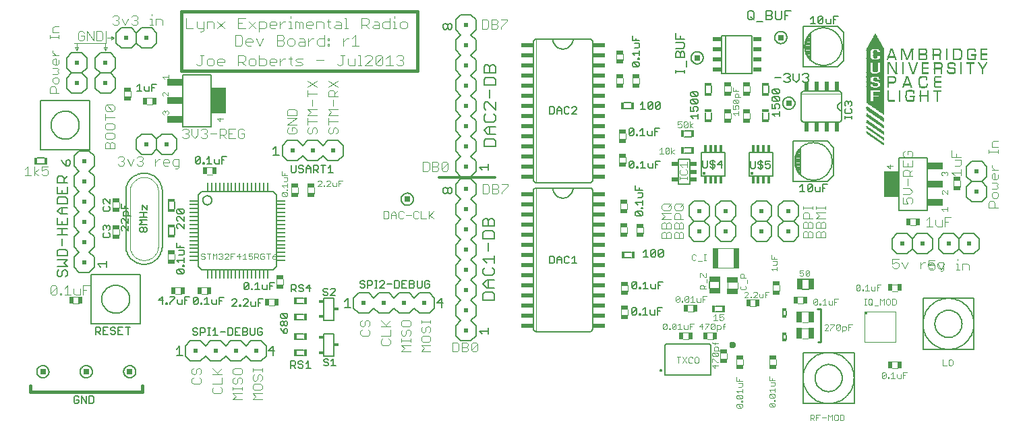
<source format=gto>
G75*
G70*
%OFA0B0*%
%FSLAX24Y24*%
%IPPOS*%
%LPD*%
%AMOC8*
5,1,8,0,0,1.08239X$1,22.5*
%
%ADD10C,0.0160*%
%ADD11C,0.0040*%
%ADD12C,0.0120*%
%ADD13C,0.0100*%
%ADD14C,0.0030*%
%ADD15C,0.0039*%
%ADD16C,0.0080*%
%ADD17R,0.0394X0.0098*%
%ADD18R,0.0098X0.0394*%
%ADD19C,0.0060*%
%ADD20C,0.0050*%
%ADD21R,0.0200X0.0200*%
%ADD22C,0.0070*%
%ADD23R,0.0551X0.0256*%
%ADD24R,0.0571X0.0295*%
%ADD25R,0.0167X0.0177*%
%ADD26R,0.0197X0.0374*%
%ADD27C,0.0020*%
%ADD28R,0.0374X0.0197*%
%ADD29R,0.0340X0.0160*%
%ADD30R,0.0236X0.0118*%
%ADD31R,0.0295X0.0571*%
%ADD32R,0.0256X0.0551*%
%ADD33R,0.0230X0.0180*%
%ADD34R,0.0050X0.0200*%
%ADD35R,0.0580X0.0200*%
%ADD36R,0.0260X0.0260*%
%ADD37R,0.0160X0.0340*%
%ADD38C,0.0075*%
%ADD39R,0.0295X0.1024*%
%ADD40R,0.0433X0.0193*%
%ADD41C,0.0157*%
%ADD42R,0.0118X0.0354*%
%ADD43R,0.0200X0.0450*%
%ADD44C,0.0000*%
%ADD45R,0.0730X0.1260*%
%ADD46R,0.0730X0.0340*%
%ADD47R,0.0327X0.0187*%
%ADD48R,0.0032X0.0008*%
%ADD49R,0.0048X0.0008*%
%ADD50R,0.0056X0.0008*%
%ADD51R,0.0072X0.0008*%
%ADD52R,0.0080X0.0008*%
%ADD53R,0.0088X0.0008*%
%ADD54R,0.0096X0.0008*%
%ADD55R,0.0104X0.0008*%
%ADD56R,0.0112X0.0008*%
%ADD57R,0.0112X0.0008*%
%ADD58R,0.0120X0.0008*%
%ADD59R,0.0120X0.0008*%
%ADD60R,0.0112X0.0008*%
%ADD61R,0.0112X0.0008*%
%ADD62R,0.0040X0.0008*%
%ADD63R,0.0056X0.0008*%
%ADD64R,0.0072X0.0008*%
%ADD65R,0.0096X0.0008*%
%ADD66R,0.0104X0.0008*%
%ADD67R,0.0128X0.0008*%
%ADD68R,0.0128X0.0008*%
%ADD69R,0.0144X0.0008*%
%ADD70R,0.0136X0.0008*%
%ADD71R,0.0136X0.0008*%
%ADD72R,0.0144X0.0008*%
%ADD73R,0.0144X0.0008*%
%ADD74R,0.0144X0.0008*%
%ADD75R,0.0016X0.0008*%
%ADD76R,0.0040X0.0008*%
%ADD77R,0.0064X0.0008*%
%ADD78R,0.0136X0.0008*%
%ADD79R,0.0088X0.0008*%
%ADD80R,0.0160X0.0008*%
%ADD81R,0.0160X0.0008*%
%ADD82R,0.0048X0.0008*%
%ADD83R,0.0176X0.0008*%
%ADD84R,0.0176X0.0008*%
%ADD85R,0.0184X0.0008*%
%ADD86R,0.0184X0.0008*%
%ADD87R,0.0184X0.0008*%
%ADD88R,0.0192X0.0008*%
%ADD89R,0.0192X0.0008*%
%ADD90R,0.0184X0.0008*%
%ADD91R,0.0192X0.0008*%
%ADD92R,0.0136X0.0008*%
%ADD93R,0.0192X0.0008*%
%ADD94R,0.0128X0.0008*%
%ADD95R,0.0008X0.0008*%
%ADD96R,0.0128X0.0008*%
%ADD97R,0.0088X0.0008*%
%ADD98R,0.0088X0.0008*%
%ADD99R,0.0080X0.0008*%
%ADD100R,0.0104X0.0008*%
%ADD101R,0.0064X0.0008*%
%ADD102R,0.0032X0.0008*%
%ADD103R,0.0152X0.0008*%
%ADD104R,0.0200X0.0008*%
%ADD105R,0.0208X0.0008*%
%ADD106R,0.0216X0.0008*%
%ADD107R,0.0216X0.0008*%
%ADD108R,0.0224X0.0008*%
%ADD109R,0.0216X0.0008*%
%ADD110R,0.0216X0.0008*%
%ADD111R,0.0224X0.0008*%
%ADD112R,0.0168X0.0008*%
%ADD113R,0.0168X0.0008*%
%ADD114R,0.0024X0.0008*%
%ADD115R,0.0224X0.0008*%
%ADD116R,0.0064X0.0008*%
%ADD117R,0.0048X0.0008*%
%ADD118R,0.0208X0.0008*%
%ADD119R,0.0224X0.0008*%
%ADD120R,0.0232X0.0008*%
%ADD121R,0.0240X0.0008*%
%ADD122R,0.0248X0.0008*%
%ADD123R,0.0248X0.0008*%
%ADD124R,0.0256X0.0008*%
%ADD125R,0.0256X0.0008*%
%ADD126R,0.0256X0.0008*%
%ADD127R,0.0248X0.0008*%
%ADD128R,0.0208X0.0008*%
%ADD129R,0.0200X0.0008*%
%ADD130R,0.0176X0.0008*%
%ADD131R,0.0168X0.0008*%
%ADD132R,0.0152X0.0008*%
%ADD133R,0.0248X0.0008*%
%ADD134R,0.0064X0.0008*%
%ADD135R,0.0256X0.0008*%
%ADD136R,0.0048X0.0008*%
%ADD137R,0.0168X0.0008*%
%ADD138R,0.0232X0.0008*%
%ADD139R,0.0272X0.0008*%
%ADD140R,0.0280X0.0008*%
%ADD141R,0.0288X0.0008*%
%ADD142R,0.0304X0.0008*%
%ADD143R,0.0312X0.0008*%
%ADD144R,0.0328X0.0008*%
%ADD145R,0.0240X0.0008*%
%ADD146R,0.0336X0.0008*%
%ADD147R,0.0352X0.0008*%
%ADD148R,0.0360X0.0008*%
%ADD149R,0.0376X0.0008*%
%ADD150R,0.0384X0.0008*%
%ADD151R,0.0392X0.0008*%
%ADD152R,0.0408X0.0008*%
%ADD153R,0.0416X0.0008*%
%ADD154R,0.0432X0.0008*%
%ADD155R,0.0440X0.0008*%
%ADD156R,0.0456X0.0008*%
%ADD157R,0.0464X0.0008*%
%ADD158R,0.0480X0.0008*%
%ADD159R,0.0488X0.0008*%
%ADD160R,0.0496X0.0008*%
%ADD161R,0.0512X0.0008*%
%ADD162R,0.0520X0.0008*%
%ADD163R,0.0536X0.0008*%
%ADD164R,0.0544X0.0008*%
%ADD165R,0.0560X0.0008*%
%ADD166R,0.0568X0.0008*%
%ADD167R,0.0016X0.0008*%
%ADD168R,0.0576X0.0008*%
%ADD169R,0.0592X0.0008*%
%ADD170R,0.0600X0.0008*%
%ADD171R,0.0616X0.0008*%
%ADD172R,0.0624X0.0008*%
%ADD173R,0.0640X0.0008*%
%ADD174R,0.0648X0.0008*%
%ADD175R,0.0664X0.0008*%
%ADD176R,0.0672X0.0008*%
%ADD177R,0.0680X0.0008*%
%ADD178R,0.0696X0.0008*%
%ADD179R,0.0704X0.0008*%
%ADD180R,0.0720X0.0008*%
%ADD181R,0.0728X0.0008*%
%ADD182R,0.0744X0.0008*%
%ADD183R,0.0752X0.0008*%
%ADD184R,0.0768X0.0008*%
%ADD185R,0.0776X0.0008*%
%ADD186R,0.0784X0.0008*%
%ADD187R,0.0800X0.0008*%
%ADD188R,0.0808X0.0008*%
%ADD189R,0.0824X0.0008*%
%ADD190R,0.0832X0.0008*%
%ADD191R,0.0840X0.0008*%
%ADD192R,0.0856X0.0008*%
%ADD193R,0.0856X0.0008*%
%ADD194R,0.0864X0.0008*%
%ADD195R,0.0864X0.0008*%
%ADD196R,0.0872X0.0008*%
%ADD197R,0.0872X0.0008*%
%ADD198R,0.0304X0.0008*%
%ADD199R,0.0208X0.0008*%
%ADD200R,0.0560X0.0008*%
%ADD201R,0.0352X0.0008*%
%ADD202R,0.0344X0.0008*%
%ADD203R,0.0368X0.0008*%
%ADD204R,0.0384X0.0008*%
%ADD205R,0.0400X0.0008*%
%ADD206R,0.0408X0.0008*%
%ADD207R,0.0344X0.0008*%
%ADD208R,0.0072X0.0008*%
%ADD209R,0.0072X0.0008*%
%ADD210R,0.0264X0.0008*%
%ADD211R,0.0264X0.0008*%
%ADD212R,0.0448X0.0008*%
%ADD213R,0.0448X0.0008*%
%ADD214R,0.0424X0.0008*%
%ADD215R,0.0424X0.0008*%
%ADD216R,0.0360X0.0008*%
%ADD217R,0.0328X0.0008*%
%ADD218R,0.0272X0.0008*%
%ADD219R,0.0320X0.0008*%
%ADD220R,0.0336X0.0008*%
%ADD221R,0.0288X0.0008*%
%ADD222R,0.0296X0.0008*%
%ADD223R,0.0320X0.0008*%
%ADD224R,0.0264X0.0008*%
%ADD225R,0.0280X0.0008*%
%ADD226R,0.0368X0.0008*%
%ADD227R,0.0384X0.0008*%
%ADD228R,0.0392X0.0008*%
%ADD229R,0.0232X0.0008*%
%ADD230R,0.0232X0.0008*%
%ADD231R,0.0416X0.0008*%
%ADD232R,0.0400X0.0008*%
%ADD233R,0.0552X0.0008*%
%ADD234R,0.0552X0.0008*%
%ADD235R,0.0544X0.0008*%
%ADD236R,0.0544X0.0008*%
%ADD237R,0.0528X0.0008*%
%ADD238R,0.0344X0.0008*%
%ADD239R,0.0392X0.0008*%
%ADD240R,0.0352X0.0008*%
%ADD241R,0.0352X0.0008*%
%ADD242R,0.0272X0.0008*%
%ADD243R,0.0328X0.0008*%
%ADD244R,0.0528X0.0008*%
%ADD245R,0.0096X0.0008*%
%ADD246R,0.0152X0.0008*%
%ADD247R,0.0384X0.0008*%
%ADD248R,0.0368X0.0008*%
%ADD249R,0.0304X0.0008*%
%ADD250R,0.0344X0.0008*%
%ADD251R,0.0288X0.0008*%
%ADD252R,0.0312X0.0008*%
%ADD253R,0.0104X0.0008*%
%ADD254R,0.0272X0.0008*%
%ADD255R,0.0376X0.0008*%
%ADD256R,0.0392X0.0008*%
%ADD257R,0.0312X0.0008*%
%ADD258R,0.0328X0.0008*%
%ADD259R,0.0368X0.0008*%
%ADD260R,0.0432X0.0008*%
%ADD261R,0.0312X0.0008*%
%ADD262R,0.0296X0.0008*%
%ADD263R,0.0376X0.0008*%
%ADD264R,0.0416X0.0008*%
%ADD265R,0.0424X0.0008*%
%ADD266R,0.0408X0.0008*%
%ADD267R,0.0424X0.0008*%
%ADD268R,0.0416X0.0008*%
%ADD269R,0.0848X0.0008*%
%ADD270R,0.0840X0.0008*%
%ADD271R,0.0824X0.0008*%
%ADD272R,0.0816X0.0008*%
%ADD273R,0.0808X0.0008*%
%ADD274R,0.0784X0.0008*%
%ADD275R,0.0768X0.0008*%
%ADD276R,0.0760X0.0008*%
%ADD277R,0.0752X0.0008*%
%ADD278R,0.0744X0.0008*%
%ADD279R,0.0736X0.0008*%
%ADD280R,0.0728X0.0008*%
%ADD281R,0.0688X0.0008*%
%ADD282R,0.0680X0.0008*%
%ADD283R,0.0664X0.0008*%
%ADD284R,0.0656X0.0008*%
%ADD285R,0.0640X0.0008*%
%ADD286R,0.0632X0.0008*%
%ADD287R,0.0624X0.0008*%
%ADD288R,0.0616X0.0008*%
%ADD289R,0.0608X0.0008*%
%ADD290R,0.0600X0.0008*%
%ADD291R,0.0584X0.0008*%
%ADD292R,0.0568X0.0008*%
%ADD293R,0.0536X0.0008*%
%ADD294R,0.0520X0.0008*%
%ADD295R,0.0504X0.0008*%
%ADD296R,0.0504X0.0008*%
%ADD297R,0.0488X0.0008*%
%ADD298R,0.0472X0.0008*%
%ADD299R,0.0456X0.0008*%
%ADD300R,0.0440X0.0008*%
%ADD301R,0.0032X0.0008*%
%ADD302R,0.0008X0.0008*%
D10*
X001479Y002739D02*
X007030Y002739D01*
X007030Y003014D01*
X001479Y003014D02*
X001479Y002739D01*
X036109Y005062D02*
X036111Y005078D01*
X036117Y005094D01*
X036126Y005108D01*
X036138Y005119D01*
X036152Y005127D01*
X036168Y005132D01*
X036184Y005133D01*
X036200Y005130D01*
X036215Y005123D01*
X036229Y005114D01*
X036239Y005101D01*
X036247Y005086D01*
X036251Y005070D01*
X036251Y005054D01*
X036247Y005038D01*
X036239Y005023D01*
X036229Y005010D01*
X036216Y005001D01*
X036200Y004994D01*
X036184Y004991D01*
X036168Y004992D01*
X036152Y004997D01*
X036138Y005005D01*
X036126Y005016D01*
X036117Y005030D01*
X036111Y005046D01*
X036109Y005062D01*
X020613Y018605D02*
X008959Y018605D01*
X008959Y021518D01*
X020613Y021518D01*
X020613Y018605D01*
D11*
X019933Y018939D02*
X019846Y018852D01*
X019672Y018852D01*
X019586Y018939D01*
X019417Y018852D02*
X019070Y018852D01*
X019243Y018852D02*
X019243Y019373D01*
X019070Y019199D01*
X018901Y019286D02*
X018554Y018939D01*
X018641Y018852D01*
X018815Y018852D01*
X018901Y018939D01*
X018901Y019286D01*
X018815Y019373D01*
X018641Y019373D01*
X018554Y019286D01*
X018554Y018939D01*
X018386Y018852D02*
X018039Y018852D01*
X018386Y019199D01*
X018386Y019286D01*
X018299Y019373D01*
X018125Y019373D01*
X018039Y019286D01*
X017782Y019373D02*
X017782Y018852D01*
X017868Y018852D02*
X017695Y018852D01*
X017526Y018852D02*
X017526Y019199D01*
X017695Y019373D02*
X017782Y019373D01*
X017179Y019199D02*
X017179Y018939D01*
X017266Y018852D01*
X017526Y018852D01*
X016924Y018939D02*
X016924Y019373D01*
X016837Y019373D02*
X017011Y019373D01*
X016924Y018939D02*
X016837Y018852D01*
X016750Y018852D01*
X016664Y018939D01*
X015979Y019113D02*
X015632Y019113D01*
X014948Y019199D02*
X014688Y019199D01*
X014601Y019113D01*
X014688Y019026D01*
X014861Y019026D01*
X014948Y018939D01*
X014861Y018852D01*
X014601Y018852D01*
X014431Y018852D02*
X014344Y018939D01*
X014344Y019286D01*
X014257Y019199D02*
X014431Y019199D01*
X014088Y019199D02*
X014001Y019199D01*
X013828Y019026D01*
X013659Y019026D02*
X013312Y019026D01*
X013312Y019113D02*
X013399Y019199D01*
X013572Y019199D01*
X013659Y019113D01*
X013659Y019026D01*
X013572Y018852D02*
X013399Y018852D01*
X013312Y018939D01*
X013312Y019113D01*
X013143Y019113D02*
X013057Y019199D01*
X012796Y019199D01*
X012796Y019373D02*
X012796Y018852D01*
X013057Y018852D01*
X013143Y018939D01*
X013143Y019113D01*
X012628Y019113D02*
X012541Y019199D01*
X012367Y019199D01*
X012281Y019113D01*
X012281Y018939D01*
X012367Y018852D01*
X012541Y018852D01*
X012628Y018939D01*
X012628Y019113D01*
X012112Y019113D02*
X012112Y019286D01*
X012025Y019373D01*
X011765Y019373D01*
X011765Y018852D01*
X011765Y019026D02*
X012025Y019026D01*
X012112Y019113D01*
X011939Y019026D02*
X012112Y018852D01*
X011081Y019026D02*
X010734Y019026D01*
X010734Y019113D02*
X010821Y019199D01*
X010994Y019199D01*
X011081Y019113D01*
X011081Y019026D01*
X010994Y018852D02*
X010821Y018852D01*
X010734Y018939D01*
X010734Y019113D01*
X010565Y019113D02*
X010478Y019199D01*
X010305Y019199D01*
X010218Y019113D01*
X010218Y018939D01*
X010305Y018852D01*
X010478Y018852D01*
X010565Y018939D01*
X010565Y019113D01*
X010049Y019373D02*
X009876Y019373D01*
X009963Y019373D02*
X009963Y018939D01*
X009876Y018852D01*
X009789Y018852D01*
X009703Y018939D01*
X008307Y018380D02*
X008307Y018193D01*
X008307Y018287D02*
X008027Y018287D01*
X008120Y018193D01*
X008117Y017529D02*
X008070Y017529D01*
X008023Y017482D01*
X008023Y017389D01*
X008070Y017342D01*
X008117Y017529D02*
X008304Y017342D01*
X008304Y017529D01*
X007525Y017274D02*
X007244Y017274D01*
X007244Y016939D02*
X007525Y016939D01*
X008027Y016572D02*
X008074Y016619D01*
X008120Y016619D01*
X008167Y016572D01*
X008214Y016619D01*
X008261Y016619D01*
X008307Y016572D01*
X008307Y016479D01*
X008261Y016432D01*
X008167Y016526D02*
X008167Y016572D01*
X008027Y016572D02*
X008027Y016479D01*
X008074Y016432D01*
X009003Y015643D02*
X009080Y015719D01*
X009233Y015719D01*
X009310Y015643D01*
X009310Y015566D01*
X009233Y015489D01*
X009310Y015413D01*
X009310Y015336D01*
X009233Y015259D01*
X009080Y015259D01*
X009003Y015336D01*
X009156Y015489D02*
X009233Y015489D01*
X009463Y015413D02*
X009617Y015259D01*
X009770Y015413D01*
X009770Y015719D01*
X009924Y015643D02*
X010000Y015719D01*
X010154Y015719D01*
X010231Y015643D01*
X010231Y015566D01*
X010154Y015489D01*
X010231Y015413D01*
X010231Y015336D01*
X010154Y015259D01*
X010000Y015259D01*
X009924Y015336D01*
X010077Y015489D02*
X010154Y015489D01*
X010384Y015489D02*
X010691Y015489D01*
X010844Y015413D02*
X011075Y015413D01*
X011151Y015489D01*
X011151Y015643D01*
X011075Y015719D01*
X010844Y015719D01*
X010844Y015259D01*
X010998Y015413D02*
X011151Y015259D01*
X011305Y015259D02*
X011612Y015259D01*
X011765Y015336D02*
X011842Y015259D01*
X011995Y015259D01*
X012072Y015336D01*
X012072Y015489D01*
X011919Y015489D01*
X012072Y015643D02*
X011995Y015719D01*
X011842Y015719D01*
X011765Y015643D01*
X011765Y015336D01*
X011458Y015489D02*
X011305Y015489D01*
X011305Y015719D02*
X011305Y015259D01*
X011305Y015719D02*
X011612Y015719D01*
X011007Y016224D02*
X010727Y016224D01*
X010867Y016084D01*
X010867Y016271D01*
X009463Y015719D02*
X009463Y015413D01*
X007057Y014286D02*
X006980Y014363D01*
X006827Y014363D01*
X006750Y014286D01*
X006597Y014209D02*
X006443Y013902D01*
X006290Y014209D01*
X006136Y014209D02*
X006059Y014133D01*
X006136Y014056D01*
X006136Y013979D01*
X006059Y013902D01*
X005906Y013902D01*
X005829Y013979D01*
X005983Y014133D02*
X006059Y014133D01*
X006136Y014209D02*
X006136Y014286D01*
X006059Y014363D01*
X005906Y014363D01*
X005829Y014286D01*
X005644Y014764D02*
X005184Y014764D01*
X005184Y014994D01*
X005260Y015071D01*
X005337Y015071D01*
X005414Y014994D01*
X005414Y014764D01*
X005644Y014764D02*
X005644Y014994D01*
X005567Y015071D01*
X005490Y015071D01*
X005414Y014994D01*
X005260Y015224D02*
X005567Y015224D01*
X005644Y015301D01*
X005644Y015454D01*
X005567Y015531D01*
X005260Y015531D01*
X005184Y015454D01*
X005184Y015301D01*
X005260Y015224D01*
X005260Y015685D02*
X005567Y015685D01*
X005644Y015761D01*
X005644Y015915D01*
X005567Y015992D01*
X005260Y015992D01*
X005184Y015915D01*
X005184Y015761D01*
X005260Y015685D01*
X005184Y016145D02*
X005184Y016452D01*
X005184Y016299D02*
X005644Y016299D01*
X005567Y016605D02*
X005260Y016605D01*
X005184Y016682D01*
X005184Y016836D01*
X005260Y016912D01*
X005567Y016605D01*
X005644Y016682D01*
X005644Y016836D01*
X005567Y016912D01*
X005260Y016912D01*
X006112Y017303D02*
X006112Y017584D01*
X006447Y017584D02*
X006447Y017303D01*
X002906Y017507D02*
X002445Y017507D01*
X002445Y017737D01*
X002522Y017814D01*
X002676Y017814D01*
X002752Y017737D01*
X002752Y017507D01*
X002676Y017967D02*
X002829Y017967D01*
X002906Y018044D01*
X002906Y018197D01*
X002829Y018274D01*
X002676Y018274D01*
X002599Y018197D01*
X002599Y018044D01*
X002676Y017967D01*
X002599Y018428D02*
X002829Y018428D01*
X002906Y018504D01*
X002829Y018581D01*
X002906Y018658D01*
X002829Y018734D01*
X002599Y018734D01*
X002676Y018888D02*
X002599Y018965D01*
X002599Y019118D01*
X002676Y019195D01*
X002752Y019195D01*
X002752Y018888D01*
X002676Y018888D02*
X002829Y018888D01*
X002906Y018965D01*
X002906Y019118D01*
X002906Y019348D02*
X002599Y019348D01*
X002752Y019348D02*
X002599Y019502D01*
X002599Y019579D01*
X002445Y020192D02*
X002445Y020346D01*
X002445Y020269D02*
X002906Y020269D01*
X002906Y020192D02*
X002906Y020346D01*
X002906Y020499D02*
X002599Y020499D01*
X002599Y020730D01*
X002676Y020806D01*
X002906Y020806D01*
X003841Y020465D02*
X003841Y020158D01*
X003918Y020082D01*
X004072Y020082D01*
X004148Y020158D01*
X004148Y020312D01*
X003995Y020312D01*
X004148Y020465D02*
X004072Y020542D01*
X003918Y020542D01*
X003841Y020465D01*
X004302Y020542D02*
X004302Y020082D01*
X004609Y020082D02*
X004609Y020542D01*
X004762Y020542D02*
X004992Y020542D01*
X005069Y020465D01*
X005069Y020158D01*
X004992Y020082D01*
X004762Y020082D01*
X004762Y020542D01*
X004302Y020542D02*
X004609Y020082D01*
X005558Y020936D02*
X005635Y020859D01*
X005788Y020859D01*
X005865Y020936D01*
X005865Y021013D01*
X005788Y021089D01*
X005711Y021089D01*
X005788Y021089D02*
X005865Y021166D01*
X005865Y021243D01*
X005788Y021320D01*
X005635Y021320D01*
X005558Y021243D01*
X006018Y021166D02*
X006172Y020859D01*
X006325Y021166D01*
X006479Y021243D02*
X006555Y021320D01*
X006709Y021320D01*
X006786Y021243D01*
X006786Y021166D01*
X006709Y021089D01*
X006786Y021013D01*
X006786Y020936D01*
X006709Y020859D01*
X006555Y020859D01*
X006479Y020936D01*
X006632Y021089D02*
X006709Y021089D01*
X007400Y021166D02*
X007476Y021166D01*
X007476Y020859D01*
X007400Y020859D02*
X007553Y020859D01*
X007706Y020859D02*
X007706Y021166D01*
X007937Y021166D01*
X008013Y021089D01*
X008013Y020859D01*
X007476Y021320D02*
X007476Y021396D01*
X009192Y021203D02*
X009192Y020683D01*
X009539Y020683D01*
X009708Y020770D02*
X009795Y020683D01*
X010055Y020683D01*
X010055Y020596D02*
X009968Y020510D01*
X009881Y020510D01*
X010055Y020596D02*
X010055Y021030D01*
X010223Y021030D02*
X010484Y021030D01*
X010570Y020943D01*
X010570Y020683D01*
X010739Y020683D02*
X011086Y021030D01*
X010739Y021030D02*
X011086Y020683D01*
X011623Y020357D02*
X011883Y020357D01*
X011970Y020270D01*
X011970Y019923D01*
X011883Y019837D01*
X011623Y019837D01*
X011623Y020357D01*
X011770Y020683D02*
X012117Y020683D01*
X012286Y020683D02*
X012633Y021030D01*
X012802Y021030D02*
X013062Y021030D01*
X013149Y020943D01*
X013149Y020770D01*
X013062Y020683D01*
X012802Y020683D01*
X012633Y020683D02*
X012286Y021030D01*
X012117Y021203D02*
X011770Y021203D01*
X011770Y020683D01*
X011770Y020943D02*
X011944Y020943D01*
X012802Y021030D02*
X012802Y020510D01*
X013317Y020770D02*
X013317Y020943D01*
X013404Y021030D01*
X013577Y021030D01*
X013664Y020943D01*
X013664Y020856D01*
X013317Y020856D01*
X013317Y020770D02*
X013404Y020683D01*
X013577Y020683D01*
X013833Y020683D02*
X013833Y021030D01*
X014006Y021030D02*
X014093Y021030D01*
X014006Y021030D02*
X013833Y020856D01*
X014263Y020683D02*
X014436Y020683D01*
X014349Y020683D02*
X014349Y021030D01*
X014263Y021030D01*
X014349Y021203D02*
X014349Y021290D01*
X014606Y021030D02*
X014693Y021030D01*
X014780Y020943D01*
X014867Y021030D01*
X014953Y020943D01*
X014953Y020683D01*
X014780Y020683D02*
X014780Y020943D01*
X014606Y021030D02*
X014606Y020683D01*
X015122Y020770D02*
X015122Y020943D01*
X015209Y021030D01*
X015382Y021030D01*
X015469Y020943D01*
X015469Y020856D01*
X015122Y020856D01*
X015122Y020770D02*
X015209Y020683D01*
X015382Y020683D01*
X015638Y020683D02*
X015638Y021030D01*
X015898Y021030D01*
X015985Y020943D01*
X015985Y020683D01*
X016240Y020770D02*
X016327Y020683D01*
X016240Y020770D02*
X016240Y021117D01*
X016153Y021030D02*
X016327Y021030D01*
X016584Y021030D02*
X016757Y021030D01*
X016844Y020943D01*
X016844Y020683D01*
X016584Y020683D01*
X016497Y020770D01*
X016584Y020856D01*
X016844Y020856D01*
X017013Y020683D02*
X017186Y020683D01*
X017099Y020683D02*
X017099Y021203D01*
X017013Y021203D01*
X017872Y021203D02*
X018132Y021203D01*
X018219Y021117D01*
X018219Y020943D01*
X018132Y020856D01*
X017872Y020856D01*
X017872Y020683D02*
X017872Y021203D01*
X018474Y021030D02*
X018648Y021030D01*
X018735Y020943D01*
X018735Y020683D01*
X018474Y020683D01*
X018388Y020770D01*
X018474Y020856D01*
X018735Y020856D01*
X018903Y020770D02*
X018903Y020943D01*
X018990Y021030D01*
X019250Y021030D01*
X019419Y021030D02*
X019506Y021030D01*
X019506Y020683D01*
X019592Y020683D02*
X019419Y020683D01*
X019250Y020683D02*
X018990Y020683D01*
X018903Y020770D01*
X019250Y020683D02*
X019250Y021203D01*
X019506Y021203D02*
X019506Y021290D01*
X019850Y021030D02*
X019763Y020943D01*
X019763Y020770D01*
X019850Y020683D01*
X020023Y020683D01*
X020110Y020770D01*
X020110Y020943D01*
X020023Y021030D01*
X019850Y021030D01*
X018219Y020683D02*
X018046Y020856D01*
X017554Y020357D02*
X017554Y019837D01*
X017381Y019837D02*
X017728Y019837D01*
X017381Y020183D02*
X017554Y020357D01*
X017211Y020183D02*
X017125Y020183D01*
X016951Y020010D01*
X016951Y019837D02*
X016951Y020183D01*
X016264Y020183D02*
X016264Y020097D01*
X016178Y020097D01*
X016178Y020183D01*
X016264Y020183D01*
X016009Y020183D02*
X015749Y020183D01*
X015662Y020097D01*
X015662Y019923D01*
X015749Y019837D01*
X016009Y019837D01*
X016009Y020357D01*
X015493Y020183D02*
X015406Y020183D01*
X015232Y020010D01*
X015064Y020010D02*
X014803Y020010D01*
X014717Y019923D01*
X014803Y019837D01*
X015064Y019837D01*
X015064Y020097D01*
X014977Y020183D01*
X014803Y020183D01*
X014548Y020097D02*
X014461Y020183D01*
X014288Y020183D01*
X014201Y020097D01*
X014201Y019923D01*
X014288Y019837D01*
X014461Y019837D01*
X014548Y019923D01*
X014548Y020097D01*
X015232Y020183D02*
X015232Y019837D01*
X016178Y019837D02*
X016178Y019923D01*
X016264Y019923D01*
X016264Y019837D01*
X016178Y019837D01*
X014032Y019923D02*
X013946Y019837D01*
X013685Y019837D01*
X013685Y020357D01*
X013946Y020357D01*
X014032Y020270D01*
X014032Y020183D01*
X013946Y020097D01*
X013685Y020097D01*
X013946Y020097D02*
X014032Y020010D01*
X014032Y019923D01*
X013001Y020183D02*
X012828Y019837D01*
X012654Y020183D01*
X012486Y020097D02*
X012486Y020010D01*
X012139Y020010D01*
X012139Y019923D02*
X012139Y020097D01*
X012225Y020183D01*
X012399Y020183D01*
X012486Y020097D01*
X012399Y019837D02*
X012225Y019837D01*
X012139Y019923D01*
X013828Y019199D02*
X013828Y018852D01*
X015191Y018084D02*
X015652Y017777D01*
X015652Y017470D02*
X015191Y017470D01*
X015191Y017317D02*
X015191Y017624D01*
X015191Y017777D02*
X015652Y018084D01*
X016215Y018084D02*
X016675Y017777D01*
X016675Y017624D02*
X016522Y017470D01*
X016522Y017547D02*
X016522Y017317D01*
X016675Y017317D02*
X016215Y017317D01*
X016215Y017547D01*
X016292Y017624D01*
X016445Y017624D01*
X016522Y017547D01*
X016215Y017777D02*
X016675Y018084D01*
X016445Y017163D02*
X016445Y016856D01*
X016215Y016703D02*
X016675Y016703D01*
X016369Y016550D02*
X016215Y016703D01*
X016369Y016550D02*
X016215Y016396D01*
X016675Y016396D01*
X016675Y016089D02*
X016215Y016089D01*
X016215Y015936D02*
X016215Y016243D01*
X015652Y016396D02*
X015191Y016396D01*
X015345Y016550D01*
X015191Y016703D01*
X015652Y016703D01*
X015422Y016856D02*
X015422Y017163D01*
X014648Y016626D02*
X014571Y016703D01*
X014264Y016703D01*
X014187Y016626D01*
X014187Y016396D01*
X014648Y016396D01*
X014648Y016626D01*
X014648Y016243D02*
X014187Y016243D01*
X014187Y015936D02*
X014648Y016243D01*
X014648Y015936D02*
X014187Y015936D01*
X014264Y015782D02*
X014187Y015705D01*
X014187Y015552D01*
X014264Y015475D01*
X014571Y015475D01*
X014648Y015552D01*
X014648Y015705D01*
X014571Y015782D01*
X014418Y015782D01*
X014418Y015629D01*
X015191Y015705D02*
X015191Y015552D01*
X015268Y015475D01*
X015345Y015475D01*
X015422Y015552D01*
X015422Y015705D01*
X015498Y015782D01*
X015575Y015782D01*
X015652Y015705D01*
X015652Y015552D01*
X015575Y015475D01*
X015268Y015782D02*
X015191Y015705D01*
X015191Y015936D02*
X015191Y016243D01*
X015191Y016089D02*
X015652Y016089D01*
X016215Y015705D02*
X016215Y015552D01*
X016292Y015475D01*
X016369Y015475D01*
X016445Y015552D01*
X016445Y015705D01*
X016522Y015782D01*
X016599Y015782D01*
X016675Y015705D01*
X016675Y015552D01*
X016599Y015475D01*
X016292Y015782D02*
X016215Y015705D01*
X013917Y013609D02*
X013917Y013422D01*
X014197Y013422D01*
X014197Y013314D02*
X014010Y013314D01*
X014057Y013422D02*
X014057Y013515D01*
X014197Y013314D02*
X014197Y013174D01*
X014150Y013127D01*
X014010Y013127D01*
X014197Y013019D02*
X014197Y012833D01*
X014197Y012926D02*
X013917Y012926D01*
X014010Y012833D01*
X014150Y012732D02*
X014150Y012685D01*
X014197Y012685D01*
X014197Y012732D01*
X014150Y012732D01*
X014150Y012577D02*
X013964Y012577D01*
X014150Y012391D01*
X014197Y012437D01*
X014197Y012531D01*
X014150Y012577D01*
X014150Y012391D02*
X013964Y012391D01*
X013917Y012437D01*
X013917Y012531D01*
X013964Y012577D01*
X014385Y012540D02*
X014385Y012820D01*
X014720Y012820D02*
X014720Y012540D01*
X015187Y012540D02*
X015187Y012820D01*
X015522Y012820D02*
X015522Y012540D01*
X015696Y012884D02*
X015883Y013071D01*
X015883Y013117D01*
X015836Y013164D01*
X015743Y013164D01*
X015696Y013117D01*
X015696Y012884D02*
X015883Y012884D01*
X015991Y012884D02*
X016038Y012884D01*
X016038Y012931D01*
X015991Y012931D01*
X015991Y012884D01*
X016138Y012884D02*
X016325Y013071D01*
X016325Y013117D01*
X016278Y013164D01*
X016185Y013164D01*
X016138Y013117D01*
X016138Y012884D02*
X016325Y012884D01*
X016433Y012931D02*
X016479Y012884D01*
X016620Y012884D01*
X016620Y013071D01*
X016727Y013024D02*
X016821Y013024D01*
X016727Y013164D02*
X016914Y013164D01*
X016727Y013164D02*
X016727Y012884D01*
X016433Y012931D02*
X016433Y013071D01*
X018964Y011646D02*
X019144Y011646D01*
X019204Y011586D01*
X019204Y011346D01*
X019144Y011286D01*
X018964Y011286D01*
X018964Y011646D01*
X019332Y011526D02*
X019452Y011646D01*
X019572Y011526D01*
X019572Y011286D01*
X019700Y011346D02*
X019761Y011286D01*
X019881Y011286D01*
X019941Y011346D01*
X020069Y011466D02*
X020309Y011466D01*
X020437Y011346D02*
X020497Y011286D01*
X020617Y011286D01*
X020677Y011346D01*
X020805Y011286D02*
X021046Y011286D01*
X021174Y011286D02*
X021174Y011646D01*
X021234Y011466D02*
X021414Y011286D01*
X021174Y011406D02*
X021414Y011646D01*
X020805Y011646D02*
X020805Y011286D01*
X020437Y011346D02*
X020437Y011586D01*
X020497Y011646D01*
X020617Y011646D01*
X020677Y011586D01*
X019941Y011586D02*
X019881Y011646D01*
X019761Y011646D01*
X019700Y011586D01*
X019700Y011346D01*
X019572Y011466D02*
X019332Y011466D01*
X019332Y011526D02*
X019332Y011286D01*
X023861Y012523D02*
X024091Y012523D01*
X024168Y012599D01*
X024168Y012906D01*
X024091Y012983D01*
X023861Y012983D01*
X023861Y012523D01*
X024321Y012523D02*
X024552Y012523D01*
X024628Y012599D01*
X024628Y012676D01*
X024552Y012753D01*
X024321Y012753D01*
X024321Y012523D02*
X024321Y012983D01*
X024552Y012983D01*
X024628Y012906D01*
X024628Y012829D01*
X024552Y012753D01*
X024782Y012599D02*
X024782Y012523D01*
X024782Y012599D02*
X025089Y012906D01*
X025089Y012983D01*
X024782Y012983D01*
X022133Y013713D02*
X022056Y013637D01*
X021903Y013637D01*
X021826Y013713D01*
X022133Y014020D01*
X022133Y013713D01*
X021826Y013713D02*
X021826Y014020D01*
X021903Y014097D01*
X022056Y014097D01*
X022133Y014020D01*
X021672Y014020D02*
X021596Y014097D01*
X021366Y014097D01*
X021366Y013637D01*
X021596Y013637D01*
X021672Y013713D01*
X021672Y013790D01*
X021596Y013867D01*
X021366Y013867D01*
X021212Y014020D02*
X021135Y014097D01*
X020905Y014097D01*
X020905Y013637D01*
X021135Y013637D01*
X021212Y013713D01*
X021212Y014020D01*
X021596Y013867D02*
X021672Y013944D01*
X021672Y014020D01*
X030600Y014036D02*
X030600Y014316D01*
X030935Y014316D02*
X030935Y014036D01*
X030940Y015217D02*
X030940Y015497D01*
X030605Y015497D02*
X030605Y015217D01*
X033596Y013959D02*
X033957Y013959D01*
X033957Y014079D02*
X033957Y013838D01*
X033896Y013710D02*
X033957Y013650D01*
X033957Y013530D01*
X033896Y013470D01*
X033656Y013470D01*
X033596Y013530D01*
X033596Y013650D01*
X033656Y013710D01*
X033716Y013838D02*
X033596Y013959D01*
X033596Y013345D02*
X033596Y013225D01*
X033596Y013285D02*
X033957Y013285D01*
X033957Y013225D02*
X033957Y013345D01*
X033772Y012010D02*
X033618Y011856D01*
X033695Y011703D02*
X033388Y011703D01*
X033311Y011780D01*
X033311Y011933D01*
X033388Y012010D01*
X033695Y012010D01*
X033772Y011933D01*
X033772Y011780D01*
X033695Y011703D01*
X033542Y011549D02*
X033618Y011473D01*
X033618Y011243D01*
X033772Y011243D02*
X033311Y011243D01*
X033311Y011473D01*
X033388Y011549D01*
X033542Y011549D01*
X033162Y011549D02*
X032701Y011549D01*
X032855Y011396D01*
X032701Y011243D01*
X033162Y011243D01*
X033085Y011089D02*
X033008Y011089D01*
X032931Y011012D01*
X032931Y010782D01*
X032855Y010629D02*
X032931Y010552D01*
X032931Y010322D01*
X032701Y010322D02*
X032701Y010552D01*
X032778Y010629D01*
X032855Y010629D01*
X032931Y010552D02*
X033008Y010629D01*
X033085Y010629D01*
X033162Y010552D01*
X033162Y010322D01*
X032701Y010322D01*
X033311Y010322D02*
X033311Y010552D01*
X033388Y010629D01*
X033465Y010629D01*
X033542Y010552D01*
X033542Y010322D01*
X033772Y010322D02*
X033311Y010322D01*
X033542Y010552D02*
X033618Y010629D01*
X033695Y010629D01*
X033772Y010552D01*
X033772Y010322D01*
X033772Y010782D02*
X033311Y010782D01*
X033311Y011012D01*
X033388Y011089D01*
X033465Y011089D01*
X033542Y011012D01*
X033542Y010782D01*
X033772Y010782D02*
X033772Y011012D01*
X033695Y011089D01*
X033618Y011089D01*
X033542Y011012D01*
X033162Y011012D02*
X033162Y010782D01*
X032701Y010782D01*
X032701Y011012D01*
X032778Y011089D01*
X032855Y011089D01*
X032931Y011012D01*
X033085Y011089D02*
X033162Y011012D01*
X033085Y011703D02*
X032778Y011703D01*
X032701Y011780D01*
X032701Y011933D01*
X032778Y012010D01*
X033085Y012010D01*
X033162Y011933D01*
X033162Y011780D01*
X033085Y011703D01*
X033008Y011856D02*
X033162Y012010D01*
X031801Y010851D02*
X031801Y010571D01*
X031466Y010571D02*
X031466Y010851D01*
X030999Y010851D02*
X030999Y010571D01*
X030664Y010571D02*
X030664Y010851D01*
X030659Y011752D02*
X030659Y012032D01*
X030994Y012032D02*
X030994Y011752D01*
X035489Y009823D02*
X036249Y009823D01*
X034882Y009508D02*
X034789Y009508D01*
X034835Y009508D02*
X034835Y009228D01*
X034789Y009228D02*
X034882Y009228D01*
X034681Y009181D02*
X034494Y009181D01*
X034386Y009275D02*
X034340Y009228D01*
X034246Y009228D01*
X034199Y009275D01*
X034199Y009462D01*
X034246Y009508D01*
X034340Y009508D01*
X034386Y009462D01*
X035489Y008843D02*
X036249Y008843D01*
X036586Y008512D02*
X036632Y008559D01*
X036726Y008559D01*
X036773Y008512D01*
X036773Y008372D01*
X036866Y008372D02*
X036586Y008372D01*
X036586Y008512D01*
X036913Y008264D02*
X036913Y008077D01*
X036819Y007970D02*
X036866Y007923D01*
X036866Y007829D01*
X036819Y007783D01*
X036632Y007783D01*
X036586Y007829D01*
X036586Y007923D01*
X036632Y007970D01*
X036463Y007825D02*
X036463Y008125D01*
X035943Y008115D02*
X035943Y007825D01*
X036780Y007616D02*
X036827Y007663D01*
X036921Y007663D01*
X036967Y007616D01*
X036967Y007570D01*
X036780Y007383D01*
X036967Y007383D01*
X037075Y007383D02*
X037122Y007383D01*
X037122Y007429D01*
X037075Y007429D01*
X037075Y007383D01*
X037067Y007279D02*
X037347Y007279D01*
X037409Y007383D02*
X037222Y007383D01*
X037409Y007570D01*
X037409Y007616D01*
X037362Y007663D01*
X037269Y007663D01*
X037222Y007616D01*
X037517Y007570D02*
X037517Y007429D01*
X037564Y007383D01*
X037704Y007383D01*
X037704Y007570D01*
X037812Y007523D02*
X037905Y007523D01*
X037812Y007383D02*
X037812Y007663D01*
X037999Y007663D01*
X038179Y007717D02*
X038179Y007997D01*
X038514Y007997D02*
X038514Y007717D01*
X039410Y007417D02*
X039690Y007417D01*
X040206Y007262D02*
X040252Y007309D01*
X040346Y007309D01*
X040392Y007262D01*
X040206Y007075D01*
X040252Y007028D01*
X040346Y007028D01*
X040392Y007075D01*
X040392Y007262D01*
X040206Y007262D02*
X040206Y007075D01*
X040500Y007075D02*
X040547Y007075D01*
X040547Y007028D01*
X040500Y007028D01*
X040500Y007075D01*
X040648Y007028D02*
X040834Y007028D01*
X040741Y007028D02*
X040741Y007309D01*
X040648Y007215D01*
X040942Y007215D02*
X040942Y007075D01*
X040989Y007028D01*
X041129Y007028D01*
X041129Y007215D01*
X041237Y007169D02*
X041330Y007169D01*
X041237Y007309D02*
X041424Y007309D01*
X041237Y007309D02*
X041237Y007028D01*
X042313Y007783D02*
X042500Y007970D01*
X042500Y007783D01*
X042453Y007736D01*
X042359Y007736D01*
X042313Y007783D01*
X042313Y007970D01*
X042359Y008016D01*
X042453Y008016D01*
X042500Y007970D01*
X042607Y007783D02*
X042654Y007783D01*
X042654Y007736D01*
X042607Y007736D01*
X042607Y007783D01*
X042755Y007736D02*
X042942Y007736D01*
X042848Y007736D02*
X042848Y008016D01*
X042755Y007923D01*
X043049Y007923D02*
X043049Y007783D01*
X043096Y007736D01*
X043236Y007736D01*
X043236Y007923D01*
X043344Y007876D02*
X043437Y007876D01*
X043344Y007736D02*
X043344Y008016D01*
X043531Y008016D01*
X044075Y008041D02*
X044355Y008041D01*
X044355Y007706D02*
X044075Y007706D01*
X044094Y007311D02*
X044235Y007311D01*
X044281Y007264D01*
X044281Y007077D01*
X044235Y007030D01*
X044094Y007030D01*
X044094Y007311D01*
X043987Y007264D02*
X043940Y007311D01*
X043846Y007311D01*
X043800Y007264D01*
X043800Y007077D01*
X043846Y007030D01*
X043940Y007030D01*
X043987Y007077D01*
X043987Y007264D01*
X043692Y007311D02*
X043692Y007030D01*
X043505Y007030D02*
X043505Y007311D01*
X043599Y007217D01*
X043692Y007311D01*
X043397Y006984D02*
X043210Y006984D01*
X043103Y007030D02*
X043009Y007124D01*
X042963Y007030D02*
X042916Y007077D01*
X042916Y007264D01*
X042963Y007311D01*
X043056Y007311D01*
X043103Y007264D01*
X043103Y007077D01*
X043056Y007030D01*
X042963Y007030D01*
X042813Y007030D02*
X042719Y007030D01*
X042766Y007030D02*
X042766Y007311D01*
X042719Y007311D02*
X042813Y007311D01*
X042719Y006705D02*
X042719Y005180D01*
X044254Y005180D01*
X044254Y006705D01*
X042719Y006705D01*
X042108Y006055D02*
X041922Y006055D01*
X041922Y005774D01*
X041814Y005821D02*
X041767Y005774D01*
X041627Y005774D01*
X041627Y005681D02*
X041627Y005961D01*
X041767Y005961D01*
X041814Y005915D01*
X041814Y005821D01*
X041922Y005915D02*
X042015Y005915D01*
X041519Y006008D02*
X041472Y006055D01*
X041379Y006055D01*
X041332Y006008D01*
X041332Y005821D01*
X041519Y006008D01*
X041519Y005821D01*
X041472Y005774D01*
X041379Y005774D01*
X041332Y005821D01*
X041224Y006008D02*
X041038Y005821D01*
X041038Y005774D01*
X040930Y005774D02*
X040743Y005774D01*
X040930Y005961D01*
X040930Y006008D01*
X040883Y006055D01*
X040790Y006055D01*
X040743Y006008D01*
X041038Y006055D02*
X041224Y006055D01*
X041224Y006008D01*
X039936Y005873D02*
X039636Y005873D01*
X039646Y006160D02*
X039936Y006160D01*
X039936Y006680D02*
X039636Y006680D01*
X039690Y007082D02*
X039410Y007082D01*
X037347Y006944D02*
X037067Y006944D01*
X035746Y006547D02*
X035559Y006547D01*
X035559Y006407D01*
X035653Y006453D01*
X035699Y006453D01*
X035746Y006407D01*
X035746Y006313D01*
X035699Y006267D01*
X035606Y006267D01*
X035559Y006313D01*
X035451Y006267D02*
X035265Y006267D01*
X035358Y006267D02*
X035358Y006547D01*
X035265Y006453D01*
X035277Y006107D02*
X035323Y006060D01*
X035136Y005873D01*
X035183Y005827D01*
X035277Y005827D01*
X035323Y005873D01*
X035323Y006060D01*
X035277Y006107D02*
X035183Y006107D01*
X035136Y006060D01*
X035136Y005873D01*
X035029Y006060D02*
X034842Y005873D01*
X034842Y005827D01*
X034687Y005827D02*
X034687Y006107D01*
X034547Y005967D01*
X034734Y005967D01*
X034842Y006107D02*
X035029Y006107D01*
X035029Y006060D01*
X035431Y006013D02*
X035571Y006013D01*
X035618Y005967D01*
X035618Y005873D01*
X035571Y005827D01*
X035431Y005827D01*
X035431Y005733D02*
X035431Y006013D01*
X035726Y005967D02*
X035819Y005967D01*
X035772Y006060D02*
X035772Y005827D01*
X035772Y006060D02*
X035819Y006107D01*
X035241Y005665D02*
X034961Y005665D01*
X034185Y005967D02*
X034092Y005967D01*
X033984Y006013D02*
X033984Y005827D01*
X033844Y005827D01*
X033797Y005873D01*
X033797Y006013D01*
X033690Y005827D02*
X033503Y005827D01*
X033596Y005827D02*
X033596Y006107D01*
X033503Y006013D01*
X033395Y006060D02*
X033208Y005873D01*
X033255Y005827D01*
X033348Y005827D01*
X033395Y005873D01*
X033395Y006060D01*
X033348Y006107D01*
X033255Y006107D01*
X033208Y006060D01*
X033208Y005873D01*
X033107Y005873D02*
X033107Y005827D01*
X033061Y005827D01*
X033061Y005873D01*
X033107Y005873D01*
X032953Y005873D02*
X032953Y006060D01*
X032766Y005873D01*
X032813Y005827D01*
X032906Y005827D01*
X032953Y005873D01*
X032766Y005873D02*
X032766Y006060D01*
X032813Y006107D01*
X032906Y006107D01*
X032953Y006060D01*
X033760Y005660D02*
X034040Y005660D01*
X034092Y005827D02*
X034092Y006107D01*
X034279Y006107D01*
X034277Y006688D02*
X033996Y006688D01*
X033996Y007023D02*
X034277Y007023D01*
X034318Y007166D02*
X034131Y007166D01*
X034225Y007166D02*
X034225Y007446D01*
X034131Y007353D01*
X034023Y007400D02*
X033837Y007213D01*
X033883Y007166D01*
X033977Y007166D01*
X034023Y007213D01*
X034023Y007400D01*
X033977Y007446D01*
X033883Y007446D01*
X033837Y007400D01*
X033837Y007213D01*
X033736Y007213D02*
X033736Y007166D01*
X033689Y007166D01*
X033689Y007213D01*
X033736Y007213D01*
X033581Y007213D02*
X033581Y007400D01*
X033395Y007213D01*
X033441Y007166D01*
X033535Y007166D01*
X033581Y007213D01*
X033395Y007213D02*
X033395Y007400D01*
X033441Y007446D01*
X033535Y007446D01*
X033581Y007400D01*
X034426Y007353D02*
X034426Y007213D01*
X034473Y007166D01*
X034613Y007166D01*
X034613Y007353D01*
X034720Y007306D02*
X034814Y007306D01*
X034720Y007166D02*
X034720Y007446D01*
X034907Y007446D01*
X034877Y007814D02*
X034597Y007814D01*
X034597Y007954D01*
X034644Y008001D01*
X034737Y008001D01*
X034784Y007954D01*
X034784Y007814D01*
X034784Y007907D02*
X034877Y008001D01*
X034924Y008108D02*
X034924Y008295D01*
X034877Y008403D02*
X034877Y008590D01*
X034877Y008403D02*
X034831Y008403D01*
X034644Y008590D01*
X034597Y008590D01*
X034597Y008403D01*
X038110Y008803D02*
X038390Y008803D01*
X038390Y008710D02*
X038390Y008896D01*
X038343Y009004D02*
X038390Y009051D01*
X038390Y009191D01*
X038203Y009191D01*
X038250Y009299D02*
X038250Y009392D01*
X038390Y009299D02*
X038110Y009299D01*
X038110Y009486D01*
X038203Y009004D02*
X038343Y009004D01*
X038110Y008803D02*
X038203Y008710D01*
X039517Y008732D02*
X039517Y008592D01*
X039610Y008638D01*
X039657Y008638D01*
X039703Y008592D01*
X039703Y008498D01*
X039657Y008452D01*
X039563Y008452D01*
X039517Y008498D01*
X039517Y008732D02*
X039703Y008732D01*
X039811Y008685D02*
X039858Y008732D01*
X039951Y008732D01*
X039998Y008685D01*
X039811Y008498D01*
X039858Y008452D01*
X039951Y008452D01*
X039998Y008498D01*
X039998Y008685D01*
X039811Y008685D02*
X039811Y008498D01*
X039920Y010361D02*
X039920Y010591D01*
X039996Y010668D01*
X040073Y010668D01*
X040150Y010591D01*
X040150Y010361D01*
X039689Y010361D01*
X039689Y010591D01*
X039766Y010668D01*
X039843Y010668D01*
X039920Y010591D01*
X039920Y010821D02*
X039920Y011052D01*
X039996Y011128D01*
X040073Y011128D01*
X040150Y011052D01*
X040150Y010821D01*
X039689Y010821D01*
X039689Y011052D01*
X039766Y011128D01*
X039843Y011128D01*
X039920Y011052D01*
X039996Y011282D02*
X039996Y011512D01*
X039920Y011589D01*
X039766Y011589D01*
X039689Y011512D01*
X039689Y011282D01*
X040150Y011282D01*
X040339Y011282D02*
X040493Y011435D01*
X040339Y011589D01*
X040799Y011589D01*
X040799Y011742D02*
X040799Y011896D01*
X040799Y011819D02*
X040339Y011819D01*
X040339Y011742D02*
X040339Y011896D01*
X040150Y011896D02*
X040150Y011742D01*
X040150Y011819D02*
X039689Y011819D01*
X039689Y011742D02*
X039689Y011896D01*
X040339Y011282D02*
X040799Y011282D01*
X040723Y011128D02*
X040799Y011052D01*
X040799Y010821D01*
X040339Y010821D01*
X040339Y011052D01*
X040416Y011128D01*
X040493Y011128D01*
X040569Y011052D01*
X040569Y010821D01*
X040493Y010668D02*
X040569Y010591D01*
X040569Y010361D01*
X040339Y010361D02*
X040339Y010591D01*
X040416Y010668D01*
X040493Y010668D01*
X040569Y010591D02*
X040646Y010668D01*
X040723Y010668D01*
X040799Y010591D01*
X040799Y010361D01*
X040339Y010361D01*
X040569Y011052D02*
X040646Y011128D01*
X040723Y011128D01*
X044101Y009292D02*
X044101Y009062D01*
X044255Y009139D01*
X044331Y009139D01*
X044408Y009062D01*
X044408Y008908D01*
X044331Y008832D01*
X044178Y008832D01*
X044101Y008908D01*
X044101Y009292D02*
X044408Y009292D01*
X044562Y009139D02*
X044715Y008832D01*
X044869Y009139D01*
X045482Y009139D02*
X045482Y008832D01*
X045482Y008985D02*
X045636Y009139D01*
X045713Y009139D01*
X045866Y009062D02*
X045943Y009139D01*
X046096Y009139D01*
X046173Y009062D01*
X046173Y008985D01*
X045866Y008985D01*
X045882Y008995D02*
X046035Y009072D01*
X046112Y009072D01*
X046189Y008995D01*
X046189Y008841D01*
X046112Y008765D01*
X045959Y008765D01*
X045882Y008841D01*
X045943Y008832D02*
X045866Y008908D01*
X045866Y009062D01*
X045882Y008995D02*
X045882Y009225D01*
X046189Y009225D01*
X046326Y009062D02*
X046403Y009139D01*
X046633Y009139D01*
X046633Y008755D01*
X046557Y008678D01*
X046480Y008678D01*
X046496Y008765D02*
X046649Y009072D01*
X046633Y008832D02*
X046403Y008832D01*
X046326Y008908D01*
X046326Y009062D01*
X046342Y009072D02*
X046496Y008765D01*
X046096Y008832D02*
X045943Y008832D01*
X047263Y008765D02*
X047417Y008765D01*
X047340Y008765D02*
X047340Y009072D01*
X047263Y009072D01*
X047340Y009225D02*
X047340Y009302D01*
X047570Y009072D02*
X047800Y009072D01*
X047877Y008995D01*
X047877Y008765D01*
X047570Y008765D02*
X047570Y009072D01*
X046697Y010906D02*
X046697Y011367D01*
X047004Y011367D01*
X046851Y011137D02*
X046697Y011137D01*
X046544Y011213D02*
X046544Y010906D01*
X046314Y010906D01*
X046237Y010983D01*
X046237Y011213D01*
X045930Y011367D02*
X045930Y010906D01*
X046083Y010906D02*
X045776Y010906D01*
X045261Y010960D02*
X044980Y010960D01*
X044980Y011295D02*
X045261Y011295D01*
X045776Y011213D02*
X045930Y011367D01*
X046540Y011749D02*
X046820Y011749D01*
X046820Y011842D02*
X046820Y011655D01*
X046633Y011655D02*
X046540Y011749D01*
X045100Y012091D02*
X045024Y012015D01*
X045100Y012091D02*
X045100Y012245D01*
X045024Y012322D01*
X044870Y012322D01*
X044793Y012245D01*
X044793Y012168D01*
X044870Y012015D01*
X044640Y012015D01*
X044640Y012322D01*
X044640Y012475D02*
X044947Y012475D01*
X045100Y012629D01*
X044947Y012782D01*
X044640Y012782D01*
X044870Y012935D02*
X044870Y013242D01*
X044947Y013396D02*
X044947Y013626D01*
X044870Y013703D01*
X044717Y013703D01*
X044640Y013626D01*
X044640Y013396D01*
X045100Y013396D01*
X044947Y013549D02*
X045100Y013703D01*
X045100Y013856D02*
X045100Y014163D01*
X045024Y014317D02*
X045100Y014393D01*
X045100Y014547D01*
X045024Y014624D01*
X044870Y014624D01*
X044870Y014470D01*
X044717Y014317D02*
X045024Y014317D01*
X044717Y014317D02*
X044640Y014393D01*
X044640Y014547D01*
X044717Y014624D01*
X044640Y014163D02*
X044640Y013856D01*
X045100Y013856D01*
X044870Y013856D02*
X044870Y014010D01*
X044120Y013905D02*
X043840Y013905D01*
X043980Y013765D01*
X043980Y013951D01*
X046540Y013557D02*
X046587Y013603D01*
X046633Y013603D01*
X046680Y013557D01*
X046727Y013603D01*
X046774Y013603D01*
X046820Y013557D01*
X046820Y013463D01*
X046774Y013417D01*
X046680Y013510D02*
X046680Y013557D01*
X046540Y013557D02*
X046540Y013463D01*
X046587Y013417D01*
X047028Y013572D02*
X047488Y013572D01*
X047488Y013419D02*
X047488Y013726D01*
X047412Y013879D02*
X047488Y013956D01*
X047488Y014186D01*
X047181Y014186D01*
X047258Y014340D02*
X047258Y014493D01*
X047028Y014340D02*
X047028Y014647D01*
X047028Y014340D02*
X047488Y014340D01*
X047412Y013879D02*
X047181Y013879D01*
X047028Y013572D02*
X047181Y013419D01*
X047121Y013154D02*
X047121Y012874D01*
X047456Y012874D02*
X047456Y013154D01*
X046824Y012693D02*
X046824Y012507D01*
X046637Y012693D01*
X046590Y012693D01*
X046544Y012647D01*
X046544Y012553D01*
X046590Y012507D01*
X048863Y012068D02*
X048863Y011837D01*
X049323Y011837D01*
X049170Y011837D02*
X049170Y012068D01*
X049093Y012144D01*
X048939Y012144D01*
X048863Y012068D01*
X049093Y012298D02*
X049246Y012298D01*
X049323Y012375D01*
X049323Y012528D01*
X049246Y012605D01*
X049093Y012605D01*
X049016Y012528D01*
X049016Y012375D01*
X049093Y012298D01*
X049016Y012758D02*
X049246Y012758D01*
X049323Y012835D01*
X049246Y012912D01*
X049323Y012988D01*
X049246Y013065D01*
X049016Y013065D01*
X049093Y013219D02*
X049016Y013295D01*
X049016Y013449D01*
X049093Y013526D01*
X049170Y013526D01*
X049170Y013219D01*
X049246Y013219D02*
X049093Y013219D01*
X049246Y013219D02*
X049323Y013295D01*
X049323Y013449D01*
X049323Y013679D02*
X049016Y013679D01*
X049016Y013833D02*
X049016Y013909D01*
X049016Y013833D02*
X049170Y013679D01*
X049323Y014523D02*
X049323Y014677D01*
X049323Y014600D02*
X048863Y014600D01*
X048863Y014523D02*
X048863Y014677D01*
X049016Y014830D02*
X049016Y015060D01*
X049093Y015137D01*
X049323Y015137D01*
X049323Y014830D02*
X049016Y014830D01*
X037043Y016221D02*
X037043Y016501D01*
X036708Y016501D02*
X036708Y016221D01*
X036501Y016398D02*
X036501Y016585D01*
X036501Y016491D02*
X036221Y016491D01*
X036315Y016398D01*
X036117Y016501D02*
X036117Y016221D01*
X035782Y016221D02*
X035782Y016501D01*
X036221Y016692D02*
X036221Y016879D01*
X036315Y016832D02*
X036361Y016879D01*
X036455Y016879D01*
X036501Y016832D01*
X036501Y016739D01*
X036455Y016692D01*
X036361Y016692D02*
X036315Y016786D01*
X036315Y016832D01*
X036361Y016692D02*
X036221Y016692D01*
X036268Y016987D02*
X036221Y017034D01*
X036221Y017127D01*
X036268Y017174D01*
X036455Y016987D01*
X036501Y017034D01*
X036501Y017127D01*
X036455Y017174D01*
X036268Y017174D01*
X036315Y017282D02*
X036315Y017422D01*
X036361Y017468D01*
X036455Y017468D01*
X036501Y017422D01*
X036501Y017282D01*
X036595Y017282D02*
X036315Y017282D01*
X036361Y017576D02*
X036361Y017670D01*
X036221Y017576D02*
X036221Y017763D01*
X036117Y017820D02*
X036117Y017540D01*
X036221Y017576D02*
X036501Y017576D01*
X036708Y017540D02*
X036708Y017820D01*
X037043Y017820D02*
X037043Y017540D01*
X036455Y016987D02*
X036268Y016987D01*
X035782Y017540D02*
X035782Y017820D01*
X031604Y017953D02*
X031604Y018233D01*
X031269Y018233D02*
X031269Y017953D01*
X030803Y017953D02*
X030803Y018233D01*
X030467Y018233D02*
X030467Y017953D01*
X030462Y019134D02*
X030462Y019414D01*
X030797Y019414D02*
X030797Y019134D01*
X025049Y021056D02*
X024743Y020749D01*
X024743Y020672D01*
X024589Y020749D02*
X024512Y020672D01*
X024282Y020672D01*
X024282Y021133D01*
X024512Y021133D01*
X024589Y021056D01*
X024589Y020979D01*
X024512Y020902D01*
X024282Y020902D01*
X024129Y020749D02*
X024129Y021056D01*
X024052Y021133D01*
X023822Y021133D01*
X023822Y020672D01*
X024052Y020672D01*
X024129Y020749D01*
X024512Y020902D02*
X024589Y020826D01*
X024589Y020749D01*
X024743Y021133D02*
X025049Y021133D01*
X025049Y021056D01*
X019933Y019286D02*
X019933Y019199D01*
X019846Y019113D01*
X019933Y019026D01*
X019933Y018939D01*
X019846Y019113D02*
X019759Y019113D01*
X019586Y019286D02*
X019672Y019373D01*
X019846Y019373D01*
X019933Y019286D01*
X010223Y020683D02*
X010223Y021030D01*
X009708Y021030D02*
X009708Y020770D01*
X007057Y014286D02*
X007057Y014209D01*
X006980Y014133D01*
X007057Y014056D01*
X007057Y013979D01*
X006980Y013902D01*
X006827Y013902D01*
X006750Y013979D01*
X006904Y014133D02*
X006980Y014133D01*
X007671Y014209D02*
X007671Y013902D01*
X007671Y014056D02*
X007824Y014209D01*
X007901Y014209D01*
X008054Y014133D02*
X008054Y013979D01*
X008131Y013902D01*
X008285Y013902D01*
X008361Y014056D02*
X008054Y014056D01*
X008054Y014133D02*
X008131Y014209D01*
X008285Y014209D01*
X008361Y014133D01*
X008361Y014056D01*
X008515Y014133D02*
X008515Y013979D01*
X008592Y013902D01*
X008822Y013902D01*
X008822Y013826D02*
X008822Y014209D01*
X008592Y014209D01*
X008515Y014133D01*
X008822Y013826D02*
X008745Y013749D01*
X008668Y013749D01*
X010217Y013809D02*
X010497Y013809D01*
X010497Y013474D02*
X010217Y013474D01*
X005881Y012091D02*
X005881Y011811D01*
X005546Y011811D02*
X005546Y012091D01*
X005541Y010773D02*
X005541Y010492D01*
X005876Y010492D02*
X005876Y010773D01*
X008302Y009532D02*
X008302Y009252D01*
X008637Y009252D02*
X008637Y009532D01*
X009920Y009516D02*
X009920Y009469D01*
X009967Y009422D01*
X010060Y009422D01*
X010107Y009376D01*
X010107Y009329D01*
X010060Y009282D01*
X009967Y009282D01*
X009920Y009329D01*
X009920Y009516D02*
X009967Y009563D01*
X010060Y009563D01*
X010107Y009516D01*
X010215Y009563D02*
X010402Y009563D01*
X010308Y009563D02*
X010308Y009282D01*
X010509Y009282D02*
X010509Y009563D01*
X010603Y009469D01*
X010696Y009563D01*
X010696Y009282D01*
X010804Y009329D02*
X010851Y009282D01*
X010944Y009282D01*
X010991Y009329D01*
X010991Y009376D01*
X010944Y009422D01*
X010898Y009422D01*
X010944Y009422D02*
X010991Y009469D01*
X010991Y009516D01*
X010944Y009563D01*
X010851Y009563D01*
X010804Y009516D01*
X011099Y009516D02*
X011145Y009563D01*
X011239Y009563D01*
X011286Y009516D01*
X011286Y009469D01*
X011099Y009282D01*
X011286Y009282D01*
X011393Y009282D02*
X011393Y009563D01*
X011580Y009563D01*
X011487Y009422D02*
X011393Y009422D01*
X011688Y009422D02*
X011875Y009422D01*
X011983Y009469D02*
X012076Y009563D01*
X012076Y009282D01*
X011983Y009282D02*
X012170Y009282D01*
X012277Y009329D02*
X012324Y009282D01*
X012417Y009282D01*
X012464Y009329D01*
X012464Y009422D01*
X012417Y009469D01*
X012371Y009469D01*
X012277Y009422D01*
X012277Y009563D01*
X012464Y009563D01*
X012572Y009563D02*
X012572Y009282D01*
X012572Y009376D02*
X012712Y009376D01*
X012759Y009422D01*
X012759Y009516D01*
X012712Y009563D01*
X012572Y009563D01*
X012665Y009376D02*
X012759Y009282D01*
X012867Y009329D02*
X012913Y009282D01*
X013007Y009282D01*
X013054Y009329D01*
X013054Y009422D01*
X012960Y009422D01*
X012867Y009329D02*
X012867Y009516D01*
X012913Y009563D01*
X013007Y009563D01*
X013054Y009516D01*
X013161Y009563D02*
X013348Y009563D01*
X013255Y009563D02*
X013255Y009282D01*
X013456Y009329D02*
X013503Y009282D01*
X013596Y009282D01*
X013643Y009329D01*
X013643Y009376D01*
X013596Y009422D01*
X013456Y009422D01*
X013456Y009329D01*
X013456Y009422D02*
X013549Y009516D01*
X013643Y009563D01*
X011828Y009563D02*
X011828Y009282D01*
X011688Y009422D02*
X011828Y009563D01*
X013671Y008292D02*
X013671Y008012D01*
X014006Y008012D02*
X014006Y008292D01*
X013568Y007318D02*
X013288Y007318D01*
X013288Y006983D02*
X013568Y006983D01*
X010241Y007554D02*
X009961Y007554D01*
X009961Y007889D02*
X010241Y007889D01*
X008942Y007884D02*
X008662Y007884D01*
X008662Y007549D02*
X008942Y007549D01*
X004407Y007981D02*
X004100Y007981D01*
X004100Y007521D01*
X003947Y007521D02*
X003947Y007827D01*
X004100Y007751D02*
X004254Y007751D01*
X003947Y007521D02*
X003717Y007521D01*
X003640Y007597D01*
X003640Y007827D01*
X003333Y007981D02*
X003333Y007521D01*
X003180Y007521D02*
X003487Y007521D01*
X003603Y007417D02*
X003883Y007417D01*
X003026Y007521D02*
X003026Y007597D01*
X002949Y007597D01*
X002949Y007521D01*
X003026Y007521D01*
X002796Y007597D02*
X002719Y007521D01*
X002566Y007521D01*
X002489Y007597D01*
X002796Y007904D01*
X002796Y007597D01*
X002489Y007597D02*
X002489Y007904D01*
X002566Y007981D01*
X002719Y007981D01*
X002796Y007904D01*
X003180Y007827D02*
X003333Y007981D01*
X003603Y007082D02*
X003883Y007082D01*
X009471Y003808D02*
X009471Y003655D01*
X009548Y003578D01*
X009624Y003578D01*
X009701Y003655D01*
X009701Y003808D01*
X009778Y003885D01*
X009855Y003885D01*
X009931Y003808D01*
X009931Y003655D01*
X009855Y003578D01*
X009855Y003424D02*
X009931Y003348D01*
X009931Y003194D01*
X009855Y003117D01*
X009548Y003117D01*
X009471Y003194D01*
X009471Y003348D01*
X009548Y003424D01*
X010495Y003578D02*
X010955Y003578D01*
X010801Y003578D02*
X010495Y003885D01*
X010725Y003655D02*
X010955Y003885D01*
X011499Y003808D02*
X011499Y003655D01*
X011575Y003578D01*
X011882Y003578D01*
X011959Y003655D01*
X011959Y003808D01*
X011882Y003885D01*
X011575Y003885D01*
X011499Y003808D01*
X011575Y003424D02*
X011499Y003348D01*
X011499Y003194D01*
X011575Y003117D01*
X011652Y003117D01*
X011729Y003194D01*
X011729Y003348D01*
X011805Y003424D01*
X011882Y003424D01*
X011959Y003348D01*
X011959Y003194D01*
X011882Y003117D01*
X011959Y002964D02*
X011959Y002811D01*
X011959Y002887D02*
X011499Y002887D01*
X011499Y002811D02*
X011499Y002964D01*
X010955Y002887D02*
X010878Y002964D01*
X010955Y002887D02*
X010955Y002734D01*
X010878Y002657D01*
X010571Y002657D01*
X010495Y002734D01*
X010495Y002887D01*
X010571Y002964D01*
X010495Y003117D02*
X010955Y003117D01*
X010955Y003424D01*
X009548Y003885D02*
X009471Y003808D01*
X011499Y002657D02*
X011959Y002657D01*
X011959Y002350D02*
X011499Y002350D01*
X011652Y002504D01*
X011499Y002657D01*
X012483Y002657D02*
X012943Y002657D01*
X012866Y002811D02*
X012943Y002887D01*
X012943Y003041D01*
X012866Y003117D01*
X012559Y003117D01*
X012483Y003041D01*
X012483Y002887D01*
X012559Y002811D01*
X012866Y002811D01*
X012636Y002504D02*
X012483Y002657D01*
X012636Y002504D02*
X012483Y002350D01*
X012943Y002350D01*
X012866Y003271D02*
X012943Y003348D01*
X012943Y003501D01*
X012866Y003578D01*
X012790Y003578D01*
X012713Y003501D01*
X012713Y003348D01*
X012636Y003271D01*
X012559Y003271D01*
X012483Y003348D01*
X012483Y003501D01*
X012559Y003578D01*
X012483Y003731D02*
X012483Y003885D01*
X012483Y003808D02*
X012943Y003808D01*
X012943Y003731D02*
X012943Y003885D01*
X017798Y005576D02*
X017874Y005499D01*
X018181Y005499D01*
X018258Y005576D01*
X018258Y005730D01*
X018181Y005806D01*
X018181Y005960D02*
X018258Y006036D01*
X018258Y006190D01*
X018181Y006267D01*
X018105Y006267D01*
X018028Y006190D01*
X018028Y006036D01*
X017951Y005960D01*
X017874Y005960D01*
X017798Y006036D01*
X017798Y006190D01*
X017874Y006267D01*
X017874Y005806D02*
X017798Y005730D01*
X017798Y005576D01*
X018821Y005499D02*
X019282Y005499D01*
X019282Y005806D01*
X019282Y005960D02*
X018821Y005960D01*
X019052Y006036D02*
X019282Y006267D01*
X019128Y005960D02*
X018821Y006267D01*
X019825Y006190D02*
X019902Y006267D01*
X020209Y006267D01*
X020286Y006190D01*
X020286Y006036D01*
X020209Y005960D01*
X019902Y005960D01*
X019825Y006036D01*
X019825Y006190D01*
X019902Y005806D02*
X019825Y005730D01*
X019825Y005576D01*
X019902Y005499D01*
X019979Y005499D01*
X020055Y005576D01*
X020055Y005730D01*
X020132Y005806D01*
X020209Y005806D01*
X020286Y005730D01*
X020286Y005576D01*
X020209Y005499D01*
X020286Y005346D02*
X020286Y005192D01*
X020286Y005269D02*
X019825Y005269D01*
X019825Y005192D02*
X019825Y005346D01*
X019282Y005269D02*
X019205Y005346D01*
X019282Y005269D02*
X019282Y005116D01*
X019205Y005039D01*
X018898Y005039D01*
X018821Y005116D01*
X018821Y005269D01*
X018898Y005346D01*
X019825Y005039D02*
X020286Y005039D01*
X020286Y004732D02*
X019825Y004732D01*
X019979Y004886D01*
X019825Y005039D01*
X020810Y005039D02*
X020963Y004886D01*
X020810Y004732D01*
X021270Y004732D01*
X021270Y005039D02*
X020810Y005039D01*
X020886Y005192D02*
X021193Y005192D01*
X021270Y005269D01*
X021270Y005423D01*
X021193Y005499D01*
X020886Y005499D01*
X020810Y005423D01*
X020810Y005269D01*
X020886Y005192D01*
X020886Y005653D02*
X020963Y005653D01*
X021040Y005730D01*
X021040Y005883D01*
X021116Y005960D01*
X021193Y005960D01*
X021270Y005883D01*
X021270Y005730D01*
X021193Y005653D01*
X020886Y005653D02*
X020810Y005730D01*
X020810Y005883D01*
X020886Y005960D01*
X020810Y006113D02*
X020810Y006267D01*
X020810Y006190D02*
X021270Y006190D01*
X021270Y006113D02*
X021270Y006267D01*
X022365Y005168D02*
X022595Y005168D01*
X022672Y005091D01*
X022672Y004784D01*
X022595Y004708D01*
X022365Y004708D01*
X022365Y005168D01*
X022825Y005168D02*
X023056Y005168D01*
X023132Y005091D01*
X023132Y005014D01*
X023056Y004938D01*
X022825Y004938D01*
X022825Y004708D02*
X022825Y005168D01*
X023056Y004938D02*
X023132Y004861D01*
X023132Y004784D01*
X023056Y004708D01*
X022825Y004708D01*
X023286Y004784D02*
X023286Y005091D01*
X023363Y005168D01*
X023516Y005168D01*
X023593Y005091D01*
X023286Y004784D01*
X023363Y004708D01*
X023516Y004708D01*
X023593Y004784D01*
X023593Y005091D01*
X030679Y006516D02*
X030679Y006796D01*
X031014Y006796D02*
X031014Y006516D01*
X031019Y007697D02*
X031019Y007977D01*
X030684Y007977D02*
X030684Y007697D01*
X033760Y005325D02*
X034040Y005325D01*
X034961Y005330D02*
X035241Y005330D01*
X035196Y005159D02*
X035243Y005112D01*
X035477Y005112D01*
X035336Y005065D02*
X035336Y005159D01*
X035336Y004957D02*
X035430Y004957D01*
X035477Y004911D01*
X035477Y004771D01*
X035570Y004771D02*
X035290Y004771D01*
X035290Y004911D01*
X035336Y004957D01*
X035243Y004663D02*
X035430Y004476D01*
X035477Y004523D01*
X035477Y004616D01*
X035430Y004663D01*
X035243Y004663D01*
X035196Y004616D01*
X035196Y004523D01*
X035243Y004476D01*
X035430Y004476D01*
X035580Y004351D02*
X035580Y004631D01*
X035916Y004631D02*
X035916Y004351D01*
X035477Y004181D02*
X035430Y004181D01*
X035243Y004368D01*
X035196Y004368D01*
X035196Y004181D01*
X035196Y004027D02*
X035336Y003887D01*
X035336Y004074D01*
X035196Y004027D02*
X035477Y004027D01*
X036393Y004055D02*
X036393Y004336D01*
X036728Y004336D02*
X036728Y004055D01*
X038007Y004055D02*
X038007Y004336D01*
X038342Y004336D02*
X038342Y004055D01*
X038012Y003491D02*
X038012Y003305D01*
X038293Y003305D01*
X038293Y003197D02*
X038106Y003197D01*
X038153Y003305D02*
X038153Y003398D01*
X038293Y003197D02*
X038293Y003057D01*
X038246Y003010D01*
X038106Y003010D01*
X038293Y002902D02*
X038293Y002715D01*
X038293Y002809D02*
X038012Y002809D01*
X038106Y002715D01*
X038059Y002608D02*
X038246Y002421D01*
X038293Y002467D01*
X038293Y002561D01*
X038246Y002608D01*
X038059Y002608D01*
X038012Y002561D01*
X038012Y002467D01*
X038059Y002421D01*
X038246Y002421D01*
X038246Y002320D02*
X038293Y002320D01*
X038293Y002273D01*
X038246Y002273D01*
X038246Y002320D01*
X038246Y002166D02*
X038059Y002166D01*
X038246Y001979D01*
X038293Y002025D01*
X038293Y002119D01*
X038246Y002166D01*
X038059Y002166D02*
X038012Y002119D01*
X038012Y002025D01*
X038059Y001979D01*
X038246Y001979D01*
X036679Y001986D02*
X036632Y001939D01*
X036445Y002126D01*
X036632Y002126D01*
X036679Y002079D01*
X036679Y001986D01*
X036632Y001939D02*
X036445Y001939D01*
X036398Y001986D01*
X036398Y002079D01*
X036445Y002126D01*
X036632Y002234D02*
X036632Y002281D01*
X036679Y002281D01*
X036679Y002234D01*
X036632Y002234D01*
X036632Y002381D02*
X036445Y002568D01*
X036632Y002568D01*
X036679Y002521D01*
X036679Y002428D01*
X036632Y002381D01*
X036445Y002381D01*
X036398Y002428D01*
X036398Y002521D01*
X036445Y002568D01*
X036492Y002676D02*
X036398Y002769D01*
X036679Y002769D01*
X036679Y002676D02*
X036679Y002863D01*
X036632Y002971D02*
X036492Y002971D01*
X036632Y002971D02*
X036679Y003017D01*
X036679Y003157D01*
X036492Y003157D01*
X036538Y003265D02*
X036538Y003359D01*
X036398Y003265D02*
X036398Y003452D01*
X036398Y003265D02*
X036679Y003265D01*
X040042Y001599D02*
X040182Y001599D01*
X040229Y001552D01*
X040229Y001459D01*
X040182Y001412D01*
X040042Y001412D01*
X040042Y001319D02*
X040042Y001599D01*
X040135Y001412D02*
X040229Y001319D01*
X040337Y001319D02*
X040337Y001599D01*
X040523Y001599D01*
X040430Y001459D02*
X040337Y001459D01*
X040631Y001459D02*
X040818Y001459D01*
X040926Y001599D02*
X041019Y001505D01*
X041113Y001599D01*
X041113Y001319D01*
X041221Y001365D02*
X041267Y001319D01*
X041361Y001319D01*
X041407Y001365D01*
X041407Y001552D01*
X041361Y001599D01*
X041267Y001599D01*
X041221Y001552D01*
X041221Y001365D01*
X041515Y001319D02*
X041655Y001319D01*
X041702Y001365D01*
X041702Y001552D01*
X041655Y001599D01*
X041515Y001599D01*
X041515Y001319D01*
X040926Y001319D02*
X040926Y001599D01*
X043592Y003452D02*
X043779Y003639D01*
X043779Y003452D01*
X043732Y003405D01*
X043639Y003405D01*
X043592Y003452D01*
X043592Y003639D01*
X043639Y003686D01*
X043732Y003686D01*
X043779Y003639D01*
X043887Y003452D02*
X043934Y003452D01*
X043934Y003405D01*
X043887Y003405D01*
X043887Y003452D01*
X044034Y003405D02*
X044221Y003405D01*
X044128Y003405D02*
X044128Y003686D01*
X044034Y003592D01*
X044329Y003592D02*
X044329Y003452D01*
X044376Y003405D01*
X044516Y003405D01*
X044516Y003592D01*
X044624Y003545D02*
X044717Y003545D01*
X044624Y003405D02*
X044624Y003686D01*
X044810Y003686D01*
X044355Y003888D02*
X044075Y003888D01*
X044075Y004223D02*
X044355Y004223D01*
X039936Y005353D02*
X039646Y005353D01*
X002365Y013490D02*
X002288Y013413D01*
X002135Y013413D01*
X002058Y013490D01*
X002058Y013643D02*
X002211Y013720D01*
X002288Y013720D01*
X002365Y013643D01*
X002365Y013490D01*
X002058Y013643D02*
X002058Y013873D01*
X002365Y013873D01*
X001904Y013720D02*
X001674Y013567D01*
X001904Y013413D01*
X001674Y013413D02*
X001674Y013873D01*
X001367Y013873D02*
X001214Y013720D01*
X001367Y013873D02*
X001367Y013413D01*
X001214Y013413D02*
X001521Y013413D01*
D12*
X021676Y013329D02*
X024451Y013329D01*
D13*
X040396Y006814D02*
X040573Y006814D01*
X040573Y005199D01*
X040416Y005199D01*
D14*
X034520Y004393D02*
X034520Y004200D01*
X034472Y004151D01*
X034375Y004151D01*
X034327Y004200D01*
X034327Y004393D01*
X034375Y004442D01*
X034472Y004442D01*
X034520Y004393D01*
X034226Y004393D02*
X034177Y004442D01*
X034080Y004442D01*
X034032Y004393D01*
X034032Y004200D01*
X034080Y004151D01*
X034177Y004151D01*
X034226Y004200D01*
X033931Y004151D02*
X033737Y004442D01*
X033636Y004442D02*
X033443Y004442D01*
X033539Y004442D02*
X033539Y004151D01*
X033737Y004151D02*
X033931Y004442D01*
X046596Y004322D02*
X046596Y004031D01*
X046790Y004031D01*
X046891Y004080D02*
X046939Y004031D01*
X047036Y004031D01*
X047084Y004080D01*
X047084Y004273D01*
X047036Y004322D01*
X046939Y004322D01*
X046891Y004273D01*
X046891Y004080D01*
X033318Y014494D02*
X033173Y014590D01*
X033318Y014687D01*
X033173Y014784D02*
X033173Y014494D01*
X033072Y014542D02*
X033072Y014735D01*
X032879Y014542D01*
X032927Y014494D01*
X033024Y014494D01*
X033072Y014542D01*
X033072Y014735D02*
X033024Y014784D01*
X032927Y014784D01*
X032879Y014735D01*
X032879Y014542D01*
X032777Y014494D02*
X032584Y014494D01*
X032681Y014494D02*
X032681Y014784D01*
X032584Y014687D01*
X033538Y015793D02*
X033489Y015841D01*
X033538Y015793D02*
X033634Y015793D01*
X033683Y015841D01*
X033683Y015938D01*
X033634Y015986D01*
X033586Y015986D01*
X033489Y015938D01*
X033489Y016083D01*
X033683Y016083D01*
X033784Y016035D02*
X033832Y016083D01*
X033929Y016083D01*
X033978Y016035D01*
X033784Y015841D01*
X033832Y015793D01*
X033929Y015793D01*
X033978Y015841D01*
X033978Y016035D01*
X034079Y016083D02*
X034079Y015793D01*
X034079Y015890D02*
X034224Y015986D01*
X034079Y015890D02*
X034224Y015793D01*
X033784Y015841D02*
X033784Y016035D01*
D15*
X005632Y020219D02*
X005475Y020140D01*
X005475Y020298D01*
X005632Y020219D01*
X005278Y020219D01*
X005239Y019943D02*
X005239Y020573D01*
X005239Y019943D02*
X003664Y019943D01*
X003782Y019943D02*
X003782Y019589D01*
X003861Y019747D01*
X003703Y019747D01*
X003782Y019589D01*
X005121Y019747D02*
X005199Y019589D01*
X005278Y019747D01*
X005121Y019747D01*
X005199Y019589D02*
X005199Y019943D01*
D16*
X009007Y018399D02*
X010407Y018399D01*
X010407Y015819D01*
X009007Y015819D01*
X009007Y018399D01*
X004432Y017129D02*
X004432Y014688D01*
X001991Y014688D01*
X001991Y017129D01*
X004432Y017129D01*
X004294Y017129D02*
X002129Y017129D01*
X001991Y016302D02*
X001991Y015514D01*
X002522Y015908D02*
X002524Y015960D01*
X002530Y016012D01*
X002540Y016063D01*
X002553Y016113D01*
X002571Y016163D01*
X002592Y016210D01*
X002616Y016256D01*
X002645Y016300D01*
X002676Y016342D01*
X002710Y016381D01*
X002747Y016418D01*
X002787Y016451D01*
X002830Y016482D01*
X002874Y016509D01*
X002920Y016533D01*
X002969Y016553D01*
X003018Y016569D01*
X003069Y016582D01*
X003120Y016591D01*
X003172Y016596D01*
X003224Y016597D01*
X003276Y016594D01*
X003328Y016587D01*
X003379Y016576D01*
X003429Y016562D01*
X003478Y016543D01*
X003525Y016521D01*
X003570Y016496D01*
X003614Y016467D01*
X003655Y016435D01*
X003694Y016400D01*
X003729Y016362D01*
X003762Y016321D01*
X003792Y016279D01*
X003818Y016234D01*
X003841Y016187D01*
X003860Y016138D01*
X003876Y016088D01*
X003888Y016038D01*
X003896Y015986D01*
X003900Y015934D01*
X003900Y015882D01*
X003896Y015830D01*
X003888Y015778D01*
X003876Y015728D01*
X003860Y015678D01*
X003841Y015629D01*
X003818Y015582D01*
X003792Y015537D01*
X003762Y015495D01*
X003729Y015454D01*
X003694Y015416D01*
X003655Y015381D01*
X003614Y015349D01*
X003570Y015320D01*
X003525Y015295D01*
X003478Y015273D01*
X003429Y015254D01*
X003379Y015240D01*
X003328Y015229D01*
X003276Y015222D01*
X003224Y015219D01*
X003172Y015220D01*
X003120Y015225D01*
X003069Y015234D01*
X003018Y015247D01*
X002969Y015263D01*
X002920Y015283D01*
X002874Y015307D01*
X002830Y015334D01*
X002787Y015365D01*
X002747Y015398D01*
X002710Y015435D01*
X002676Y015474D01*
X002645Y015516D01*
X002616Y015560D01*
X002592Y015606D01*
X002571Y015653D01*
X002553Y015703D01*
X002540Y015753D01*
X002530Y015804D01*
X002524Y015856D01*
X002522Y015908D01*
X002524Y015960D01*
X002530Y016012D01*
X002540Y016063D01*
X002553Y016113D01*
X002571Y016163D01*
X002592Y016210D01*
X002616Y016256D01*
X002645Y016300D01*
X002676Y016342D01*
X002710Y016381D01*
X002747Y016418D01*
X002787Y016451D01*
X002830Y016482D01*
X002874Y016509D01*
X002920Y016533D01*
X002969Y016553D01*
X003018Y016569D01*
X003069Y016582D01*
X003120Y016591D01*
X003172Y016596D01*
X003224Y016597D01*
X003276Y016594D01*
X003328Y016587D01*
X003379Y016576D01*
X003429Y016562D01*
X003478Y016543D01*
X003525Y016521D01*
X003570Y016496D01*
X003614Y016467D01*
X003655Y016435D01*
X003694Y016400D01*
X003729Y016362D01*
X003762Y016321D01*
X003792Y016279D01*
X003818Y016234D01*
X003841Y016187D01*
X003860Y016138D01*
X003876Y016088D01*
X003888Y016038D01*
X003896Y015986D01*
X003900Y015934D01*
X003900Y015882D01*
X003896Y015830D01*
X003888Y015778D01*
X003876Y015728D01*
X003860Y015678D01*
X003841Y015629D01*
X003818Y015582D01*
X003792Y015537D01*
X003762Y015495D01*
X003729Y015454D01*
X003694Y015416D01*
X003655Y015381D01*
X003614Y015349D01*
X003570Y015320D01*
X003525Y015295D01*
X003478Y015273D01*
X003429Y015254D01*
X003379Y015240D01*
X003328Y015229D01*
X003276Y015222D01*
X003224Y015219D01*
X003172Y015220D01*
X003120Y015225D01*
X003069Y015234D01*
X003018Y015247D01*
X002969Y015263D01*
X002920Y015283D01*
X002874Y015307D01*
X002830Y015334D01*
X002787Y015365D01*
X002747Y015398D01*
X002710Y015435D01*
X002676Y015474D01*
X002645Y015516D01*
X002616Y015560D01*
X002592Y015606D01*
X002571Y015653D01*
X002553Y015703D01*
X002540Y015753D01*
X002530Y015804D01*
X002524Y015856D01*
X002522Y015908D01*
X004432Y015514D02*
X004432Y016302D01*
X004294Y014688D02*
X002129Y014688D01*
X009806Y012467D02*
X009806Y008924D01*
X009963Y008766D01*
X013506Y008766D01*
X013664Y008924D01*
X013664Y012467D01*
X013506Y012625D01*
X009963Y012625D01*
X009806Y012467D01*
X010013Y012195D02*
X010015Y012225D01*
X010021Y012254D01*
X010031Y012282D01*
X010044Y012308D01*
X010061Y012333D01*
X010081Y012355D01*
X010103Y012374D01*
X010128Y012390D01*
X010155Y012402D01*
X010184Y012411D01*
X010213Y012416D01*
X010242Y012417D01*
X010272Y012414D01*
X010301Y012407D01*
X010328Y012396D01*
X010354Y012382D01*
X010378Y012365D01*
X010400Y012344D01*
X010418Y012321D01*
X010433Y012295D01*
X010445Y012268D01*
X010453Y012239D01*
X010457Y012210D01*
X010457Y012180D01*
X010453Y012151D01*
X010445Y012122D01*
X010433Y012095D01*
X010418Y012069D01*
X010400Y012046D01*
X010378Y012025D01*
X010354Y012008D01*
X010328Y011994D01*
X010301Y011983D01*
X010272Y011976D01*
X010242Y011973D01*
X010213Y011974D01*
X010184Y011979D01*
X010155Y011988D01*
X010128Y012000D01*
X010103Y012016D01*
X010081Y012035D01*
X010061Y012057D01*
X010044Y012082D01*
X010031Y012108D01*
X010021Y012136D01*
X010015Y012165D01*
X010013Y012195D01*
X006932Y008526D02*
X004491Y008526D01*
X004491Y006085D01*
X006932Y006085D01*
X006932Y008526D01*
X006794Y008526D02*
X004629Y008526D01*
X004491Y007699D02*
X004491Y006912D01*
X005022Y007306D02*
X005024Y007358D01*
X005030Y007410D01*
X005040Y007461D01*
X005053Y007511D01*
X005071Y007561D01*
X005092Y007608D01*
X005116Y007654D01*
X005145Y007698D01*
X005176Y007740D01*
X005210Y007779D01*
X005247Y007816D01*
X005287Y007849D01*
X005330Y007880D01*
X005374Y007907D01*
X005420Y007931D01*
X005469Y007951D01*
X005518Y007967D01*
X005569Y007980D01*
X005620Y007989D01*
X005672Y007994D01*
X005724Y007995D01*
X005776Y007992D01*
X005828Y007985D01*
X005879Y007974D01*
X005929Y007960D01*
X005978Y007941D01*
X006025Y007919D01*
X006070Y007894D01*
X006114Y007865D01*
X006155Y007833D01*
X006194Y007798D01*
X006229Y007760D01*
X006262Y007719D01*
X006292Y007677D01*
X006318Y007632D01*
X006341Y007585D01*
X006360Y007536D01*
X006376Y007486D01*
X006388Y007436D01*
X006396Y007384D01*
X006400Y007332D01*
X006400Y007280D01*
X006396Y007228D01*
X006388Y007176D01*
X006376Y007126D01*
X006360Y007076D01*
X006341Y007027D01*
X006318Y006980D01*
X006292Y006935D01*
X006262Y006893D01*
X006229Y006852D01*
X006194Y006814D01*
X006155Y006779D01*
X006114Y006747D01*
X006070Y006718D01*
X006025Y006693D01*
X005978Y006671D01*
X005929Y006652D01*
X005879Y006638D01*
X005828Y006627D01*
X005776Y006620D01*
X005724Y006617D01*
X005672Y006618D01*
X005620Y006623D01*
X005569Y006632D01*
X005518Y006645D01*
X005469Y006661D01*
X005420Y006681D01*
X005374Y006705D01*
X005330Y006732D01*
X005287Y006763D01*
X005247Y006796D01*
X005210Y006833D01*
X005176Y006872D01*
X005145Y006914D01*
X005116Y006958D01*
X005092Y007004D01*
X005071Y007051D01*
X005053Y007101D01*
X005040Y007151D01*
X005030Y007202D01*
X005024Y007254D01*
X005022Y007306D01*
X005024Y007358D01*
X005030Y007410D01*
X005040Y007461D01*
X005053Y007511D01*
X005071Y007561D01*
X005092Y007608D01*
X005116Y007654D01*
X005145Y007698D01*
X005176Y007740D01*
X005210Y007779D01*
X005247Y007816D01*
X005287Y007849D01*
X005330Y007880D01*
X005374Y007907D01*
X005420Y007931D01*
X005469Y007951D01*
X005518Y007967D01*
X005569Y007980D01*
X005620Y007989D01*
X005672Y007994D01*
X005724Y007995D01*
X005776Y007992D01*
X005828Y007985D01*
X005879Y007974D01*
X005929Y007960D01*
X005978Y007941D01*
X006025Y007919D01*
X006070Y007894D01*
X006114Y007865D01*
X006155Y007833D01*
X006194Y007798D01*
X006229Y007760D01*
X006262Y007719D01*
X006292Y007677D01*
X006318Y007632D01*
X006341Y007585D01*
X006360Y007536D01*
X006376Y007486D01*
X006388Y007436D01*
X006396Y007384D01*
X006400Y007332D01*
X006400Y007280D01*
X006396Y007228D01*
X006388Y007176D01*
X006376Y007126D01*
X006360Y007076D01*
X006341Y007027D01*
X006318Y006980D01*
X006292Y006935D01*
X006262Y006893D01*
X006229Y006852D01*
X006194Y006814D01*
X006155Y006779D01*
X006114Y006747D01*
X006070Y006718D01*
X006025Y006693D01*
X005978Y006671D01*
X005929Y006652D01*
X005879Y006638D01*
X005828Y006627D01*
X005776Y006620D01*
X005724Y006617D01*
X005672Y006618D01*
X005620Y006623D01*
X005569Y006632D01*
X005518Y006645D01*
X005469Y006661D01*
X005420Y006681D01*
X005374Y006705D01*
X005330Y006732D01*
X005287Y006763D01*
X005247Y006796D01*
X005210Y006833D01*
X005176Y006872D01*
X005145Y006914D01*
X005116Y006958D01*
X005092Y007004D01*
X005071Y007051D01*
X005053Y007101D01*
X005040Y007151D01*
X005030Y007202D01*
X005024Y007254D01*
X005022Y007306D01*
X006932Y006912D02*
X006932Y007699D01*
X006794Y006085D02*
X004629Y006085D01*
X023850Y007263D02*
X023850Y007553D01*
X023947Y007650D01*
X024334Y007650D01*
X024431Y007553D01*
X024431Y007263D01*
X023850Y007263D01*
X024044Y007871D02*
X023850Y008064D01*
X024044Y008258D01*
X024431Y008258D01*
X024334Y008478D02*
X023947Y008478D01*
X023850Y008575D01*
X023850Y008769D01*
X023947Y008865D01*
X024044Y009086D02*
X023850Y009280D01*
X024431Y009280D01*
X024431Y009473D02*
X024431Y009086D01*
X024334Y008865D02*
X024431Y008769D01*
X024431Y008575D01*
X024334Y008478D01*
X024140Y008258D02*
X024140Y007871D01*
X024044Y007871D02*
X024431Y007871D01*
X024140Y009694D02*
X024140Y010081D01*
X023850Y010302D02*
X023850Y010592D01*
X023947Y010689D01*
X024334Y010689D01*
X024431Y010592D01*
X024431Y010302D01*
X023850Y010302D01*
X023850Y010909D02*
X023850Y011200D01*
X023947Y011296D01*
X024044Y011296D01*
X024140Y011200D01*
X024140Y010909D01*
X023850Y010909D02*
X024431Y010909D01*
X024431Y011200D01*
X024334Y011296D01*
X024237Y011296D01*
X024140Y011200D01*
X023909Y014842D02*
X023909Y015132D01*
X024006Y015229D01*
X024393Y015229D01*
X024490Y015132D01*
X024490Y014842D01*
X023909Y014842D01*
X024103Y015449D02*
X023909Y015643D01*
X024103Y015836D01*
X024490Y015836D01*
X024393Y016057D02*
X024006Y016057D01*
X023909Y016154D01*
X023909Y016347D01*
X024006Y016444D01*
X024006Y016665D02*
X023909Y016762D01*
X023909Y016955D01*
X024006Y017052D01*
X024103Y017052D01*
X024490Y016665D01*
X024490Y017052D01*
X024199Y017273D02*
X024199Y017660D01*
X023909Y017880D02*
X023909Y018171D01*
X024006Y018267D01*
X024393Y018267D01*
X024490Y018171D01*
X024490Y017880D01*
X023909Y017880D01*
X023909Y018488D02*
X023909Y018778D01*
X024006Y018875D01*
X024103Y018875D01*
X024199Y018778D01*
X024199Y018488D01*
X023909Y018488D02*
X024490Y018488D01*
X024490Y018778D01*
X024393Y018875D01*
X024296Y018875D01*
X024199Y018778D01*
X024393Y016444D02*
X024490Y016347D01*
X024490Y016154D01*
X024393Y016057D01*
X024199Y015836D02*
X024199Y015449D01*
X024103Y015449D02*
X024490Y015449D01*
X034648Y014569D02*
X034648Y013388D01*
X035829Y013388D01*
X035829Y014569D01*
X034648Y014569D01*
X037010Y014569D02*
X037010Y013388D01*
X038191Y013388D01*
X038191Y014569D01*
X037010Y014569D01*
X039195Y015121D02*
X039195Y013113D01*
X040888Y013113D01*
X041203Y013428D01*
X041203Y014806D01*
X040888Y015121D01*
X039195Y015121D01*
X039569Y014766D02*
X039482Y014652D01*
X039410Y014528D01*
X039354Y014396D01*
X039315Y014258D01*
X039294Y014117D01*
X039309Y013973D01*
X039345Y013834D01*
X039402Y013701D01*
X039477Y013578D01*
X039569Y013467D01*
X039569Y014766D01*
X039569Y014704D02*
X039522Y014704D01*
X039569Y014626D02*
X039467Y014626D01*
X039421Y014547D02*
X039569Y014547D01*
X039569Y014469D02*
X039385Y014469D01*
X039353Y014390D02*
X039569Y014390D01*
X039569Y014312D02*
X039330Y014312D01*
X039311Y014233D02*
X039569Y014233D01*
X039569Y014155D02*
X039300Y014155D01*
X039298Y014076D02*
X039569Y014076D01*
X039569Y013998D02*
X039306Y013998D01*
X039323Y013919D02*
X039569Y013919D01*
X039569Y013841D02*
X039343Y013841D01*
X039375Y013762D02*
X039569Y013762D01*
X039569Y013684D02*
X039412Y013684D01*
X039460Y013605D02*
X039569Y013605D01*
X039569Y013527D02*
X039519Y013527D01*
X039274Y014117D02*
X039276Y014177D01*
X039282Y014238D01*
X039292Y014297D01*
X039306Y014356D01*
X039323Y014414D01*
X039344Y014471D01*
X039369Y014526D01*
X039398Y014579D01*
X039430Y014631D01*
X039465Y014680D01*
X039504Y014727D01*
X039545Y014771D01*
X039589Y014812D01*
X039636Y014851D01*
X039685Y014886D01*
X039736Y014918D01*
X039790Y014947D01*
X039845Y014972D01*
X039902Y014993D01*
X039960Y015010D01*
X040019Y015024D01*
X040078Y015034D01*
X040139Y015040D01*
X040199Y015042D01*
X040259Y015040D01*
X040320Y015034D01*
X040379Y015024D01*
X040438Y015010D01*
X040496Y014993D01*
X040553Y014972D01*
X040608Y014947D01*
X040661Y014918D01*
X040713Y014886D01*
X040762Y014851D01*
X040809Y014812D01*
X040853Y014771D01*
X040894Y014727D01*
X040933Y014680D01*
X040968Y014631D01*
X041000Y014580D01*
X041029Y014526D01*
X041054Y014471D01*
X041075Y014414D01*
X041092Y014356D01*
X041106Y014297D01*
X041116Y014238D01*
X041122Y014177D01*
X041124Y014117D01*
X041122Y014057D01*
X041116Y013996D01*
X041106Y013937D01*
X041092Y013878D01*
X041075Y013820D01*
X041054Y013763D01*
X041029Y013708D01*
X041000Y013655D01*
X040968Y013603D01*
X040933Y013554D01*
X040894Y013507D01*
X040853Y013463D01*
X040809Y013422D01*
X040762Y013383D01*
X040713Y013348D01*
X040662Y013316D01*
X040608Y013287D01*
X040553Y013262D01*
X040496Y013241D01*
X040438Y013224D01*
X040379Y013210D01*
X040320Y013200D01*
X040259Y013194D01*
X040199Y013192D01*
X040139Y013194D01*
X040078Y013200D01*
X040019Y013210D01*
X039960Y013224D01*
X039902Y013241D01*
X039845Y013262D01*
X039790Y013287D01*
X039737Y013316D01*
X039685Y013348D01*
X039636Y013383D01*
X039589Y013422D01*
X039545Y013463D01*
X039504Y013507D01*
X039465Y013554D01*
X039430Y013603D01*
X039398Y013654D01*
X039369Y013708D01*
X039344Y013763D01*
X039323Y013820D01*
X039306Y013878D01*
X039292Y013937D01*
X039282Y013996D01*
X039276Y014057D01*
X039274Y014117D01*
X044440Y014285D02*
X044440Y011705D01*
X045840Y011705D01*
X045840Y014285D01*
X044440Y014285D01*
X037168Y018447D02*
X035869Y018447D01*
X035869Y020337D01*
X037168Y020337D01*
X037168Y018447D01*
X035869Y018447D02*
X035672Y018447D01*
X035672Y020337D01*
X035869Y020337D01*
X039688Y020790D02*
X039688Y018782D01*
X041380Y018782D01*
X041695Y019097D01*
X041695Y020475D01*
X041380Y020790D01*
X039688Y020790D01*
X040062Y020436D02*
X039975Y020322D01*
X039902Y020198D01*
X039846Y020066D01*
X039807Y019928D01*
X039786Y019786D01*
X039801Y019643D01*
X039837Y019503D01*
X039894Y019370D01*
X039969Y019247D01*
X040062Y019136D01*
X040062Y020436D01*
X040061Y020435D02*
X040062Y020435D01*
X040062Y020356D02*
X040001Y020356D01*
X039949Y020278D02*
X040062Y020278D01*
X040062Y020199D02*
X039903Y020199D01*
X039870Y020121D02*
X040062Y020121D01*
X040062Y020042D02*
X039840Y020042D01*
X039818Y019964D02*
X040062Y019964D01*
X040062Y019885D02*
X039801Y019885D01*
X039789Y019807D02*
X040062Y019807D01*
X040062Y019728D02*
X039792Y019728D01*
X039800Y019650D02*
X040062Y019650D01*
X040062Y019571D02*
X039820Y019571D01*
X039842Y019493D02*
X040062Y019493D01*
X040062Y019414D02*
X039875Y019414D01*
X039915Y019336D02*
X040062Y019336D01*
X040062Y019257D02*
X039963Y019257D01*
X040026Y019179D02*
X040062Y019179D01*
X039766Y019786D02*
X039768Y019846D01*
X039774Y019907D01*
X039784Y019966D01*
X039798Y020025D01*
X039815Y020083D01*
X039836Y020140D01*
X039861Y020195D01*
X039890Y020248D01*
X039922Y020300D01*
X039957Y020349D01*
X039996Y020396D01*
X040037Y020440D01*
X040081Y020481D01*
X040128Y020520D01*
X040177Y020555D01*
X040228Y020587D01*
X040282Y020616D01*
X040337Y020641D01*
X040394Y020662D01*
X040452Y020679D01*
X040511Y020693D01*
X040570Y020703D01*
X040631Y020709D01*
X040691Y020711D01*
X040751Y020709D01*
X040812Y020703D01*
X040871Y020693D01*
X040930Y020679D01*
X040988Y020662D01*
X041045Y020641D01*
X041100Y020616D01*
X041153Y020587D01*
X041205Y020555D01*
X041254Y020520D01*
X041301Y020481D01*
X041345Y020440D01*
X041386Y020396D01*
X041425Y020349D01*
X041460Y020300D01*
X041492Y020249D01*
X041521Y020195D01*
X041546Y020140D01*
X041567Y020083D01*
X041584Y020025D01*
X041598Y019966D01*
X041608Y019907D01*
X041614Y019846D01*
X041616Y019786D01*
X041614Y019726D01*
X041608Y019665D01*
X041598Y019606D01*
X041584Y019547D01*
X041567Y019489D01*
X041546Y019432D01*
X041521Y019377D01*
X041492Y019324D01*
X041460Y019272D01*
X041425Y019223D01*
X041386Y019176D01*
X041345Y019132D01*
X041301Y019091D01*
X041254Y019052D01*
X041205Y019017D01*
X041154Y018985D01*
X041100Y018956D01*
X041045Y018931D01*
X040988Y018910D01*
X040930Y018893D01*
X040871Y018879D01*
X040812Y018869D01*
X040751Y018863D01*
X040691Y018861D01*
X040631Y018863D01*
X040570Y018869D01*
X040511Y018879D01*
X040452Y018893D01*
X040394Y018910D01*
X040337Y018931D01*
X040282Y018956D01*
X040229Y018985D01*
X040177Y019017D01*
X040128Y019052D01*
X040081Y019091D01*
X040037Y019132D01*
X039996Y019176D01*
X039957Y019223D01*
X039922Y019272D01*
X039890Y019323D01*
X039861Y019377D01*
X039836Y019432D01*
X039815Y019489D01*
X039798Y019547D01*
X039784Y019606D01*
X039774Y019665D01*
X039768Y019726D01*
X039766Y019786D01*
X045613Y007345D02*
X045613Y004825D01*
X048132Y004825D01*
X048132Y007345D01*
X045613Y007345D01*
X046440Y007345D02*
X047306Y007345D01*
X048132Y006518D02*
X048132Y005652D01*
X046204Y006085D02*
X046206Y006136D01*
X046212Y006187D01*
X046222Y006237D01*
X046235Y006287D01*
X046253Y006335D01*
X046273Y006382D01*
X046298Y006427D01*
X046326Y006470D01*
X046357Y006511D01*
X046391Y006549D01*
X046428Y006584D01*
X046467Y006617D01*
X046509Y006647D01*
X046553Y006673D01*
X046599Y006695D01*
X046647Y006715D01*
X046696Y006730D01*
X046746Y006742D01*
X046796Y006750D01*
X046847Y006754D01*
X046899Y006754D01*
X046950Y006750D01*
X047000Y006742D01*
X047050Y006730D01*
X047099Y006715D01*
X047147Y006695D01*
X047193Y006673D01*
X047237Y006647D01*
X047279Y006617D01*
X047318Y006584D01*
X047355Y006549D01*
X047389Y006511D01*
X047420Y006470D01*
X047448Y006427D01*
X047473Y006382D01*
X047493Y006335D01*
X047511Y006287D01*
X047524Y006237D01*
X047534Y006187D01*
X047540Y006136D01*
X047542Y006085D01*
X047540Y006034D01*
X047534Y005983D01*
X047524Y005933D01*
X047511Y005883D01*
X047493Y005835D01*
X047473Y005788D01*
X047448Y005743D01*
X047420Y005700D01*
X047389Y005659D01*
X047355Y005621D01*
X047318Y005586D01*
X047279Y005553D01*
X047237Y005523D01*
X047193Y005497D01*
X047147Y005475D01*
X047099Y005455D01*
X047050Y005440D01*
X047000Y005428D01*
X046950Y005420D01*
X046899Y005416D01*
X046847Y005416D01*
X046796Y005420D01*
X046746Y005428D01*
X046696Y005440D01*
X046647Y005455D01*
X046599Y005475D01*
X046553Y005497D01*
X046509Y005523D01*
X046467Y005553D01*
X046428Y005586D01*
X046391Y005621D01*
X046357Y005659D01*
X046326Y005700D01*
X046298Y005743D01*
X046273Y005788D01*
X046253Y005835D01*
X046235Y005883D01*
X046222Y005933D01*
X046212Y005983D01*
X046206Y006034D01*
X046204Y006085D01*
X045613Y006085D02*
X045615Y006156D01*
X045621Y006226D01*
X045631Y006296D01*
X045645Y006365D01*
X045662Y006434D01*
X045684Y006501D01*
X045709Y006567D01*
X045738Y006632D01*
X045770Y006694D01*
X045806Y006755D01*
X045845Y006814D01*
X045888Y006871D01*
X045933Y006925D01*
X045982Y006976D01*
X046033Y007025D01*
X046087Y007070D01*
X046144Y007113D01*
X046203Y007152D01*
X046264Y007188D01*
X046326Y007220D01*
X046391Y007249D01*
X046457Y007274D01*
X046524Y007296D01*
X046593Y007313D01*
X046662Y007327D01*
X046732Y007337D01*
X046802Y007343D01*
X046873Y007345D01*
X046944Y007343D01*
X047014Y007337D01*
X047084Y007327D01*
X047153Y007313D01*
X047222Y007296D01*
X047289Y007274D01*
X047355Y007249D01*
X047420Y007220D01*
X047482Y007188D01*
X047543Y007152D01*
X047602Y007113D01*
X047659Y007070D01*
X047713Y007025D01*
X047764Y006976D01*
X047813Y006925D01*
X047858Y006871D01*
X047901Y006814D01*
X047940Y006755D01*
X047976Y006694D01*
X048008Y006632D01*
X048037Y006567D01*
X048062Y006501D01*
X048084Y006434D01*
X048101Y006365D01*
X048115Y006296D01*
X048125Y006226D01*
X048131Y006156D01*
X048133Y006085D01*
X048131Y006014D01*
X048125Y005944D01*
X048115Y005874D01*
X048101Y005805D01*
X048084Y005736D01*
X048062Y005669D01*
X048037Y005603D01*
X048008Y005538D01*
X047976Y005476D01*
X047940Y005415D01*
X047901Y005356D01*
X047858Y005299D01*
X047813Y005245D01*
X047764Y005194D01*
X047713Y005145D01*
X047659Y005100D01*
X047602Y005057D01*
X047543Y005018D01*
X047482Y004982D01*
X047420Y004950D01*
X047355Y004921D01*
X047289Y004896D01*
X047222Y004874D01*
X047153Y004857D01*
X047084Y004843D01*
X047014Y004833D01*
X046944Y004827D01*
X046873Y004825D01*
X046802Y004827D01*
X046732Y004833D01*
X046662Y004843D01*
X046593Y004857D01*
X046524Y004874D01*
X046457Y004896D01*
X046391Y004921D01*
X046326Y004950D01*
X046264Y004982D01*
X046203Y005018D01*
X046144Y005057D01*
X046087Y005100D01*
X046033Y005145D01*
X045982Y005194D01*
X045933Y005245D01*
X045888Y005299D01*
X045845Y005356D01*
X045806Y005415D01*
X045770Y005476D01*
X045738Y005538D01*
X045709Y005603D01*
X045684Y005669D01*
X045662Y005736D01*
X045645Y005805D01*
X045631Y005874D01*
X045621Y005944D01*
X045615Y006014D01*
X045613Y006085D01*
X045613Y005652D02*
X045613Y006518D01*
X046440Y004825D02*
X047306Y004825D01*
X042207Y004668D02*
X042207Y002148D01*
X039688Y002148D01*
X039688Y004668D01*
X042207Y004668D01*
X041380Y004668D02*
X040514Y004668D01*
X039688Y003841D02*
X039688Y002975D01*
X040278Y003408D02*
X040280Y003459D01*
X040286Y003510D01*
X040296Y003560D01*
X040309Y003610D01*
X040327Y003658D01*
X040347Y003705D01*
X040372Y003750D01*
X040400Y003793D01*
X040431Y003834D01*
X040465Y003872D01*
X040502Y003907D01*
X040541Y003940D01*
X040583Y003970D01*
X040627Y003996D01*
X040673Y004018D01*
X040721Y004038D01*
X040770Y004053D01*
X040820Y004065D01*
X040870Y004073D01*
X040921Y004077D01*
X040973Y004077D01*
X041024Y004073D01*
X041074Y004065D01*
X041124Y004053D01*
X041173Y004038D01*
X041221Y004018D01*
X041267Y003996D01*
X041311Y003970D01*
X041353Y003940D01*
X041392Y003907D01*
X041429Y003872D01*
X041463Y003834D01*
X041494Y003793D01*
X041522Y003750D01*
X041547Y003705D01*
X041567Y003658D01*
X041585Y003610D01*
X041598Y003560D01*
X041608Y003510D01*
X041614Y003459D01*
X041616Y003408D01*
X041614Y003357D01*
X041608Y003306D01*
X041598Y003256D01*
X041585Y003206D01*
X041567Y003158D01*
X041547Y003111D01*
X041522Y003066D01*
X041494Y003023D01*
X041463Y002982D01*
X041429Y002944D01*
X041392Y002909D01*
X041353Y002876D01*
X041311Y002846D01*
X041267Y002820D01*
X041221Y002798D01*
X041173Y002778D01*
X041124Y002763D01*
X041074Y002751D01*
X041024Y002743D01*
X040973Y002739D01*
X040921Y002739D01*
X040870Y002743D01*
X040820Y002751D01*
X040770Y002763D01*
X040721Y002778D01*
X040673Y002798D01*
X040627Y002820D01*
X040583Y002846D01*
X040541Y002876D01*
X040502Y002909D01*
X040465Y002944D01*
X040431Y002982D01*
X040400Y003023D01*
X040372Y003066D01*
X040347Y003111D01*
X040327Y003158D01*
X040309Y003206D01*
X040296Y003256D01*
X040286Y003306D01*
X040280Y003357D01*
X040278Y003408D01*
X039687Y003408D02*
X039689Y003479D01*
X039695Y003549D01*
X039705Y003619D01*
X039719Y003688D01*
X039736Y003757D01*
X039758Y003824D01*
X039783Y003890D01*
X039812Y003955D01*
X039844Y004017D01*
X039880Y004078D01*
X039919Y004137D01*
X039962Y004194D01*
X040007Y004248D01*
X040056Y004299D01*
X040107Y004348D01*
X040161Y004393D01*
X040218Y004436D01*
X040277Y004475D01*
X040338Y004511D01*
X040400Y004543D01*
X040465Y004572D01*
X040531Y004597D01*
X040598Y004619D01*
X040667Y004636D01*
X040736Y004650D01*
X040806Y004660D01*
X040876Y004666D01*
X040947Y004668D01*
X041018Y004666D01*
X041088Y004660D01*
X041158Y004650D01*
X041227Y004636D01*
X041296Y004619D01*
X041363Y004597D01*
X041429Y004572D01*
X041494Y004543D01*
X041556Y004511D01*
X041617Y004475D01*
X041676Y004436D01*
X041733Y004393D01*
X041787Y004348D01*
X041838Y004299D01*
X041887Y004248D01*
X041932Y004194D01*
X041975Y004137D01*
X042014Y004078D01*
X042050Y004017D01*
X042082Y003955D01*
X042111Y003890D01*
X042136Y003824D01*
X042158Y003757D01*
X042175Y003688D01*
X042189Y003619D01*
X042199Y003549D01*
X042205Y003479D01*
X042207Y003408D01*
X042205Y003337D01*
X042199Y003267D01*
X042189Y003197D01*
X042175Y003128D01*
X042158Y003059D01*
X042136Y002992D01*
X042111Y002926D01*
X042082Y002861D01*
X042050Y002799D01*
X042014Y002738D01*
X041975Y002679D01*
X041932Y002622D01*
X041887Y002568D01*
X041838Y002517D01*
X041787Y002468D01*
X041733Y002423D01*
X041676Y002380D01*
X041617Y002341D01*
X041556Y002305D01*
X041494Y002273D01*
X041429Y002244D01*
X041363Y002219D01*
X041296Y002197D01*
X041227Y002180D01*
X041158Y002166D01*
X041088Y002156D01*
X041018Y002150D01*
X040947Y002148D01*
X040876Y002150D01*
X040806Y002156D01*
X040736Y002166D01*
X040667Y002180D01*
X040598Y002197D01*
X040531Y002219D01*
X040465Y002244D01*
X040400Y002273D01*
X040338Y002305D01*
X040277Y002341D01*
X040218Y002380D01*
X040161Y002423D01*
X040107Y002468D01*
X040056Y002517D01*
X040007Y002568D01*
X039962Y002622D01*
X039919Y002679D01*
X039880Y002738D01*
X039844Y002799D01*
X039812Y002861D01*
X039783Y002926D01*
X039758Y002992D01*
X039736Y003059D01*
X039719Y003128D01*
X039705Y003197D01*
X039695Y003267D01*
X039689Y003337D01*
X039687Y003408D01*
X042207Y003841D02*
X042207Y002975D01*
X041380Y002148D02*
X040514Y002148D01*
D17*
X013900Y009219D03*
X013900Y009416D03*
X013900Y009613D03*
X013900Y009810D03*
X013900Y010006D03*
X013900Y010203D03*
X013900Y010400D03*
X013900Y010597D03*
X013900Y010794D03*
X013900Y010991D03*
X013900Y011188D03*
X013900Y011384D03*
X013900Y011581D03*
X013900Y011778D03*
X013900Y011975D03*
X013900Y012172D03*
X009569Y012172D03*
X009569Y011975D03*
X009569Y011778D03*
X009569Y011581D03*
X009569Y011384D03*
X009569Y011188D03*
X009569Y010991D03*
X009569Y010794D03*
X009569Y010597D03*
X009569Y010400D03*
X009569Y010203D03*
X009569Y010006D03*
X009569Y009810D03*
X009569Y009613D03*
X009569Y009416D03*
X009569Y009219D03*
D18*
X010258Y008530D03*
X010455Y008530D03*
X010652Y008530D03*
X010849Y008530D03*
X011046Y008530D03*
X011243Y008530D03*
X011440Y008530D03*
X011636Y008530D03*
X011833Y008530D03*
X012030Y008530D03*
X012227Y008530D03*
X012424Y008530D03*
X012621Y008530D03*
X012817Y008530D03*
X013014Y008530D03*
X013211Y008530D03*
X013211Y012861D03*
X013014Y012861D03*
X012817Y012861D03*
X012621Y012861D03*
X012424Y012861D03*
X012227Y012861D03*
X012030Y012861D03*
X011833Y012861D03*
X011636Y012861D03*
X011440Y012861D03*
X011243Y012861D03*
X011046Y012861D03*
X010849Y012861D03*
X010652Y012861D03*
X010455Y012861D03*
X010258Y012861D03*
D19*
X008607Y012121D02*
X008607Y011781D01*
X008327Y011781D02*
X008327Y012121D01*
X008009Y012632D02*
X008009Y009932D01*
X008007Y009873D01*
X008001Y009815D01*
X007992Y009756D01*
X007978Y009699D01*
X007961Y009643D01*
X007940Y009588D01*
X007916Y009534D01*
X007888Y009482D01*
X007857Y009432D01*
X007823Y009384D01*
X007786Y009339D01*
X007745Y009296D01*
X007702Y009255D01*
X007657Y009218D01*
X007609Y009184D01*
X007559Y009153D01*
X007507Y009125D01*
X007453Y009101D01*
X007398Y009080D01*
X007342Y009063D01*
X007285Y009049D01*
X007226Y009040D01*
X007168Y009034D01*
X007109Y009032D01*
X007050Y009034D01*
X006992Y009040D01*
X006933Y009049D01*
X006876Y009063D01*
X006820Y009080D01*
X006765Y009101D01*
X006711Y009125D01*
X006659Y009153D01*
X006609Y009184D01*
X006561Y009218D01*
X006516Y009255D01*
X006473Y009296D01*
X006432Y009339D01*
X006395Y009384D01*
X006361Y009432D01*
X006330Y009482D01*
X006302Y009534D01*
X006278Y009588D01*
X006257Y009643D01*
X006240Y009699D01*
X006226Y009756D01*
X006217Y009815D01*
X006211Y009873D01*
X006209Y009932D01*
X006209Y012632D01*
X006211Y012691D01*
X006217Y012749D01*
X006226Y012808D01*
X006240Y012865D01*
X006257Y012921D01*
X006278Y012976D01*
X006302Y013030D01*
X006330Y013082D01*
X006361Y013132D01*
X006395Y013180D01*
X006432Y013225D01*
X006473Y013268D01*
X006516Y013309D01*
X006561Y013346D01*
X006609Y013380D01*
X006659Y013411D01*
X006711Y013439D01*
X006765Y013463D01*
X006820Y013484D01*
X006876Y013501D01*
X006933Y013515D01*
X006992Y013524D01*
X007050Y013530D01*
X007109Y013532D01*
X007168Y013530D01*
X007226Y013524D01*
X007285Y013515D01*
X007342Y013501D01*
X007398Y013484D01*
X007453Y013463D01*
X007507Y013439D01*
X007559Y013411D01*
X007609Y013380D01*
X007657Y013346D01*
X007702Y013309D01*
X007745Y013268D01*
X007786Y013225D01*
X007823Y013180D01*
X007857Y013132D01*
X007888Y013082D01*
X007916Y013030D01*
X007940Y012976D01*
X007961Y012921D01*
X007978Y012865D01*
X007992Y012808D01*
X008001Y012749D01*
X008007Y012691D01*
X008009Y012632D01*
X004648Y012875D02*
X004398Y012625D01*
X004648Y012375D01*
X004648Y011875D01*
X004398Y011625D01*
X004648Y011375D01*
X004648Y010875D01*
X004398Y010625D01*
X004648Y010375D01*
X004648Y009875D01*
X004398Y009625D01*
X004648Y009375D01*
X004648Y008875D01*
X004398Y008625D01*
X003898Y008625D01*
X003648Y008875D01*
X003648Y009375D01*
X003898Y009625D01*
X003648Y009875D01*
X003648Y010375D01*
X003898Y010625D01*
X003648Y010875D01*
X003648Y011375D01*
X003898Y011625D01*
X003648Y011875D01*
X003648Y012375D01*
X003898Y012625D01*
X003648Y012875D01*
X003648Y013375D01*
X003898Y013625D01*
X003648Y013875D01*
X003648Y014375D01*
X003898Y014625D01*
X004398Y014625D01*
X004648Y014375D01*
X004648Y013875D01*
X004398Y013625D01*
X004648Y013375D01*
X004648Y012875D01*
X002180Y013996D02*
X001840Y013996D01*
X001840Y014277D02*
X002180Y014277D01*
X006739Y014713D02*
X006989Y014463D01*
X007489Y014463D01*
X007739Y014713D01*
X007739Y015213D01*
X007489Y015463D01*
X006989Y015463D01*
X006739Y015213D01*
X006739Y014713D01*
X007739Y014713D02*
X007989Y014463D01*
X008489Y014463D01*
X008739Y014713D01*
X008739Y015213D01*
X008489Y015463D01*
X007989Y015463D01*
X007739Y015213D01*
X005449Y017487D02*
X004949Y017487D01*
X004699Y017737D01*
X004699Y018237D01*
X004949Y018487D01*
X004699Y018737D01*
X004699Y019237D01*
X004949Y019487D01*
X005449Y019487D01*
X005699Y019237D01*
X005699Y018737D01*
X005449Y018487D01*
X005699Y018237D01*
X005699Y017737D01*
X005449Y017487D01*
X004282Y017737D02*
X004032Y017487D01*
X003532Y017487D01*
X003282Y017737D01*
X003282Y018237D01*
X003532Y018487D01*
X003282Y018737D01*
X003282Y019237D01*
X003532Y019487D01*
X004032Y019487D01*
X004282Y019237D01*
X004282Y018737D01*
X004032Y018487D01*
X004282Y018237D01*
X004282Y017737D01*
X004032Y018487D02*
X003532Y018487D01*
X004949Y018487D02*
X005449Y018487D01*
X005985Y019719D02*
X006485Y019719D01*
X006735Y019969D01*
X006985Y019719D01*
X007485Y019719D01*
X007735Y019969D01*
X007735Y020469D01*
X007485Y020719D01*
X006985Y020719D01*
X006735Y020469D01*
X006735Y019969D01*
X006735Y020469D02*
X006485Y020719D01*
X005985Y020719D01*
X005735Y020469D01*
X005735Y019969D01*
X005985Y019719D01*
X013955Y014898D02*
X014205Y015148D01*
X014705Y015148D01*
X014955Y014898D01*
X015205Y015148D01*
X015705Y015148D01*
X015955Y014898D01*
X016205Y015148D01*
X016705Y015148D01*
X016955Y014898D01*
X016955Y014398D01*
X016705Y014148D01*
X016205Y014148D01*
X015955Y014398D01*
X015705Y014148D01*
X015205Y014148D01*
X014955Y014398D01*
X014705Y014148D01*
X014205Y014148D01*
X013955Y014398D01*
X013955Y014898D01*
X019821Y012247D02*
X019823Y012281D01*
X019829Y012315D01*
X019838Y012348D01*
X019852Y012379D01*
X019869Y012409D01*
X019889Y012437D01*
X019912Y012462D01*
X019938Y012485D01*
X019966Y012504D01*
X019996Y012520D01*
X020028Y012532D01*
X020061Y012541D01*
X020095Y012546D01*
X020130Y012547D01*
X020164Y012544D01*
X020197Y012537D01*
X020230Y012527D01*
X020261Y012512D01*
X020290Y012495D01*
X020317Y012474D01*
X020342Y012450D01*
X020364Y012423D01*
X020382Y012395D01*
X020397Y012364D01*
X020409Y012332D01*
X020417Y012298D01*
X020421Y012264D01*
X020421Y012230D01*
X020417Y012196D01*
X020409Y012162D01*
X020397Y012130D01*
X020382Y012099D01*
X020364Y012071D01*
X020342Y012044D01*
X020317Y012020D01*
X020290Y011999D01*
X020261Y011982D01*
X020230Y011967D01*
X020197Y011957D01*
X020164Y011950D01*
X020130Y011947D01*
X020095Y011948D01*
X020061Y011953D01*
X020028Y011962D01*
X019996Y011974D01*
X019966Y011990D01*
X019938Y012009D01*
X019912Y012032D01*
X019889Y012057D01*
X019869Y012085D01*
X019852Y012115D01*
X019838Y012146D01*
X019829Y012179D01*
X019823Y012213D01*
X019821Y012247D01*
X022514Y012004D02*
X022514Y011504D01*
X022764Y011254D01*
X022514Y011004D01*
X022514Y010504D01*
X022764Y010254D01*
X022514Y010004D01*
X022514Y009504D01*
X022764Y009254D01*
X022514Y009004D01*
X022514Y008504D01*
X022764Y008254D01*
X022514Y008004D01*
X022514Y007504D01*
X022764Y007254D01*
X022514Y007004D01*
X022514Y006504D01*
X022764Y006254D01*
X022514Y006004D01*
X022514Y005504D01*
X022764Y005254D01*
X023264Y005254D01*
X023514Y005504D01*
X023514Y006004D01*
X023264Y006254D01*
X023514Y006504D01*
X023514Y007004D01*
X023264Y007254D01*
X023514Y007504D01*
X023514Y008004D01*
X023264Y008254D01*
X023514Y008504D01*
X023514Y009004D01*
X023264Y009254D01*
X023514Y009504D01*
X023514Y010004D01*
X023264Y010254D01*
X023514Y010504D01*
X023514Y011004D01*
X023264Y011254D01*
X023514Y011504D01*
X023514Y012004D01*
X023264Y012254D01*
X023514Y012504D01*
X023514Y013004D01*
X023264Y013254D01*
X022764Y013254D01*
X022514Y013004D01*
X022514Y012504D01*
X022764Y012254D01*
X022514Y012004D01*
X022764Y013365D02*
X022514Y013615D01*
X022514Y014115D01*
X022764Y014365D01*
X022514Y014615D01*
X022514Y015115D01*
X022764Y015365D01*
X022514Y015615D01*
X022514Y016115D01*
X022764Y016365D01*
X022514Y016615D01*
X022514Y017115D01*
X022764Y017365D01*
X022514Y017615D01*
X022514Y018115D01*
X022764Y018365D01*
X022514Y018615D01*
X022514Y019115D01*
X022764Y019365D01*
X022514Y019615D01*
X022514Y020115D01*
X022764Y020365D01*
X022514Y020615D01*
X022514Y021115D01*
X022764Y021365D01*
X023264Y021365D01*
X023514Y021115D01*
X023514Y020615D01*
X023264Y020365D01*
X023514Y020115D01*
X023514Y019615D01*
X023264Y019365D01*
X023514Y019115D01*
X023514Y018615D01*
X023264Y018365D01*
X023514Y018115D01*
X023514Y017615D01*
X023264Y017365D01*
X023514Y017115D01*
X023514Y016615D01*
X023264Y016365D01*
X023514Y016115D01*
X023514Y015615D01*
X023264Y015365D01*
X023514Y015115D01*
X023514Y014615D01*
X023264Y014365D01*
X023514Y014115D01*
X023514Y013615D01*
X023264Y013365D01*
X022764Y013365D01*
X026347Y013217D02*
X026347Y020017D01*
X026349Y020040D01*
X026354Y020063D01*
X026363Y020085D01*
X026376Y020105D01*
X026391Y020123D01*
X026409Y020138D01*
X026429Y020151D01*
X026451Y020160D01*
X026474Y020165D01*
X026497Y020167D01*
X027317Y020167D01*
X028317Y020167D01*
X029137Y020167D01*
X029160Y020165D01*
X029183Y020160D01*
X029205Y020151D01*
X029225Y020138D01*
X029243Y020123D01*
X029258Y020105D01*
X029271Y020085D01*
X029280Y020063D01*
X029285Y020040D01*
X029287Y020017D01*
X029287Y013217D01*
X029285Y013194D01*
X029280Y013171D01*
X029271Y013149D01*
X029258Y013129D01*
X029243Y013111D01*
X029225Y013096D01*
X029205Y013083D01*
X029183Y013074D01*
X029160Y013069D01*
X029137Y013067D01*
X026497Y013067D01*
X026474Y013069D01*
X026451Y013074D01*
X026429Y013083D01*
X026409Y013096D01*
X026391Y013111D01*
X026376Y013129D01*
X026363Y013149D01*
X026354Y013171D01*
X026349Y013194D01*
X026347Y013217D01*
X026497Y012804D02*
X027317Y012804D01*
X028317Y012804D01*
X029137Y012804D01*
X029160Y012802D01*
X029183Y012797D01*
X029205Y012788D01*
X029225Y012775D01*
X029243Y012760D01*
X029258Y012742D01*
X029271Y012722D01*
X029280Y012700D01*
X029285Y012677D01*
X029287Y012654D01*
X029287Y005854D01*
X029285Y005831D01*
X029280Y005808D01*
X029271Y005786D01*
X029258Y005766D01*
X029243Y005748D01*
X029225Y005733D01*
X029205Y005720D01*
X029183Y005711D01*
X029160Y005706D01*
X029137Y005704D01*
X026497Y005704D01*
X026474Y005706D01*
X026451Y005711D01*
X026429Y005720D01*
X026409Y005733D01*
X026391Y005748D01*
X026376Y005766D01*
X026363Y005786D01*
X026354Y005808D01*
X026349Y005831D01*
X026347Y005854D01*
X026347Y012654D01*
X026349Y012677D01*
X026354Y012700D01*
X026363Y012722D01*
X026376Y012742D01*
X026391Y012760D01*
X026409Y012775D01*
X026429Y012788D01*
X026451Y012797D01*
X026474Y012802D01*
X026497Y012804D01*
X027317Y012804D02*
X027319Y012760D01*
X027325Y012717D01*
X027334Y012675D01*
X027347Y012633D01*
X027364Y012593D01*
X027384Y012554D01*
X027407Y012517D01*
X027434Y012483D01*
X027463Y012450D01*
X027496Y012421D01*
X027530Y012394D01*
X027567Y012371D01*
X027606Y012351D01*
X027646Y012334D01*
X027688Y012321D01*
X027730Y012312D01*
X027773Y012306D01*
X027817Y012304D01*
X027861Y012306D01*
X027904Y012312D01*
X027946Y012321D01*
X027988Y012334D01*
X028028Y012351D01*
X028067Y012371D01*
X028104Y012394D01*
X028138Y012421D01*
X028171Y012450D01*
X028200Y012483D01*
X028227Y012517D01*
X028250Y012554D01*
X028270Y012593D01*
X028287Y012633D01*
X028300Y012675D01*
X028309Y012717D01*
X028315Y012760D01*
X028317Y012804D01*
X033521Y012997D02*
X034082Y012997D01*
X034082Y014213D01*
X033521Y014213D01*
X033521Y012997D01*
X034300Y012164D02*
X034800Y012164D01*
X035050Y011914D01*
X035050Y011414D01*
X034800Y011164D01*
X035050Y010914D01*
X035050Y010414D01*
X034800Y010164D01*
X034300Y010164D01*
X034050Y010414D01*
X034050Y010914D01*
X034300Y011164D01*
X034050Y011414D01*
X034050Y011914D01*
X034300Y012164D01*
X035369Y011914D02*
X035369Y011414D01*
X035619Y011164D01*
X035369Y010914D01*
X035369Y010414D01*
X035619Y010164D01*
X036119Y010164D01*
X036369Y010414D01*
X036369Y010914D01*
X036119Y011164D01*
X035619Y011164D01*
X036119Y011164D02*
X036369Y011414D01*
X036369Y011914D01*
X036119Y012164D01*
X035619Y012164D01*
X035369Y011914D01*
X034800Y011164D02*
X034300Y011164D01*
X037140Y011414D02*
X037390Y011164D01*
X037140Y010914D01*
X037140Y010414D01*
X037390Y010164D01*
X037890Y010164D01*
X038140Y010414D01*
X038140Y010914D01*
X037890Y011164D01*
X037390Y011164D01*
X037140Y011414D02*
X037140Y011914D01*
X037390Y012164D01*
X037890Y012164D01*
X038140Y011914D01*
X038140Y011414D01*
X037890Y011164D01*
X038459Y011414D02*
X038459Y011914D01*
X038709Y012164D01*
X039209Y012164D01*
X039459Y011914D01*
X039459Y011414D01*
X039209Y011164D01*
X039459Y010914D01*
X039459Y010414D01*
X039209Y010164D01*
X038709Y010164D01*
X038459Y010414D01*
X038459Y010914D01*
X038709Y011164D01*
X038459Y011414D01*
X038709Y011164D02*
X039209Y011164D01*
X044081Y010292D02*
X044081Y009792D01*
X044331Y009542D01*
X044831Y009542D01*
X045081Y009792D01*
X045331Y009542D01*
X045831Y009542D01*
X046081Y009792D01*
X046081Y010292D01*
X045831Y010542D01*
X045331Y010542D01*
X045081Y010292D01*
X045081Y009792D01*
X045081Y010292D02*
X044831Y010542D01*
X044331Y010542D01*
X044081Y010292D01*
X046384Y010292D02*
X046384Y009792D01*
X046634Y009542D01*
X047134Y009542D01*
X047384Y009792D01*
X047384Y010292D01*
X047134Y010542D01*
X046634Y010542D01*
X046384Y010292D01*
X047384Y010292D02*
X047634Y010542D01*
X048134Y010542D01*
X048384Y010292D01*
X048384Y009792D01*
X048134Y009542D01*
X047634Y009542D01*
X047384Y009792D01*
X048020Y012113D02*
X047770Y012363D01*
X047770Y012863D01*
X048020Y013113D01*
X047770Y013363D01*
X047770Y013863D01*
X048020Y014113D01*
X048520Y014113D01*
X048770Y013863D01*
X048770Y013363D01*
X048520Y013113D01*
X048770Y012863D01*
X048770Y012363D01*
X048520Y012113D01*
X048020Y012113D01*
X048020Y013113D02*
X048520Y013113D01*
X041593Y016213D02*
X041593Y016633D01*
X041593Y017033D01*
X041593Y017453D01*
X041591Y017476D01*
X041586Y017499D01*
X041577Y017521D01*
X041564Y017541D01*
X041549Y017559D01*
X041531Y017574D01*
X041511Y017587D01*
X041489Y017596D01*
X041466Y017601D01*
X041443Y017603D01*
X039743Y017603D01*
X039720Y017601D01*
X039697Y017596D01*
X039675Y017587D01*
X039655Y017574D01*
X039637Y017559D01*
X039622Y017541D01*
X039609Y017521D01*
X039600Y017499D01*
X039595Y017476D01*
X039593Y017453D01*
X039593Y016213D01*
X039595Y016190D01*
X039600Y016167D01*
X039609Y016145D01*
X039622Y016125D01*
X039637Y016107D01*
X039655Y016092D01*
X039675Y016079D01*
X039697Y016070D01*
X039720Y016065D01*
X039743Y016063D01*
X041443Y016063D01*
X041466Y016065D01*
X041489Y016070D01*
X041511Y016079D01*
X041531Y016092D01*
X041549Y016107D01*
X041564Y016125D01*
X041577Y016145D01*
X041586Y016167D01*
X041591Y016190D01*
X041593Y016213D01*
X041593Y016633D02*
X041566Y016635D01*
X041539Y016640D01*
X041513Y016650D01*
X041489Y016662D01*
X041467Y016678D01*
X041447Y016696D01*
X041430Y016718D01*
X041415Y016741D01*
X041405Y016766D01*
X041397Y016792D01*
X041393Y016819D01*
X041393Y016847D01*
X041397Y016874D01*
X041405Y016900D01*
X041415Y016925D01*
X041430Y016948D01*
X041447Y016970D01*
X041467Y016988D01*
X041489Y017004D01*
X041513Y017016D01*
X041539Y017026D01*
X041566Y017031D01*
X041593Y017033D01*
X038679Y016991D02*
X038681Y017025D01*
X038687Y017059D01*
X038696Y017092D01*
X038710Y017123D01*
X038727Y017153D01*
X038747Y017181D01*
X038770Y017206D01*
X038796Y017229D01*
X038824Y017248D01*
X038854Y017264D01*
X038886Y017276D01*
X038919Y017285D01*
X038953Y017290D01*
X038988Y017291D01*
X039022Y017288D01*
X039055Y017281D01*
X039088Y017271D01*
X039119Y017256D01*
X039148Y017239D01*
X039175Y017218D01*
X039200Y017194D01*
X039222Y017167D01*
X039240Y017139D01*
X039255Y017108D01*
X039267Y017076D01*
X039275Y017042D01*
X039279Y017008D01*
X039279Y016974D01*
X039275Y016940D01*
X039267Y016906D01*
X039255Y016874D01*
X039240Y016843D01*
X039222Y016815D01*
X039200Y016788D01*
X039175Y016764D01*
X039148Y016743D01*
X039119Y016726D01*
X039088Y016711D01*
X039055Y016701D01*
X039022Y016694D01*
X038988Y016691D01*
X038953Y016692D01*
X038919Y016697D01*
X038886Y016706D01*
X038854Y016718D01*
X038824Y016734D01*
X038796Y016753D01*
X038770Y016776D01*
X038747Y016801D01*
X038727Y016829D01*
X038710Y016859D01*
X038696Y016890D01*
X038687Y016923D01*
X038681Y016957D01*
X038679Y016991D01*
X037977Y016531D02*
X037977Y016191D01*
X037697Y016191D02*
X037697Y016531D01*
X037697Y017510D02*
X037697Y017850D01*
X037977Y017850D02*
X037977Y017510D01*
X035143Y017510D02*
X035143Y017850D01*
X034862Y017850D02*
X034862Y017510D01*
X034862Y016531D02*
X034862Y016191D01*
X035143Y016191D02*
X035143Y016531D01*
X034149Y015615D02*
X033809Y015615D01*
X033809Y015335D02*
X034149Y015335D01*
X034149Y014788D02*
X033809Y014788D01*
X033809Y014508D02*
X034149Y014508D01*
X031177Y016732D02*
X030836Y016732D01*
X030836Y017013D02*
X031177Y017013D01*
X034151Y019235D02*
X034153Y019269D01*
X034159Y019303D01*
X034168Y019336D01*
X034182Y019367D01*
X034199Y019397D01*
X034219Y019425D01*
X034242Y019450D01*
X034268Y019473D01*
X034296Y019492D01*
X034326Y019508D01*
X034358Y019520D01*
X034391Y019529D01*
X034425Y019534D01*
X034460Y019535D01*
X034494Y019532D01*
X034527Y019525D01*
X034560Y019515D01*
X034591Y019500D01*
X034620Y019483D01*
X034647Y019462D01*
X034672Y019438D01*
X034694Y019411D01*
X034712Y019383D01*
X034727Y019352D01*
X034739Y019320D01*
X034747Y019286D01*
X034751Y019252D01*
X034751Y019218D01*
X034747Y019184D01*
X034739Y019150D01*
X034727Y019118D01*
X034712Y019087D01*
X034694Y019059D01*
X034672Y019032D01*
X034647Y019008D01*
X034620Y018987D01*
X034591Y018970D01*
X034560Y018955D01*
X034527Y018945D01*
X034494Y018938D01*
X034460Y018935D01*
X034425Y018936D01*
X034391Y018941D01*
X034358Y018950D01*
X034326Y018962D01*
X034296Y018978D01*
X034268Y018997D01*
X034242Y019020D01*
X034219Y019045D01*
X034199Y019073D01*
X034182Y019103D01*
X034168Y019134D01*
X034159Y019167D01*
X034153Y019201D01*
X034151Y019235D01*
X038285Y020239D02*
X038287Y020273D01*
X038293Y020307D01*
X038302Y020340D01*
X038316Y020371D01*
X038333Y020401D01*
X038353Y020429D01*
X038376Y020454D01*
X038402Y020477D01*
X038430Y020496D01*
X038460Y020512D01*
X038492Y020524D01*
X038525Y020533D01*
X038559Y020538D01*
X038594Y020539D01*
X038628Y020536D01*
X038661Y020529D01*
X038694Y020519D01*
X038725Y020504D01*
X038754Y020487D01*
X038781Y020466D01*
X038806Y020442D01*
X038828Y020415D01*
X038846Y020387D01*
X038861Y020356D01*
X038873Y020324D01*
X038881Y020290D01*
X038885Y020256D01*
X038885Y020222D01*
X038881Y020188D01*
X038873Y020154D01*
X038861Y020122D01*
X038846Y020091D01*
X038828Y020063D01*
X038806Y020036D01*
X038781Y020012D01*
X038754Y019991D01*
X038725Y019974D01*
X038694Y019959D01*
X038661Y019949D01*
X038628Y019942D01*
X038594Y019939D01*
X038559Y019940D01*
X038525Y019945D01*
X038492Y019954D01*
X038460Y019966D01*
X038430Y019982D01*
X038402Y020001D01*
X038376Y020024D01*
X038353Y020049D01*
X038333Y020077D01*
X038316Y020107D01*
X038302Y020138D01*
X038293Y020171D01*
X038287Y020205D01*
X038285Y020239D01*
X028317Y020167D02*
X028315Y020123D01*
X028309Y020080D01*
X028300Y020038D01*
X028287Y019996D01*
X028270Y019956D01*
X028250Y019917D01*
X028227Y019880D01*
X028200Y019846D01*
X028171Y019813D01*
X028138Y019784D01*
X028104Y019757D01*
X028067Y019734D01*
X028028Y019714D01*
X027988Y019697D01*
X027946Y019684D01*
X027904Y019675D01*
X027861Y019669D01*
X027817Y019667D01*
X027773Y019669D01*
X027730Y019675D01*
X027688Y019684D01*
X027646Y019697D01*
X027606Y019714D01*
X027567Y019734D01*
X027530Y019757D01*
X027496Y019784D01*
X027463Y019813D01*
X027434Y019846D01*
X027407Y019880D01*
X027384Y019917D01*
X027364Y019956D01*
X027347Y019996D01*
X027334Y020038D01*
X027325Y020080D01*
X027319Y020123D01*
X027317Y020167D01*
X008607Y010842D02*
X008607Y010502D01*
X008327Y010502D02*
X008327Y010842D01*
X014655Y007367D02*
X014995Y007367D01*
X014995Y007087D02*
X014655Y007087D01*
X014655Y006560D02*
X014995Y006560D01*
X014995Y006280D02*
X014655Y006280D01*
X015983Y006254D02*
X015983Y007373D01*
X016503Y007373D01*
X016503Y006254D01*
X015983Y006254D01*
X015983Y005602D02*
X016503Y005602D01*
X016503Y004482D01*
X015983Y004482D01*
X015983Y005602D01*
X014995Y005595D02*
X014655Y005595D01*
X014655Y005315D02*
X014995Y005315D01*
X014995Y004788D02*
X014655Y004788D01*
X014655Y004508D02*
X014995Y004508D01*
X013148Y004504D02*
X012898Y004254D01*
X012398Y004254D01*
X012148Y004504D01*
X011898Y004254D01*
X011398Y004254D01*
X011148Y004504D01*
X010898Y004254D01*
X010398Y004254D01*
X010148Y004504D01*
X009898Y004254D01*
X009398Y004254D01*
X009148Y004504D01*
X009148Y005004D01*
X009398Y005254D01*
X009898Y005254D01*
X010148Y005004D01*
X010398Y005254D01*
X010898Y005254D01*
X011148Y005004D01*
X011398Y005254D01*
X011898Y005254D01*
X012148Y005004D01*
X012398Y005254D01*
X012898Y005254D01*
X013148Y005004D01*
X013148Y004504D01*
X017463Y006867D02*
X017713Y006617D01*
X018213Y006617D01*
X018463Y006867D01*
X018713Y006617D01*
X019213Y006617D01*
X019463Y006867D01*
X019713Y006617D01*
X020213Y006617D01*
X020463Y006867D01*
X020713Y006617D01*
X021213Y006617D01*
X021463Y006867D01*
X021463Y007367D01*
X021213Y007617D01*
X020713Y007617D01*
X020463Y007367D01*
X020213Y007617D01*
X019713Y007617D01*
X019463Y007367D01*
X019213Y007617D01*
X018713Y007617D01*
X018463Y007367D01*
X018213Y007617D01*
X017713Y007617D01*
X017463Y007367D01*
X017463Y006867D01*
X006100Y003723D02*
X006102Y003757D01*
X006108Y003791D01*
X006117Y003824D01*
X006131Y003855D01*
X006148Y003885D01*
X006168Y003913D01*
X006191Y003938D01*
X006217Y003961D01*
X006245Y003980D01*
X006275Y003996D01*
X006307Y004008D01*
X006340Y004017D01*
X006374Y004022D01*
X006409Y004023D01*
X006443Y004020D01*
X006476Y004013D01*
X006509Y004003D01*
X006540Y003988D01*
X006569Y003971D01*
X006596Y003950D01*
X006621Y003926D01*
X006643Y003899D01*
X006661Y003871D01*
X006676Y003840D01*
X006688Y003808D01*
X006696Y003774D01*
X006700Y003740D01*
X006700Y003706D01*
X006696Y003672D01*
X006688Y003638D01*
X006676Y003606D01*
X006661Y003575D01*
X006643Y003547D01*
X006621Y003520D01*
X006596Y003496D01*
X006569Y003475D01*
X006540Y003458D01*
X006509Y003443D01*
X006476Y003433D01*
X006443Y003426D01*
X006409Y003423D01*
X006374Y003424D01*
X006340Y003429D01*
X006307Y003438D01*
X006275Y003450D01*
X006245Y003466D01*
X006217Y003485D01*
X006191Y003508D01*
X006168Y003533D01*
X006148Y003561D01*
X006131Y003591D01*
X006117Y003622D01*
X006108Y003655D01*
X006102Y003689D01*
X006100Y003723D01*
X003954Y003723D02*
X003956Y003757D01*
X003962Y003791D01*
X003971Y003824D01*
X003985Y003855D01*
X004002Y003885D01*
X004022Y003913D01*
X004045Y003938D01*
X004071Y003961D01*
X004099Y003980D01*
X004129Y003996D01*
X004161Y004008D01*
X004194Y004017D01*
X004228Y004022D01*
X004263Y004023D01*
X004297Y004020D01*
X004330Y004013D01*
X004363Y004003D01*
X004394Y003988D01*
X004423Y003971D01*
X004450Y003950D01*
X004475Y003926D01*
X004497Y003899D01*
X004515Y003871D01*
X004530Y003840D01*
X004542Y003808D01*
X004550Y003774D01*
X004554Y003740D01*
X004554Y003706D01*
X004550Y003672D01*
X004542Y003638D01*
X004530Y003606D01*
X004515Y003575D01*
X004497Y003547D01*
X004475Y003520D01*
X004450Y003496D01*
X004423Y003475D01*
X004394Y003458D01*
X004363Y003443D01*
X004330Y003433D01*
X004297Y003426D01*
X004263Y003423D01*
X004228Y003424D01*
X004194Y003429D01*
X004161Y003438D01*
X004129Y003450D01*
X004099Y003466D01*
X004071Y003485D01*
X004045Y003508D01*
X004022Y003533D01*
X004002Y003561D01*
X003985Y003591D01*
X003971Y003622D01*
X003962Y003655D01*
X003956Y003689D01*
X003954Y003723D01*
X001809Y003723D02*
X001811Y003757D01*
X001817Y003791D01*
X001826Y003824D01*
X001840Y003855D01*
X001857Y003885D01*
X001877Y003913D01*
X001900Y003938D01*
X001926Y003961D01*
X001954Y003980D01*
X001984Y003996D01*
X002016Y004008D01*
X002049Y004017D01*
X002083Y004022D01*
X002118Y004023D01*
X002152Y004020D01*
X002185Y004013D01*
X002218Y004003D01*
X002249Y003988D01*
X002278Y003971D01*
X002305Y003950D01*
X002330Y003926D01*
X002352Y003899D01*
X002370Y003871D01*
X002385Y003840D01*
X002397Y003808D01*
X002405Y003774D01*
X002409Y003740D01*
X002409Y003706D01*
X002405Y003672D01*
X002397Y003638D01*
X002385Y003606D01*
X002370Y003575D01*
X002352Y003547D01*
X002330Y003520D01*
X002305Y003496D01*
X002278Y003475D01*
X002249Y003458D01*
X002218Y003443D01*
X002185Y003433D01*
X002152Y003426D01*
X002118Y003423D01*
X002083Y003424D01*
X002049Y003429D01*
X002016Y003438D01*
X001984Y003450D01*
X001954Y003466D01*
X001926Y003485D01*
X001900Y003508D01*
X001877Y003533D01*
X001857Y003561D01*
X001840Y003591D01*
X001826Y003622D01*
X001817Y003655D01*
X001811Y003689D01*
X001809Y003723D01*
X030856Y009351D02*
X031196Y009351D01*
X031196Y009631D02*
X030856Y009631D01*
X035067Y008176D02*
X035067Y007853D01*
X035567Y007853D02*
X035567Y008176D01*
X035684Y006973D02*
X035344Y006973D01*
X035344Y006693D02*
X035684Y006693D01*
X038674Y006713D02*
X038674Y006520D01*
X038851Y006520D02*
X038851Y006713D01*
X039644Y007804D02*
X039967Y007804D01*
X039967Y008304D02*
X039644Y008304D01*
X038851Y005532D02*
X038851Y005339D01*
X038674Y005339D02*
X038674Y005532D01*
D20*
X003701Y002163D02*
X003643Y002222D01*
X003643Y002455D01*
X003701Y002514D01*
X003818Y002514D01*
X003876Y002455D01*
X003876Y002338D02*
X003759Y002338D01*
X003876Y002338D02*
X003876Y002222D01*
X003818Y002163D01*
X003701Y002163D01*
X004011Y002163D02*
X004011Y002514D01*
X004245Y002163D01*
X004245Y002514D01*
X004379Y002514D02*
X004554Y002514D01*
X004613Y002455D01*
X004613Y002222D01*
X004554Y002163D01*
X004379Y002163D01*
X004379Y002514D01*
X008723Y004529D02*
X009023Y004529D01*
X008873Y004529D02*
X008873Y004980D01*
X008723Y004830D01*
X009528Y005586D02*
X009586Y005528D01*
X009703Y005528D01*
X009761Y005586D01*
X009761Y005645D01*
X009703Y005703D01*
X009586Y005703D01*
X009528Y005761D01*
X009528Y005820D01*
X009586Y005878D01*
X009703Y005878D01*
X009761Y005820D01*
X009896Y005878D02*
X010071Y005878D01*
X010129Y005820D01*
X010129Y005703D01*
X010071Y005645D01*
X009896Y005645D01*
X009896Y005528D02*
X009896Y005878D01*
X010264Y005878D02*
X010381Y005878D01*
X010323Y005878D02*
X010323Y005528D01*
X010381Y005528D02*
X010264Y005528D01*
X010510Y005528D02*
X010743Y005528D01*
X010626Y005528D02*
X010626Y005878D01*
X010510Y005761D01*
X010878Y005703D02*
X011112Y005703D01*
X011246Y005528D02*
X011421Y005528D01*
X011480Y005586D01*
X011480Y005820D01*
X011421Y005878D01*
X011246Y005878D01*
X011246Y005528D01*
X011615Y005528D02*
X011848Y005528D01*
X011983Y005528D02*
X012158Y005528D01*
X012216Y005586D01*
X012216Y005645D01*
X012158Y005703D01*
X011983Y005703D01*
X011983Y005528D02*
X011983Y005878D01*
X012158Y005878D01*
X012216Y005820D01*
X012216Y005761D01*
X012158Y005703D01*
X012351Y005586D02*
X012410Y005528D01*
X012526Y005528D01*
X012585Y005586D01*
X012585Y005878D01*
X012720Y005820D02*
X012720Y005586D01*
X012778Y005528D01*
X012895Y005528D01*
X012953Y005586D01*
X012953Y005703D01*
X012836Y005703D01*
X012720Y005820D02*
X012778Y005878D01*
X012895Y005878D01*
X012953Y005820D01*
X012351Y005878D02*
X012351Y005586D01*
X011848Y005878D02*
X011615Y005878D01*
X011615Y005528D01*
X011615Y005703D02*
X011731Y005703D01*
X013273Y004755D02*
X013498Y004980D01*
X013498Y004529D01*
X013573Y004755D02*
X013273Y004755D01*
X014371Y004254D02*
X014546Y004254D01*
X014605Y004195D01*
X014605Y004079D01*
X014546Y004020D01*
X014371Y004020D01*
X014371Y003904D02*
X014371Y004254D01*
X014488Y004020D02*
X014605Y003904D01*
X014739Y003962D02*
X014798Y003904D01*
X014914Y003904D01*
X014973Y003962D01*
X014973Y004020D01*
X014914Y004079D01*
X014798Y004079D01*
X014739Y004137D01*
X014739Y004195D01*
X014798Y004254D01*
X014914Y004254D01*
X014973Y004195D01*
X015108Y004137D02*
X015224Y004254D01*
X015224Y003904D01*
X015108Y003904D02*
X015341Y003904D01*
X015986Y004074D02*
X016044Y004015D01*
X016161Y004015D01*
X016219Y004074D01*
X016219Y004132D01*
X016161Y004190D01*
X016044Y004190D01*
X015986Y004249D01*
X015986Y004307D01*
X016044Y004366D01*
X016161Y004366D01*
X016219Y004307D01*
X016354Y004249D02*
X016471Y004366D01*
X016471Y004015D01*
X016354Y004015D02*
X016588Y004015D01*
X014204Y005689D02*
X014204Y005806D01*
X014145Y005864D01*
X014087Y005864D01*
X014028Y005806D01*
X014028Y005631D01*
X014145Y005631D01*
X014204Y005689D01*
X014028Y005631D02*
X013912Y005748D01*
X013853Y005864D01*
X013912Y005999D02*
X013970Y005999D01*
X014028Y006058D01*
X014028Y006174D01*
X014087Y006233D01*
X014145Y006233D01*
X014204Y006174D01*
X014204Y006058D01*
X014145Y005999D01*
X014087Y005999D01*
X014028Y006058D01*
X014028Y006174D02*
X013970Y006233D01*
X013912Y006233D01*
X013853Y006174D01*
X013853Y006058D01*
X013912Y005999D01*
X013912Y006367D02*
X013853Y006426D01*
X013853Y006543D01*
X013912Y006601D01*
X014145Y006367D01*
X014204Y006426D01*
X014204Y006543D01*
X014145Y006601D01*
X013912Y006601D01*
X013912Y006367D02*
X014145Y006367D01*
X012745Y006963D02*
X012745Y007313D01*
X012979Y007313D01*
X012862Y007138D02*
X012745Y007138D01*
X012611Y007196D02*
X012611Y006963D01*
X012435Y006963D01*
X012377Y007021D01*
X012377Y007196D01*
X012242Y007196D02*
X012242Y007255D01*
X012184Y007313D01*
X012067Y007313D01*
X012009Y007255D01*
X012242Y007196D02*
X012009Y006963D01*
X012242Y006963D01*
X011883Y006963D02*
X011825Y006963D01*
X011825Y007021D01*
X011883Y007021D01*
X011883Y006963D01*
X011690Y006963D02*
X011456Y006963D01*
X011690Y007196D01*
X011690Y007255D01*
X011631Y007313D01*
X011515Y007313D01*
X011456Y007255D01*
X011068Y007401D02*
X010834Y007401D01*
X010834Y007051D01*
X010700Y007051D02*
X010700Y007284D01*
X010834Y007226D02*
X010951Y007226D01*
X010700Y007051D02*
X010524Y007051D01*
X010466Y007109D01*
X010466Y007284D01*
X010331Y007051D02*
X010098Y007051D01*
X010215Y007051D02*
X010215Y007401D01*
X010098Y007284D01*
X009972Y007109D02*
X009972Y007051D01*
X009914Y007051D01*
X009914Y007109D01*
X009972Y007109D01*
X009779Y007109D02*
X009720Y007051D01*
X009604Y007051D01*
X009545Y007109D01*
X009779Y007343D01*
X009779Y007109D01*
X009779Y007343D02*
X009720Y007401D01*
X009604Y007401D01*
X009545Y007343D01*
X009545Y007109D01*
X009239Y007246D02*
X009122Y007246D01*
X008987Y007304D02*
X008987Y007070D01*
X008812Y007070D01*
X008753Y007129D01*
X008753Y007304D01*
X008619Y007362D02*
X008385Y007129D01*
X008385Y007070D01*
X008259Y007070D02*
X008201Y007070D01*
X008201Y007129D01*
X008259Y007129D01*
X008259Y007070D01*
X008008Y007070D02*
X008008Y007421D01*
X007833Y007246D01*
X008066Y007246D01*
X008385Y007421D02*
X008619Y007421D01*
X008619Y007362D01*
X009122Y007421D02*
X009355Y007421D01*
X009122Y007421D02*
X009122Y007070D01*
X006424Y005919D02*
X006191Y005919D01*
X006307Y005919D02*
X006307Y005568D01*
X006056Y005568D02*
X005822Y005568D01*
X005822Y005919D01*
X006056Y005919D01*
X005939Y005744D02*
X005822Y005744D01*
X005688Y005685D02*
X005688Y005627D01*
X005629Y005568D01*
X005512Y005568D01*
X005454Y005627D01*
X005512Y005744D02*
X005629Y005744D01*
X005688Y005685D01*
X005688Y005860D02*
X005629Y005919D01*
X005512Y005919D01*
X005454Y005860D01*
X005454Y005802D01*
X005512Y005744D01*
X005319Y005919D02*
X005086Y005919D01*
X005086Y005568D01*
X005319Y005568D01*
X005203Y005744D02*
X005086Y005744D01*
X004951Y005744D02*
X004951Y005860D01*
X004893Y005919D01*
X004717Y005919D01*
X004717Y005568D01*
X004717Y005685D02*
X004893Y005685D01*
X004951Y005744D01*
X004834Y005685D02*
X004951Y005568D01*
X008724Y008615D02*
X008724Y008732D01*
X008782Y008791D01*
X009016Y008557D01*
X009074Y008615D01*
X009074Y008732D01*
X009016Y008791D01*
X008782Y008791D01*
X008724Y008615D02*
X008782Y008557D01*
X009016Y008557D01*
X009016Y008925D02*
X009016Y008984D01*
X009074Y008984D01*
X009074Y008925D01*
X009016Y008925D01*
X009074Y009110D02*
X009074Y009343D01*
X009074Y009226D02*
X008724Y009226D01*
X008840Y009110D01*
X008840Y009478D02*
X009016Y009478D01*
X009074Y009536D01*
X009074Y009711D01*
X008840Y009711D01*
X008899Y009846D02*
X008899Y009963D01*
X009074Y009846D02*
X008724Y009846D01*
X008724Y010080D01*
X008793Y010800D02*
X008734Y010858D01*
X008734Y010975D01*
X008793Y011033D01*
X008851Y011033D01*
X009085Y010800D01*
X009085Y011033D01*
X009085Y011168D02*
X008851Y011401D01*
X008793Y011401D01*
X008734Y011343D01*
X008734Y011226D01*
X008793Y011168D01*
X009085Y011168D02*
X009085Y011401D01*
X009026Y011536D02*
X008793Y011770D01*
X009026Y011770D01*
X009085Y011711D01*
X009085Y011595D01*
X009026Y011536D01*
X008793Y011536D01*
X008734Y011595D01*
X008734Y011711D01*
X008793Y011770D01*
X007256Y011731D02*
X007256Y011964D01*
X007256Y011731D02*
X007022Y011964D01*
X007022Y011731D01*
X007081Y011596D02*
X007081Y011363D01*
X007256Y011363D02*
X006906Y011363D01*
X006906Y011228D02*
X007256Y011228D01*
X007256Y010994D02*
X006906Y010994D01*
X007022Y011111D01*
X006906Y011228D01*
X006446Y011432D02*
X006096Y011432D01*
X006096Y011607D01*
X006154Y011666D01*
X006271Y011666D01*
X006329Y011607D01*
X006329Y011432D01*
X006329Y011297D02*
X006329Y011064D01*
X006096Y011297D01*
X006038Y011297D01*
X005979Y011239D01*
X005979Y011122D01*
X006038Y011064D01*
X006038Y010929D02*
X005979Y010871D01*
X005979Y010754D01*
X006038Y010696D01*
X006038Y010929D02*
X006096Y010929D01*
X006329Y010696D01*
X006329Y010929D01*
X006906Y010801D02*
X006964Y010859D01*
X007022Y010859D01*
X007081Y010801D01*
X007081Y010684D01*
X007022Y010626D01*
X006964Y010626D01*
X006906Y010684D01*
X006906Y010801D01*
X007081Y010801D02*
X007139Y010859D01*
X007197Y010859D01*
X007256Y010801D01*
X007256Y010684D01*
X007197Y010626D01*
X007139Y010626D01*
X007081Y010684D01*
X005426Y010774D02*
X005367Y010715D01*
X005426Y010774D02*
X005426Y010890D01*
X005367Y010949D01*
X005309Y010949D01*
X005250Y010890D01*
X005250Y010832D01*
X005250Y010890D02*
X005192Y010949D01*
X005134Y010949D01*
X005075Y010890D01*
X005075Y010774D01*
X005134Y010715D01*
X005134Y010580D02*
X005075Y010522D01*
X005075Y010405D01*
X005134Y010347D01*
X005367Y010347D01*
X005426Y010405D01*
X005426Y010522D01*
X005367Y010580D01*
X005367Y011666D02*
X005426Y011724D01*
X005426Y011841D01*
X005367Y011899D01*
X005426Y012034D02*
X005192Y012268D01*
X005134Y012268D01*
X005075Y012209D01*
X005075Y012092D01*
X005134Y012034D01*
X005134Y011899D02*
X005075Y011841D01*
X005075Y011724D01*
X005134Y011666D01*
X005367Y011666D01*
X005979Y011801D02*
X005979Y012034D01*
X006154Y011917D02*
X006154Y011801D01*
X006329Y011801D02*
X005979Y011801D01*
X005426Y012034D02*
X005426Y012268D01*
X006906Y011596D02*
X007256Y011596D01*
X009722Y014000D02*
X009663Y014058D01*
X009897Y014291D01*
X009897Y014058D01*
X009839Y014000D01*
X009722Y014000D01*
X009663Y014058D02*
X009663Y014291D01*
X009722Y014350D01*
X009839Y014350D01*
X009897Y014291D01*
X010032Y014058D02*
X010090Y014058D01*
X010090Y014000D01*
X010032Y014000D01*
X010032Y014058D01*
X010216Y014000D02*
X010449Y014000D01*
X010333Y014000D02*
X010333Y014350D01*
X010216Y014233D01*
X010584Y014233D02*
X010584Y014058D01*
X010643Y014000D01*
X010818Y014000D01*
X010818Y014233D01*
X010953Y014175D02*
X011069Y014175D01*
X010953Y014000D02*
X010953Y014350D01*
X011186Y014350D01*
X013480Y014423D02*
X013781Y014423D01*
X013630Y014423D02*
X013630Y014874D01*
X013480Y014723D01*
X014374Y013922D02*
X014374Y013630D01*
X014432Y013571D01*
X014549Y013571D01*
X014608Y013630D01*
X014608Y013922D01*
X014742Y013863D02*
X014742Y013805D01*
X014801Y013746D01*
X014917Y013746D01*
X014976Y013688D01*
X014976Y013630D01*
X014917Y013571D01*
X014801Y013571D01*
X014742Y013630D01*
X014742Y013863D02*
X014801Y013922D01*
X014917Y013922D01*
X014976Y013863D01*
X015111Y013805D02*
X015227Y013922D01*
X015344Y013805D01*
X015344Y013571D01*
X015479Y013571D02*
X015479Y013922D01*
X015654Y013922D01*
X015712Y013863D01*
X015712Y013746D01*
X015654Y013688D01*
X015479Y013688D01*
X015596Y013688D02*
X015712Y013571D01*
X015964Y013571D02*
X015964Y013922D01*
X015847Y013922D02*
X016081Y013922D01*
X016216Y013805D02*
X016332Y013922D01*
X016332Y013571D01*
X016216Y013571D02*
X016449Y013571D01*
X015344Y013746D02*
X015111Y013746D01*
X015111Y013805D02*
X015111Y013571D01*
X021889Y012755D02*
X021889Y012605D01*
X021964Y012529D01*
X022039Y012529D01*
X022114Y012605D01*
X022114Y012755D01*
X022189Y012830D01*
X022264Y012830D01*
X022339Y012755D01*
X022339Y012605D01*
X022264Y012529D01*
X022189Y012529D01*
X022114Y012605D01*
X022114Y012755D02*
X022039Y012830D01*
X021964Y012830D01*
X021889Y012755D01*
X023689Y013840D02*
X023839Y013690D01*
X023689Y013840D02*
X024139Y013840D01*
X024139Y013690D02*
X024139Y013990D01*
X027153Y016464D02*
X027328Y016464D01*
X027386Y016522D01*
X027386Y016756D01*
X027328Y016814D01*
X027153Y016814D01*
X027153Y016464D01*
X027521Y016464D02*
X027521Y016697D01*
X027638Y016814D01*
X027755Y016697D01*
X027755Y016464D01*
X027889Y016522D02*
X027948Y016464D01*
X028064Y016464D01*
X028123Y016522D01*
X028258Y016464D02*
X028491Y016697D01*
X028491Y016756D01*
X028433Y016814D01*
X028316Y016814D01*
X028258Y016756D01*
X028123Y016756D02*
X028064Y016814D01*
X027948Y016814D01*
X027889Y016756D01*
X027889Y016522D01*
X027755Y016639D02*
X027521Y016639D01*
X028258Y016464D02*
X028491Y016464D01*
X031077Y015691D02*
X031077Y015458D01*
X031310Y015691D01*
X031310Y015458D01*
X031252Y015400D01*
X031135Y015400D01*
X031077Y015458D01*
X031077Y015691D02*
X031135Y015750D01*
X031252Y015750D01*
X031310Y015691D01*
X031445Y015458D02*
X031503Y015458D01*
X031503Y015400D01*
X031445Y015400D01*
X031445Y015458D01*
X031629Y015400D02*
X031863Y015400D01*
X031746Y015400D02*
X031746Y015750D01*
X031629Y015633D01*
X031998Y015633D02*
X031998Y015458D01*
X032056Y015400D01*
X032231Y015400D01*
X032231Y015633D01*
X032366Y015575D02*
X032483Y015575D01*
X032599Y015750D02*
X032366Y015750D01*
X032366Y015400D01*
X034129Y016344D02*
X034479Y016344D01*
X034479Y016227D02*
X034479Y016461D01*
X034421Y016595D02*
X034479Y016654D01*
X034479Y016771D01*
X034421Y016829D01*
X034304Y016829D01*
X034246Y016771D01*
X034246Y016712D01*
X034304Y016595D01*
X034129Y016595D01*
X034129Y016829D01*
X034187Y016964D02*
X034129Y017022D01*
X034129Y017139D01*
X034187Y017197D01*
X034421Y016964D01*
X034479Y017022D01*
X034479Y017139D01*
X034421Y017197D01*
X034187Y017197D01*
X034187Y017332D02*
X034129Y017390D01*
X034129Y017507D01*
X034187Y017566D01*
X034421Y017332D01*
X034479Y017390D01*
X034479Y017507D01*
X034421Y017566D01*
X034187Y017566D01*
X034187Y017332D02*
X034421Y017332D01*
X034421Y016964D02*
X034187Y016964D01*
X034129Y016344D02*
X034246Y016227D01*
X032625Y016765D02*
X032566Y016707D01*
X032449Y016707D01*
X032391Y016765D01*
X032625Y016999D01*
X032625Y016765D01*
X032391Y016765D02*
X032391Y016999D01*
X032449Y017057D01*
X032566Y017057D01*
X032625Y016999D01*
X032256Y016999D02*
X032256Y016765D01*
X032198Y016707D01*
X032081Y016707D01*
X032023Y016765D01*
X032256Y016999D01*
X032198Y017057D01*
X032081Y017057D01*
X032023Y016999D01*
X032023Y016765D01*
X031888Y016707D02*
X031654Y016707D01*
X031771Y016707D02*
X031771Y017057D01*
X031654Y016941D01*
X033382Y018477D02*
X033382Y018627D01*
X033382Y018552D02*
X033832Y018552D01*
X033832Y018477D02*
X033832Y018627D01*
X033907Y018784D02*
X033907Y019084D01*
X033832Y019244D02*
X033382Y019244D01*
X033382Y019469D01*
X033457Y019544D01*
X033532Y019544D01*
X033607Y019469D01*
X033607Y019244D01*
X033832Y019244D02*
X033832Y019469D01*
X033757Y019544D01*
X033682Y019544D01*
X033607Y019469D01*
X033757Y019704D02*
X033382Y019704D01*
X033382Y020005D02*
X033757Y020005D01*
X033832Y019930D01*
X033832Y019780D01*
X033757Y019704D01*
X033832Y020165D02*
X033382Y020165D01*
X033382Y020465D01*
X033607Y020315D02*
X033607Y020165D01*
X031594Y020082D02*
X031243Y020082D01*
X031243Y020316D01*
X031419Y020199D02*
X031419Y020082D01*
X031360Y019948D02*
X031594Y019948D01*
X031594Y019772D01*
X031535Y019714D01*
X031360Y019714D01*
X031594Y019579D02*
X031594Y019346D01*
X031594Y019463D02*
X031243Y019463D01*
X031360Y019346D01*
X031535Y019220D02*
X031594Y019220D01*
X031594Y019162D01*
X031535Y019162D01*
X031535Y019220D01*
X031535Y019027D02*
X031594Y018968D01*
X031594Y018852D01*
X031535Y018793D01*
X031302Y019027D01*
X031535Y019027D01*
X031302Y019027D02*
X031243Y018968D01*
X031243Y018852D01*
X031302Y018793D01*
X031535Y018793D01*
X036941Y021189D02*
X037016Y021114D01*
X037166Y021114D01*
X037242Y021189D01*
X037242Y021489D01*
X037166Y021564D01*
X037016Y021564D01*
X036941Y021489D01*
X036941Y021189D01*
X037091Y021264D02*
X037242Y021114D01*
X037402Y021039D02*
X037702Y021039D01*
X037862Y021114D02*
X038087Y021114D01*
X038162Y021189D01*
X038162Y021264D01*
X038087Y021339D01*
X037862Y021339D01*
X037862Y021114D02*
X037862Y021564D01*
X038087Y021564D01*
X038162Y021489D01*
X038162Y021414D01*
X038087Y021339D01*
X038322Y021189D02*
X038398Y021114D01*
X038548Y021114D01*
X038623Y021189D01*
X038623Y021564D01*
X038783Y021564D02*
X039083Y021564D01*
X038933Y021339D02*
X038783Y021339D01*
X038783Y021114D02*
X038783Y021564D01*
X038322Y021564D02*
X038322Y021189D01*
X040071Y021169D02*
X040188Y021285D01*
X040188Y020935D01*
X040304Y020935D02*
X040071Y020935D01*
X040439Y020993D02*
X040439Y021227D01*
X040498Y021285D01*
X040614Y021285D01*
X040673Y021227D01*
X040439Y020993D01*
X040498Y020935D01*
X040614Y020935D01*
X040673Y020993D01*
X040673Y021227D01*
X040807Y021169D02*
X040807Y020993D01*
X040866Y020935D01*
X041041Y020935D01*
X041041Y021169D01*
X041176Y021110D02*
X041293Y021110D01*
X041409Y021285D02*
X041176Y021285D01*
X041176Y020935D01*
X039886Y018474D02*
X039961Y018399D01*
X039961Y018323D01*
X039886Y018248D01*
X039961Y018173D01*
X039961Y018098D01*
X039886Y018023D01*
X039736Y018023D01*
X039661Y018098D01*
X039501Y018173D02*
X039351Y018023D01*
X039201Y018173D01*
X039201Y018474D01*
X039041Y018399D02*
X039041Y018323D01*
X038965Y018248D01*
X039041Y018173D01*
X039041Y018098D01*
X038965Y018023D01*
X038815Y018023D01*
X038740Y018098D01*
X038890Y018248D02*
X038965Y018248D01*
X039041Y018399D02*
X038965Y018474D01*
X038815Y018474D01*
X038740Y018399D01*
X038580Y018248D02*
X038280Y018248D01*
X038223Y017684D02*
X038456Y017450D01*
X038515Y017509D01*
X038515Y017625D01*
X038456Y017684D01*
X038223Y017684D01*
X038164Y017625D01*
X038164Y017509D01*
X038223Y017450D01*
X038456Y017450D01*
X038456Y017315D02*
X038515Y017257D01*
X038515Y017140D01*
X038456Y017082D01*
X038223Y017315D01*
X038456Y017315D01*
X038456Y017082D02*
X038223Y017082D01*
X038164Y017140D01*
X038164Y017257D01*
X038223Y017315D01*
X038164Y016947D02*
X038164Y016714D01*
X038339Y016714D01*
X038281Y016830D01*
X038281Y016889D01*
X038339Y016947D01*
X038456Y016947D01*
X038515Y016889D01*
X038515Y016772D01*
X038456Y016714D01*
X038515Y016579D02*
X038515Y016345D01*
X038515Y016462D02*
X038164Y016462D01*
X038281Y016345D01*
X041748Y016349D02*
X041748Y016232D01*
X041748Y016291D02*
X042098Y016291D01*
X042098Y016349D02*
X042098Y016232D01*
X042040Y016478D02*
X042098Y016536D01*
X042098Y016653D01*
X042040Y016711D01*
X042040Y016846D02*
X042098Y016905D01*
X042098Y017021D01*
X042040Y017080D01*
X041982Y017080D01*
X041923Y017021D01*
X041923Y016963D01*
X041923Y017021D02*
X041865Y017080D01*
X041806Y017080D01*
X041748Y017021D01*
X041748Y016905D01*
X041806Y016846D01*
X041806Y016711D02*
X041748Y016653D01*
X041748Y016536D01*
X041806Y016478D01*
X042040Y016478D01*
X039886Y018248D02*
X039811Y018248D01*
X039661Y018399D02*
X039736Y018474D01*
X039886Y018474D01*
X039501Y018474D02*
X039501Y018173D01*
X038064Y014122D02*
X037830Y014122D01*
X037830Y013947D01*
X037947Y014005D01*
X038005Y014005D01*
X038064Y013947D01*
X038064Y013830D01*
X038005Y013772D01*
X037888Y013772D01*
X037830Y013830D01*
X037695Y013830D02*
X037695Y013888D01*
X037637Y013947D01*
X037520Y013947D01*
X037462Y014005D01*
X037462Y014064D01*
X037520Y014122D01*
X037637Y014122D01*
X037695Y014064D01*
X037579Y014180D02*
X037579Y013713D01*
X037637Y013772D02*
X037520Y013772D01*
X037462Y013830D01*
X037327Y013830D02*
X037327Y014122D01*
X037093Y014122D02*
X037093Y013830D01*
X037152Y013772D01*
X037269Y013772D01*
X037327Y013830D01*
X037637Y013772D02*
X037695Y013830D01*
X035701Y013966D02*
X035468Y013966D01*
X035643Y014142D01*
X035643Y013791D01*
X035333Y013850D02*
X035333Y013908D01*
X035275Y013966D01*
X035158Y013966D01*
X035100Y014025D01*
X035100Y014083D01*
X035158Y014142D01*
X035275Y014142D01*
X035333Y014083D01*
X035216Y014200D02*
X035216Y013733D01*
X035158Y013791D02*
X035275Y013791D01*
X035333Y013850D01*
X035158Y013791D02*
X035100Y013850D01*
X034965Y013850D02*
X034906Y013791D01*
X034790Y013791D01*
X034731Y013850D01*
X034731Y014142D01*
X034965Y014142D02*
X034965Y013850D01*
X032619Y014136D02*
X032386Y014136D01*
X032386Y013785D01*
X032251Y013785D02*
X032251Y014019D01*
X032386Y013961D02*
X032502Y013961D01*
X032251Y013785D02*
X032076Y013785D01*
X032017Y013844D01*
X032017Y014019D01*
X031882Y013785D02*
X031649Y013785D01*
X031766Y013785D02*
X031766Y014136D01*
X031649Y014019D01*
X031523Y013844D02*
X031523Y013785D01*
X031465Y013785D01*
X031465Y013844D01*
X031523Y013844D01*
X031330Y013844D02*
X031272Y013785D01*
X031155Y013785D01*
X031096Y013844D01*
X031330Y014077D01*
X031330Y013844D01*
X031330Y014077D02*
X031272Y014136D01*
X031155Y014136D01*
X031096Y014077D01*
X031096Y013844D01*
X031401Y012934D02*
X031401Y012700D01*
X031751Y012700D01*
X031751Y012566D02*
X031518Y012566D01*
X031576Y012700D02*
X031576Y012817D01*
X031751Y012566D02*
X031751Y012391D01*
X031693Y012332D01*
X031518Y012332D01*
X031751Y012197D02*
X031751Y011964D01*
X031751Y012081D02*
X031401Y012081D01*
X031518Y011964D01*
X031693Y011838D02*
X031693Y011780D01*
X031751Y011780D01*
X031751Y011838D01*
X031693Y011838D01*
X031693Y011645D02*
X031459Y011645D01*
X031693Y011411D01*
X031751Y011470D01*
X031751Y011587D01*
X031693Y011645D01*
X031693Y011411D02*
X031459Y011411D01*
X031401Y011470D01*
X031401Y011587D01*
X031459Y011645D01*
X031920Y009755D02*
X031920Y009405D01*
X031804Y009405D02*
X032037Y009405D01*
X032172Y009463D02*
X032405Y009697D01*
X032405Y009463D01*
X032347Y009405D01*
X032230Y009405D01*
X032172Y009463D01*
X032172Y009697D01*
X032230Y009755D01*
X032347Y009755D01*
X032405Y009697D01*
X032540Y009697D02*
X032599Y009755D01*
X032715Y009755D01*
X032774Y009697D01*
X032540Y009463D01*
X032599Y009405D01*
X032715Y009405D01*
X032774Y009463D01*
X032774Y009697D01*
X032540Y009697D02*
X032540Y009463D01*
X031920Y009755D02*
X031804Y009638D01*
X031903Y008171D02*
X031903Y007821D01*
X031787Y007821D02*
X032020Y007821D01*
X032155Y007879D02*
X032155Y008054D01*
X032155Y007879D02*
X032213Y007821D01*
X032389Y007821D01*
X032389Y008054D01*
X032523Y007996D02*
X032640Y007996D01*
X032523Y008171D02*
X032757Y008171D01*
X032523Y008171D02*
X032523Y007821D01*
X031903Y008171D02*
X031787Y008054D01*
X031661Y007879D02*
X031661Y007821D01*
X031603Y007821D01*
X031603Y007879D01*
X031661Y007879D01*
X031468Y007879D02*
X031468Y008113D01*
X031234Y007879D01*
X031293Y007821D01*
X031409Y007821D01*
X031468Y007879D01*
X031468Y008113D02*
X031409Y008171D01*
X031293Y008171D01*
X031234Y008113D01*
X031234Y007879D01*
X031273Y006892D02*
X031390Y006892D01*
X031448Y006833D01*
X031215Y006600D01*
X031273Y006541D01*
X031390Y006541D01*
X031448Y006600D01*
X031448Y006833D01*
X031273Y006892D02*
X031215Y006833D01*
X031215Y006600D01*
X031583Y006600D02*
X031641Y006600D01*
X031641Y006541D01*
X031583Y006541D01*
X031583Y006600D01*
X031767Y006541D02*
X032001Y006541D01*
X031884Y006541D02*
X031884Y006892D01*
X031767Y006775D01*
X032135Y006775D02*
X032135Y006600D01*
X032194Y006541D01*
X032369Y006541D01*
X032369Y006775D01*
X032504Y006716D02*
X032620Y006716D01*
X032504Y006541D02*
X032504Y006892D01*
X032737Y006892D01*
X032896Y005081D02*
X032895Y005071D01*
X032891Y005062D01*
X032885Y005053D01*
X032877Y005047D01*
X032867Y005043D01*
X032857Y005042D01*
X032857Y003546D01*
X035101Y003546D01*
X035102Y003556D01*
X035106Y003566D01*
X035112Y003574D01*
X035121Y003580D01*
X035130Y003584D01*
X035140Y003585D01*
X035140Y005042D01*
X035130Y005043D01*
X035121Y005047D01*
X035112Y005053D01*
X035106Y005062D01*
X035102Y005071D01*
X035101Y005081D01*
X032896Y005081D01*
X024139Y005579D02*
X024139Y005880D01*
X024139Y005730D02*
X023689Y005730D01*
X023839Y005579D01*
X021813Y006892D02*
X021813Y007342D01*
X021588Y007117D01*
X021888Y007117D01*
X021151Y007870D02*
X021034Y007870D01*
X020975Y007929D01*
X020975Y008162D01*
X021034Y008221D01*
X021151Y008221D01*
X021209Y008162D01*
X021209Y008046D02*
X021092Y008046D01*
X021209Y008046D02*
X021209Y007929D01*
X021151Y007870D01*
X020841Y007929D02*
X020841Y008221D01*
X020607Y008221D02*
X020607Y007929D01*
X020666Y007870D01*
X020782Y007870D01*
X020841Y007929D01*
X020472Y007929D02*
X020414Y007870D01*
X020239Y007870D01*
X020239Y008221D01*
X020414Y008221D01*
X020472Y008162D01*
X020472Y008104D01*
X020414Y008046D01*
X020239Y008046D01*
X020414Y008046D02*
X020472Y007987D01*
X020472Y007929D01*
X020104Y007870D02*
X019871Y007870D01*
X019871Y008221D01*
X020104Y008221D01*
X019987Y008046D02*
X019871Y008046D01*
X019736Y008162D02*
X019677Y008221D01*
X019502Y008221D01*
X019502Y007870D01*
X019677Y007870D01*
X019736Y007929D01*
X019736Y008162D01*
X019367Y008046D02*
X019134Y008046D01*
X018999Y008104D02*
X018766Y007870D01*
X018999Y007870D01*
X018999Y008104D02*
X018999Y008162D01*
X018941Y008221D01*
X018824Y008221D01*
X018766Y008162D01*
X018637Y008221D02*
X018520Y008221D01*
X018578Y008221D02*
X018578Y007870D01*
X018520Y007870D02*
X018637Y007870D01*
X018385Y008046D02*
X018327Y007987D01*
X018152Y007987D01*
X018152Y007870D02*
X018152Y008221D01*
X018327Y008221D01*
X018385Y008162D01*
X018385Y008046D01*
X018017Y007987D02*
X018017Y007929D01*
X017959Y007870D01*
X017842Y007870D01*
X017783Y007929D01*
X017842Y008046D02*
X017959Y008046D01*
X018017Y007987D01*
X018017Y008162D02*
X017959Y008221D01*
X017842Y008221D01*
X017783Y008162D01*
X017783Y008104D01*
X017842Y008046D01*
X016572Y007782D02*
X016514Y007840D01*
X016397Y007840D01*
X016339Y007782D01*
X016204Y007782D02*
X016146Y007840D01*
X016029Y007840D01*
X015970Y007782D01*
X015970Y007724D01*
X016029Y007665D01*
X016146Y007665D01*
X016204Y007607D01*
X016204Y007549D01*
X016146Y007490D01*
X016029Y007490D01*
X015970Y007549D01*
X016339Y007490D02*
X016572Y007724D01*
X016572Y007782D01*
X016572Y007490D02*
X016339Y007490D01*
X017038Y007192D02*
X017188Y007342D01*
X017188Y006892D01*
X017038Y006892D02*
X017338Y006892D01*
X015294Y007681D02*
X015294Y008031D01*
X015119Y007856D01*
X015352Y007856D01*
X014984Y007797D02*
X014984Y007739D01*
X014926Y007681D01*
X014809Y007681D01*
X014751Y007739D01*
X014809Y007856D02*
X014926Y007856D01*
X014984Y007797D01*
X014984Y007973D02*
X014926Y008031D01*
X014809Y008031D01*
X014751Y007973D01*
X014751Y007914D01*
X014809Y007856D01*
X014616Y007856D02*
X014557Y007797D01*
X014382Y007797D01*
X014382Y007681D02*
X014382Y008031D01*
X014557Y008031D01*
X014616Y007973D01*
X014616Y007856D01*
X014499Y007797D02*
X014616Y007681D01*
X013568Y008129D02*
X013334Y008129D01*
X013334Y007779D01*
X013200Y007779D02*
X013200Y008013D01*
X013334Y007954D02*
X013451Y007954D01*
X013200Y007779D02*
X013024Y007779D01*
X012966Y007837D01*
X012966Y008013D01*
X012831Y007779D02*
X012598Y007779D01*
X012715Y007779D02*
X012715Y008129D01*
X012598Y008013D01*
X012472Y007837D02*
X012472Y007779D01*
X012414Y007779D01*
X012414Y007837D01*
X012472Y007837D01*
X012279Y007837D02*
X012220Y007779D01*
X012104Y007779D01*
X012045Y007837D01*
X012279Y008071D01*
X012279Y007837D01*
X012045Y007837D02*
X012045Y008071D01*
X012104Y008129D01*
X012220Y008129D01*
X012279Y008071D01*
X005273Y008900D02*
X005273Y009200D01*
X005273Y009050D02*
X004823Y009050D01*
X004973Y008900D01*
X003398Y013900D02*
X003473Y013975D01*
X003473Y014125D01*
X003398Y014200D01*
X003323Y014200D01*
X003248Y014125D01*
X003248Y013900D01*
X003398Y013900D01*
X003248Y013900D02*
X003098Y014050D01*
X003023Y014200D01*
X006766Y017585D02*
X006999Y017585D01*
X006882Y017585D02*
X006882Y017935D01*
X006766Y017818D01*
X007134Y017818D02*
X007134Y017643D01*
X007192Y017585D01*
X007368Y017585D01*
X007368Y017818D01*
X007502Y017760D02*
X007619Y017760D01*
X007502Y017585D02*
X007502Y017935D01*
X007736Y017935D01*
X021889Y020715D02*
X021964Y020640D01*
X022039Y020640D01*
X022114Y020715D01*
X022114Y020865D01*
X022189Y020940D01*
X022264Y020940D01*
X022339Y020865D01*
X022339Y020715D01*
X022264Y020640D01*
X022189Y020640D01*
X022114Y020715D01*
X022114Y020865D02*
X022039Y020940D01*
X021964Y020940D01*
X021889Y020865D01*
X021889Y020715D01*
X039539Y012861D02*
X039656Y012978D01*
X039656Y012628D01*
X039539Y012628D02*
X039773Y012628D01*
X039908Y012686D02*
X040141Y012920D01*
X040141Y012686D01*
X040083Y012628D01*
X039966Y012628D01*
X039908Y012686D01*
X039908Y012920D01*
X039966Y012978D01*
X040083Y012978D01*
X040141Y012920D01*
X040276Y012861D02*
X040276Y012686D01*
X040334Y012628D01*
X040509Y012628D01*
X040509Y012861D01*
X040644Y012803D02*
X040761Y012803D01*
X040644Y012628D02*
X040644Y012978D01*
X040878Y012978D01*
X028491Y009082D02*
X028258Y009082D01*
X028374Y009082D02*
X028374Y009432D01*
X028258Y009315D01*
X028123Y009374D02*
X028064Y009432D01*
X027948Y009432D01*
X027889Y009374D01*
X027889Y009140D01*
X027948Y009082D01*
X028064Y009082D01*
X028123Y009140D01*
X027755Y009082D02*
X027755Y009315D01*
X027638Y009432D01*
X027521Y009315D01*
X027521Y009082D01*
X027386Y009140D02*
X027328Y009082D01*
X027153Y009082D01*
X027153Y009432D01*
X027328Y009432D01*
X027386Y009374D01*
X027386Y009140D01*
X027521Y009257D02*
X027755Y009257D01*
D21*
X023014Y009754D03*
X023014Y008754D03*
X023014Y007754D03*
X023014Y006754D03*
X020963Y007117D03*
X019963Y007117D03*
X018963Y007117D03*
X017963Y007117D03*
X023014Y005754D03*
X012648Y004754D03*
X011648Y004754D03*
X010648Y004754D03*
X009648Y004754D03*
X004148Y009125D03*
X004148Y010125D03*
X004148Y011125D03*
X004148Y012125D03*
X004148Y013125D03*
X004148Y014125D03*
X007239Y014963D03*
X008239Y014963D03*
X014455Y014648D03*
X015455Y014648D03*
X016455Y014648D03*
X023014Y014865D03*
X023014Y013865D03*
X023014Y012754D03*
X023014Y011754D03*
X023014Y010754D03*
X023014Y015865D03*
X023014Y016865D03*
X023014Y017865D03*
X023014Y018865D03*
X023014Y019865D03*
X023014Y020865D03*
X007235Y020219D03*
X006235Y020219D03*
X005199Y018987D03*
X003782Y018987D03*
X003782Y017987D03*
X005199Y017987D03*
X034550Y011664D03*
X035869Y011664D03*
X037640Y011664D03*
X038959Y011664D03*
X038959Y010664D03*
X037640Y010664D03*
X035869Y010664D03*
X034550Y010664D03*
X044581Y010042D03*
X045581Y010042D03*
X046884Y010042D03*
X047884Y010042D03*
X048270Y012613D03*
X048270Y013613D03*
D22*
X003314Y013383D02*
X003151Y013220D01*
X003151Y013301D02*
X003151Y013056D01*
X003314Y013056D02*
X002824Y013056D01*
X002824Y013301D01*
X002906Y013383D01*
X003069Y013383D01*
X003151Y013301D01*
X003314Y012868D02*
X003314Y012541D01*
X002824Y012541D01*
X002824Y012868D01*
X003069Y012704D02*
X003069Y012541D01*
X002906Y012352D02*
X002824Y012270D01*
X002824Y012025D01*
X003314Y012025D01*
X003314Y012270D01*
X003233Y012352D01*
X002906Y012352D01*
X002987Y011836D02*
X003314Y011836D01*
X003069Y011836D02*
X003069Y011509D01*
X002987Y011509D02*
X003314Y011509D01*
X003314Y011321D02*
X003314Y010994D01*
X002824Y010994D01*
X002824Y011321D01*
X002987Y011509D02*
X002824Y011673D01*
X002987Y011836D01*
X003069Y011157D02*
X003069Y010994D01*
X003069Y010805D02*
X003069Y010478D01*
X003069Y010289D02*
X003069Y009962D01*
X002906Y009774D02*
X002824Y009692D01*
X002824Y009447D01*
X003314Y009447D01*
X003314Y009692D01*
X003233Y009774D01*
X002906Y009774D01*
X002824Y009258D02*
X003314Y009258D01*
X003151Y009095D01*
X003314Y008931D01*
X002824Y008931D01*
X002906Y008742D02*
X002824Y008661D01*
X002824Y008497D01*
X002906Y008415D01*
X002987Y008415D01*
X003069Y008497D01*
X003069Y008661D01*
X003151Y008742D01*
X003233Y008742D01*
X003314Y008661D01*
X003314Y008497D01*
X003233Y008415D01*
X003314Y010478D02*
X002824Y010478D01*
X002824Y010805D02*
X003314Y010805D01*
D23*
X035317Y008302D03*
X035317Y007722D03*
D24*
X036204Y007687D03*
X036204Y008257D03*
D25*
X042803Y006617D03*
D26*
X043987Y007875D03*
X044447Y007875D03*
X039778Y007249D03*
X039318Y007249D03*
X037436Y007111D03*
X036976Y007111D03*
X034365Y006855D03*
X033905Y006855D03*
X034132Y005493D03*
X033672Y005493D03*
X034869Y005497D03*
X035329Y005497D03*
X043987Y004056D03*
X044447Y004056D03*
X044889Y011127D03*
X045349Y011127D03*
X013656Y007150D03*
X013196Y007150D03*
X010329Y007721D03*
X009869Y007721D03*
X009033Y007717D03*
X008573Y007717D03*
X003971Y007249D03*
X003511Y007249D03*
X010128Y013642D03*
X010588Y013642D03*
X007616Y017107D03*
X007156Y017107D03*
D27*
X007809Y012632D02*
X007807Y012683D01*
X007802Y012734D01*
X007792Y012784D01*
X007779Y012834D01*
X007763Y012882D01*
X007743Y012929D01*
X007719Y012975D01*
X007693Y013018D01*
X007663Y013060D01*
X007630Y013099D01*
X007595Y013136D01*
X007557Y013170D01*
X007516Y013201D01*
X007474Y013230D01*
X007429Y013255D01*
X007383Y013276D01*
X007335Y013295D01*
X007286Y013309D01*
X007236Y013320D01*
X007186Y013328D01*
X007135Y013332D01*
X007083Y013332D01*
X007032Y013328D01*
X006982Y013320D01*
X006932Y013309D01*
X006883Y013295D01*
X006835Y013276D01*
X006789Y013255D01*
X006744Y013230D01*
X006702Y013201D01*
X006661Y013170D01*
X006623Y013136D01*
X006588Y013099D01*
X006555Y013060D01*
X006525Y013018D01*
X006499Y012975D01*
X006475Y012929D01*
X006455Y012882D01*
X006439Y012834D01*
X006426Y012784D01*
X006416Y012734D01*
X006411Y012683D01*
X006409Y012632D01*
X006409Y009932D01*
X006411Y009881D01*
X006416Y009830D01*
X006426Y009780D01*
X006439Y009730D01*
X006455Y009682D01*
X006475Y009635D01*
X006499Y009589D01*
X006525Y009546D01*
X006555Y009504D01*
X006588Y009465D01*
X006623Y009428D01*
X006661Y009394D01*
X006702Y009363D01*
X006744Y009334D01*
X006789Y009309D01*
X006835Y009288D01*
X006883Y009269D01*
X006932Y009255D01*
X006982Y009244D01*
X007032Y009236D01*
X007083Y009232D01*
X007135Y009232D01*
X007186Y009236D01*
X007236Y009244D01*
X007286Y009255D01*
X007335Y009269D01*
X007383Y009288D01*
X007429Y009309D01*
X007474Y009334D01*
X007516Y009363D01*
X007557Y009394D01*
X007595Y009428D01*
X007630Y009465D01*
X007663Y009504D01*
X007693Y009546D01*
X007719Y009589D01*
X007743Y009635D01*
X007763Y009682D01*
X007779Y009730D01*
X007792Y009780D01*
X007802Y009830D01*
X007807Y009881D01*
X007809Y009932D01*
X007809Y012632D01*
X026487Y012804D02*
X026487Y005704D01*
X026487Y013067D02*
X026487Y020167D01*
X039593Y017463D02*
X041593Y017463D01*
D28*
X036875Y017451D03*
X036875Y017911D03*
X035949Y017911D03*
X035949Y017451D03*
X035949Y016592D03*
X035949Y016132D03*
X036875Y016132D03*
X036875Y016592D03*
X031438Y017862D03*
X030634Y017865D03*
X030634Y018325D03*
X031438Y018322D03*
X030630Y019043D03*
X030630Y019503D03*
X030772Y015588D03*
X030772Y015128D03*
X030768Y014404D03*
X030768Y013944D03*
X030827Y012121D03*
X030827Y011661D03*
X030831Y010943D03*
X030831Y010483D03*
X031634Y010480D03*
X031634Y010940D03*
X030851Y008069D03*
X030851Y007609D03*
X030847Y006885D03*
X030847Y006425D03*
X035749Y004719D03*
X035749Y004259D03*
X036560Y004427D03*
X036560Y003967D03*
X038174Y003967D03*
X038174Y004427D03*
X038347Y007625D03*
X038347Y008085D03*
X047288Y012786D03*
X047288Y013246D03*
X015355Y012908D03*
X014552Y012911D03*
X014552Y012451D03*
X015355Y012448D03*
X008469Y009624D03*
X008469Y009164D03*
X005709Y010401D03*
X005709Y010861D03*
X005713Y011723D03*
X005713Y012183D03*
X013839Y008381D03*
X013839Y007921D03*
X006280Y017212D03*
X006280Y017672D03*
D29*
X008467Y012201D03*
X008467Y011701D03*
X008467Y010922D03*
X008467Y010422D03*
X035003Y016111D03*
X035003Y016611D03*
X035003Y017430D03*
X035003Y017930D03*
X037837Y017930D03*
X037837Y017430D03*
X037837Y016611D03*
X037837Y016111D03*
D30*
X038760Y006776D03*
X038760Y006456D03*
X038764Y005597D03*
X038764Y005277D03*
D31*
X039504Y005613D03*
X040074Y005613D03*
X040074Y006420D03*
X039504Y006420D03*
D32*
X039514Y008054D03*
X040094Y008054D03*
D33*
X016638Y006814D03*
X015848Y007184D03*
X015848Y006444D03*
X015848Y005412D03*
X016638Y005042D03*
X015848Y004672D03*
D34*
X026322Y006004D03*
X026322Y006504D03*
X026322Y007004D03*
X026322Y007504D03*
X026322Y008004D03*
X026322Y008504D03*
X026322Y009004D03*
X026322Y009504D03*
X026322Y010004D03*
X026322Y010504D03*
X026322Y011004D03*
X026322Y011504D03*
X026322Y012004D03*
X026322Y012504D03*
X026322Y013367D03*
X026322Y013867D03*
X026322Y014367D03*
X026322Y014867D03*
X026322Y015367D03*
X026322Y015867D03*
X026322Y016367D03*
X026322Y016867D03*
X026322Y017367D03*
X026322Y017867D03*
X026322Y018367D03*
X026322Y018867D03*
X026322Y019367D03*
X026322Y019867D03*
X029312Y019867D03*
X029312Y019367D03*
X029312Y018867D03*
X029312Y018367D03*
X029312Y017867D03*
X029312Y017367D03*
X029312Y016867D03*
X029312Y016367D03*
X029312Y015867D03*
X029312Y015367D03*
X029312Y014867D03*
X029312Y014367D03*
X029312Y013867D03*
X029312Y013367D03*
X029312Y012504D03*
X029312Y012004D03*
X029312Y011504D03*
X029312Y011004D03*
X029312Y010504D03*
X029312Y010004D03*
X029312Y009504D03*
X029312Y009004D03*
X029312Y008504D03*
X029312Y008004D03*
X029312Y007504D03*
X029312Y007004D03*
X029312Y006504D03*
X029312Y006004D03*
D35*
X029627Y006004D03*
X029627Y006504D03*
X029627Y007004D03*
X029627Y007504D03*
X029627Y008004D03*
X029627Y008504D03*
X029627Y009004D03*
X029627Y009504D03*
X029627Y010004D03*
X029627Y010504D03*
X029627Y011004D03*
X029627Y011504D03*
X029627Y012004D03*
X029627Y012504D03*
X029627Y013367D03*
X029627Y013867D03*
X029627Y014367D03*
X029627Y014867D03*
X029627Y015367D03*
X029627Y015867D03*
X029627Y016367D03*
X029627Y016867D03*
X029627Y017367D03*
X029627Y017867D03*
X029627Y018367D03*
X029627Y018867D03*
X029627Y019367D03*
X029627Y019867D03*
X026007Y019867D03*
X026007Y019367D03*
X026007Y018867D03*
X026007Y018367D03*
X026007Y017867D03*
X026007Y017367D03*
X026007Y016867D03*
X026007Y016367D03*
X026007Y015867D03*
X026007Y015367D03*
X026007Y014867D03*
X026007Y014367D03*
X026007Y013867D03*
X026007Y013367D03*
X026007Y012504D03*
X026007Y012004D03*
X026007Y011504D03*
X026007Y011004D03*
X026007Y010504D03*
X026007Y010004D03*
X026007Y009504D03*
X026007Y009004D03*
X026007Y008504D03*
X026007Y008004D03*
X026007Y007504D03*
X026007Y007004D03*
X026007Y006504D03*
X026007Y006004D03*
D36*
X020121Y012247D03*
X034451Y019235D03*
X038585Y020239D03*
X038979Y016991D03*
X006400Y003723D03*
X004254Y003723D03*
X002109Y003723D03*
D37*
X014575Y004648D03*
X015075Y004648D03*
X015075Y005455D03*
X014575Y005455D03*
X014575Y006420D03*
X015075Y006420D03*
X015075Y007227D03*
X014575Y007227D03*
X002260Y014136D03*
X001760Y014136D03*
X030756Y016873D03*
X031256Y016873D03*
X033729Y015475D03*
X034229Y015475D03*
X034229Y014648D03*
X033729Y014648D03*
X031276Y009491D03*
X030776Y009491D03*
X035264Y006833D03*
X035764Y006833D03*
D38*
X032621Y003782D02*
X032623Y003794D01*
X032628Y003805D01*
X032637Y003814D01*
X032648Y003819D01*
X032660Y003821D01*
X032672Y003819D01*
X032683Y003814D01*
X032692Y003805D01*
X032697Y003794D01*
X032699Y003782D01*
X032697Y003770D01*
X032692Y003759D01*
X032683Y003750D01*
X032672Y003745D01*
X032660Y003743D01*
X032648Y003745D01*
X032637Y003750D01*
X032628Y003759D01*
X032623Y003770D01*
X032621Y003782D01*
D39*
X035346Y009335D03*
X036391Y009331D03*
D40*
X035416Y018642D03*
X035416Y019142D03*
X035416Y019642D03*
X035416Y020142D03*
X037424Y020142D03*
X037424Y019642D03*
X037424Y019142D03*
X037424Y018642D03*
D41*
X037148Y013526D03*
X034786Y013526D03*
D42*
X034855Y013191D03*
X035111Y013191D03*
X035367Y013191D03*
X035623Y013191D03*
X037217Y013191D03*
X037473Y013191D03*
X037729Y013191D03*
X037985Y013191D03*
X037985Y014766D03*
X037729Y014766D03*
X037473Y014766D03*
X037217Y014766D03*
X035623Y014766D03*
X035367Y014766D03*
X035111Y014766D03*
X034855Y014766D03*
D43*
X039843Y015838D03*
X040343Y015838D03*
X040843Y015838D03*
X041343Y015838D03*
X041343Y017828D03*
X040843Y017828D03*
X040343Y017818D03*
X039843Y017828D03*
D44*
X039087Y017001D02*
X039087Y016999D01*
X039084Y016996D01*
X039084Y016991D01*
X039084Y016996D02*
X039080Y016999D01*
X039080Y017001D01*
X039078Y016999D02*
X039078Y016997D01*
X039076Y016996D01*
X039078Y016994D01*
X039078Y016992D01*
X039076Y016991D01*
X039073Y016991D01*
X039071Y016992D01*
X039068Y016991D02*
X039062Y016991D01*
X039065Y016991D02*
X039065Y017001D01*
X039062Y016997D01*
X039059Y016996D02*
X039053Y016996D01*
X039050Y016991D02*
X039043Y016991D01*
X039041Y016992D02*
X039041Y016999D01*
X039039Y017001D01*
X039034Y017001D01*
X039034Y016991D01*
X039039Y016991D01*
X039041Y016992D01*
X039047Y016991D02*
X039047Y017001D01*
X039043Y016997D01*
X039032Y016997D02*
X039032Y016991D01*
X039032Y016996D02*
X039025Y016996D01*
X039025Y016997D02*
X039028Y017001D01*
X039032Y016997D01*
X039025Y016997D02*
X039025Y016991D01*
X039021Y016994D02*
X039016Y016994D01*
X039016Y016991D02*
X039016Y017001D01*
X039021Y017001D01*
X039022Y016999D01*
X039022Y016996D01*
X039021Y016994D01*
X039013Y016991D02*
X039007Y016991D01*
X039010Y016991D02*
X039010Y017001D01*
X039007Y016997D01*
X039004Y016996D02*
X039002Y016994D01*
X038997Y016994D01*
X038997Y016991D02*
X038997Y017001D01*
X039002Y017001D01*
X039004Y016999D01*
X039004Y016996D01*
X039001Y016994D02*
X039004Y016991D01*
X038991Y016991D02*
X038991Y017001D01*
X038988Y017001D02*
X038995Y017001D01*
X038986Y016999D02*
X038986Y016996D01*
X038984Y016994D01*
X038979Y016994D01*
X038979Y016991D02*
X038979Y017001D01*
X038984Y017001D01*
X038986Y016999D01*
X039071Y016999D02*
X039073Y017001D01*
X039076Y017001D01*
X039078Y016999D01*
X039076Y016996D02*
X039074Y016996D01*
X034556Y019235D02*
X034556Y019240D01*
X034559Y019243D01*
X034559Y019245D01*
X034556Y019240D02*
X034553Y019243D01*
X034553Y019245D01*
X034550Y019243D02*
X034550Y019241D01*
X034548Y019240D01*
X034550Y019238D01*
X034550Y019236D01*
X034548Y019235D01*
X034545Y019235D01*
X034543Y019236D01*
X034541Y019235D02*
X034534Y019235D01*
X034538Y019235D02*
X034538Y019245D01*
X034534Y019241D01*
X034532Y019240D02*
X034525Y019240D01*
X034522Y019235D02*
X034516Y019235D01*
X034513Y019236D02*
X034513Y019243D01*
X034512Y019245D01*
X034507Y019245D01*
X034507Y019235D01*
X034512Y019235D01*
X034513Y019236D01*
X034516Y019241D02*
X034519Y019245D01*
X034519Y019235D01*
X034504Y019235D02*
X034504Y019241D01*
X034501Y019245D01*
X034497Y019241D01*
X034497Y019235D01*
X034497Y019240D02*
X034504Y019240D01*
X034495Y019240D02*
X034493Y019238D01*
X034488Y019238D01*
X034488Y019235D02*
X034488Y019245D01*
X034493Y019245D01*
X034495Y019243D01*
X034495Y019240D01*
X034486Y019235D02*
X034479Y019235D01*
X034476Y019235D02*
X034473Y019238D01*
X034475Y019238D02*
X034470Y019238D01*
X034470Y019235D02*
X034470Y019245D01*
X034475Y019245D01*
X034476Y019243D01*
X034476Y019240D01*
X034475Y019238D01*
X034479Y019241D02*
X034482Y019245D01*
X034482Y019235D01*
X034467Y019245D02*
X034461Y019245D01*
X034464Y019245D02*
X034464Y019235D01*
X034458Y019240D02*
X034456Y019238D01*
X034451Y019238D01*
X034451Y019235D02*
X034451Y019245D01*
X034456Y019245D01*
X034458Y019243D01*
X034458Y019240D01*
X034543Y019243D02*
X034545Y019245D01*
X034548Y019245D01*
X034550Y019243D01*
X034548Y019240D02*
X034547Y019240D01*
X038585Y020239D02*
X038585Y020249D01*
X038590Y020249D01*
X038592Y020247D01*
X038592Y020244D01*
X038590Y020242D01*
X038585Y020242D01*
X038594Y020249D02*
X038601Y020249D01*
X038604Y020249D02*
X038609Y020249D01*
X038610Y020247D01*
X038610Y020244D01*
X038609Y020242D01*
X038604Y020242D01*
X038607Y020242D02*
X038610Y020239D01*
X038613Y020239D02*
X038619Y020239D01*
X038616Y020239D02*
X038616Y020249D01*
X038613Y020245D01*
X038622Y020242D02*
X038627Y020242D01*
X038629Y020244D01*
X038629Y020247D01*
X038627Y020249D01*
X038622Y020249D01*
X038622Y020239D01*
X038631Y020239D02*
X038631Y020245D01*
X038635Y020249D01*
X038638Y020245D01*
X038638Y020239D01*
X038640Y020239D02*
X038645Y020239D01*
X038647Y020240D01*
X038647Y020247D01*
X038645Y020249D01*
X038640Y020249D01*
X038640Y020239D01*
X038638Y020244D02*
X038631Y020244D01*
X038650Y020245D02*
X038653Y020249D01*
X038653Y020239D01*
X038650Y020239D02*
X038656Y020239D01*
X038659Y020244D02*
X038666Y020244D01*
X038668Y020245D02*
X038671Y020249D01*
X038671Y020239D01*
X038668Y020239D02*
X038675Y020239D01*
X038677Y020240D02*
X038679Y020239D01*
X038682Y020239D01*
X038684Y020240D01*
X038684Y020242D01*
X038682Y020244D01*
X038681Y020244D01*
X038682Y020244D02*
X038684Y020245D01*
X038684Y020247D01*
X038682Y020249D01*
X038679Y020249D01*
X038677Y020247D01*
X038686Y020247D02*
X038690Y020244D01*
X038690Y020239D01*
X038690Y020244D02*
X038693Y020247D01*
X038693Y020249D01*
X038686Y020249D02*
X038686Y020247D01*
X038604Y020239D02*
X038604Y020249D01*
X038598Y020249D02*
X038598Y020239D01*
X020121Y012351D02*
X020116Y012351D01*
X020112Y012355D01*
X020111Y012355D01*
X020116Y012351D02*
X020112Y012348D01*
X020111Y012348D01*
X020112Y012345D02*
X020114Y012345D01*
X020116Y012344D01*
X020117Y012345D01*
X020119Y012345D01*
X020121Y012344D01*
X020121Y012340D01*
X020119Y012339D01*
X020121Y012336D02*
X020121Y012329D01*
X020121Y012333D02*
X020111Y012333D01*
X020114Y012329D01*
X020116Y012327D02*
X020116Y012320D01*
X020121Y012318D02*
X020121Y012311D01*
X020119Y012309D02*
X020112Y012309D01*
X020111Y012307D01*
X020111Y012302D01*
X020121Y012302D01*
X020121Y012307D01*
X020119Y012309D01*
X020114Y012311D02*
X020111Y012314D01*
X020121Y012314D01*
X020121Y012299D02*
X020114Y012299D01*
X020111Y012296D01*
X020114Y012293D01*
X020121Y012293D01*
X020116Y012293D02*
X020116Y012299D01*
X020116Y012290D02*
X020117Y012288D01*
X020117Y012283D01*
X020121Y012283D02*
X020111Y012283D01*
X020111Y012288D01*
X020112Y012290D01*
X020116Y012290D01*
X020121Y012281D02*
X020121Y012274D01*
X020121Y012272D02*
X020117Y012268D01*
X020117Y012270D02*
X020117Y012265D01*
X020121Y012265D02*
X020111Y012265D01*
X020111Y012270D01*
X020112Y012272D01*
X020116Y012272D01*
X020117Y012270D01*
X020114Y012274D02*
X020111Y012278D01*
X020121Y012278D01*
X020111Y012262D02*
X020111Y012256D01*
X020112Y012253D02*
X020116Y012253D01*
X020117Y012252D01*
X020117Y012247D01*
X020121Y012247D02*
X020111Y012247D01*
X020111Y012252D01*
X020112Y012253D01*
X020111Y012259D02*
X020121Y012259D01*
X020112Y012339D02*
X020111Y012340D01*
X020111Y012344D01*
X020112Y012345D01*
X020116Y012344D02*
X020116Y012342D01*
D45*
X010782Y017109D03*
X010782Y017109D03*
X044065Y012995D03*
X044065Y012995D03*
D46*
X046215Y012995D03*
X046215Y012995D03*
X046215Y013905D03*
X046215Y013905D03*
X046215Y012085D03*
X046215Y012085D03*
X008632Y016199D03*
X008632Y016199D03*
X008632Y017109D03*
X008632Y017109D03*
X008632Y018019D03*
X008632Y018019D03*
D47*
X033358Y013979D03*
X034246Y013979D03*
X034246Y013605D03*
X034246Y013231D03*
X033358Y013231D03*
D48*
X042834Y015556D03*
X043674Y014916D03*
X042842Y016452D03*
D49*
X043666Y015180D03*
X043666Y014924D03*
D50*
X043662Y014932D03*
X043662Y015452D03*
X042846Y015812D03*
X043254Y020372D03*
D51*
X044022Y019588D03*
X044022Y019580D03*
X044014Y019564D03*
X043998Y019524D03*
X043982Y019484D03*
X043982Y019468D03*
X043974Y019460D03*
X043974Y019444D03*
X043958Y019404D03*
X043942Y019364D03*
X043934Y019348D03*
X043934Y019340D03*
X043918Y019308D03*
X043918Y019300D03*
X043894Y019228D03*
X043878Y019188D03*
X043878Y019180D03*
X043862Y019148D03*
X043862Y019140D03*
X043854Y019124D03*
X043982Y018900D03*
X044174Y018588D03*
X044198Y018548D03*
X044222Y018508D03*
X044638Y018508D03*
X044638Y018500D03*
X044638Y018484D03*
X044638Y018468D03*
X044638Y018460D03*
X044638Y018444D03*
X044638Y018524D03*
X044638Y018540D03*
X044638Y018548D03*
X044638Y018564D03*
X044638Y018580D03*
X044638Y018588D03*
X044638Y018604D03*
X044638Y018620D03*
X044638Y018628D03*
X044638Y018644D03*
X044638Y018660D03*
X044638Y018668D03*
X044638Y018684D03*
X044638Y018700D03*
X044638Y018708D03*
X044638Y018724D03*
X044638Y018740D03*
X044638Y018748D03*
X044638Y018764D03*
X044638Y018780D03*
X044638Y018788D03*
X044638Y018804D03*
X044638Y018820D03*
X044638Y018828D03*
X044638Y018844D03*
X044638Y018860D03*
X044638Y018868D03*
X044638Y018884D03*
X044638Y018900D03*
X044638Y018908D03*
X044638Y018924D03*
X044638Y018940D03*
X044638Y018948D03*
X044638Y018964D03*
X044638Y018980D03*
X044838Y019124D03*
X044878Y019220D03*
X044894Y019260D03*
X044902Y019284D03*
X044918Y019308D03*
X044918Y019324D03*
X044934Y019348D03*
X044942Y019380D03*
X044958Y019420D03*
X044974Y019460D03*
X044982Y019468D03*
X044998Y019508D03*
X045014Y019548D03*
X045022Y019564D03*
X044702Y019444D03*
X044694Y019460D03*
X044694Y019468D03*
X044678Y019500D03*
X044678Y019508D03*
X044662Y019540D03*
X044654Y019548D03*
X044654Y019564D03*
X044718Y019404D03*
X044734Y019364D03*
X044742Y019348D03*
X044742Y019340D03*
X044758Y019308D03*
X044758Y019300D03*
X044774Y019268D03*
X044782Y019244D03*
X044918Y018980D03*
X044934Y018940D03*
X044934Y018924D03*
X044942Y018908D03*
X044942Y018900D03*
X044958Y018868D03*
X044958Y018860D03*
X044974Y018828D03*
X044974Y018820D03*
X044982Y018804D03*
X044982Y018788D03*
X044998Y018748D03*
X045014Y018708D03*
X045014Y018700D03*
X045022Y018684D03*
X045038Y018644D03*
X045054Y018588D03*
X045062Y018580D03*
X045062Y018564D03*
X045078Y018524D03*
X045198Y018604D03*
X045214Y018644D03*
X045222Y018668D03*
X045238Y018708D03*
X045238Y018724D03*
X045254Y018764D03*
X045262Y018780D03*
X045262Y018788D03*
X045278Y018820D03*
X045278Y018828D03*
X045294Y018868D03*
X045294Y018884D03*
X045302Y018900D03*
X045302Y018908D03*
X045318Y018940D03*
X045318Y018948D03*
X045438Y019180D03*
X045438Y019188D03*
X045438Y019204D03*
X045438Y019220D03*
X045438Y019228D03*
X045438Y019244D03*
X045438Y019260D03*
X045438Y019268D03*
X045438Y019284D03*
X045438Y019300D03*
X045438Y019308D03*
X045438Y019324D03*
X045438Y019340D03*
X045438Y019348D03*
X045438Y019364D03*
X045438Y019428D03*
X045438Y019444D03*
X045438Y019460D03*
X045438Y019468D03*
X045438Y019484D03*
X045438Y019500D03*
X045438Y019508D03*
X045438Y019524D03*
X045438Y019540D03*
X045438Y019548D03*
X045438Y019564D03*
X045438Y019580D03*
X045438Y019588D03*
X045438Y019604D03*
X045774Y019588D03*
X045782Y019564D03*
X045782Y019484D03*
X045798Y019220D03*
X046454Y019308D03*
X046462Y019284D03*
X046462Y019420D03*
X046462Y019588D03*
X047494Y019580D03*
X047518Y019508D03*
X047518Y019500D03*
X047502Y019220D03*
X047494Y019204D03*
X047494Y018964D03*
X047494Y018948D03*
X047494Y018940D03*
X047494Y018924D03*
X047494Y018908D03*
X047494Y018900D03*
X047494Y018884D03*
X047494Y018868D03*
X047494Y018860D03*
X047494Y018844D03*
X047494Y018828D03*
X047494Y018820D03*
X047494Y018804D03*
X047494Y018788D03*
X047494Y018780D03*
X047494Y018764D03*
X047494Y018748D03*
X047494Y018740D03*
X047494Y018724D03*
X047494Y018708D03*
X047494Y018700D03*
X047494Y018684D03*
X047494Y018668D03*
X047494Y018660D03*
X047494Y018644D03*
X047494Y018628D03*
X047494Y018620D03*
X047494Y018604D03*
X047494Y018588D03*
X047494Y018580D03*
X047494Y018564D03*
X047494Y018548D03*
X047494Y018540D03*
X047494Y018524D03*
X047494Y018508D03*
X047494Y018500D03*
X047494Y018484D03*
X047494Y018468D03*
X047494Y018460D03*
X047494Y018444D03*
X047182Y018508D03*
X047174Y018500D03*
X046838Y018540D03*
X046838Y018548D03*
X046838Y018564D03*
X046838Y018580D03*
X046838Y018588D03*
X046854Y018764D03*
X046854Y018908D03*
X046542Y018884D03*
X046534Y018900D03*
X046542Y018764D03*
X046534Y018740D03*
X046534Y018604D03*
X046534Y018588D03*
X047174Y018884D03*
X047174Y018900D03*
X048198Y019220D03*
X048198Y019564D03*
X048198Y019580D03*
X047814Y019540D03*
X048718Y018908D03*
X048662Y018820D03*
X048614Y018748D03*
X045798Y018220D03*
X045798Y018204D03*
X045814Y017924D03*
X045814Y017908D03*
X045814Y017900D03*
X045814Y017884D03*
X045814Y017868D03*
X045814Y017860D03*
X045454Y017828D03*
X045438Y017884D03*
X045438Y017900D03*
X045438Y017908D03*
X045438Y017924D03*
X045438Y017940D03*
X045438Y017948D03*
X045438Y017964D03*
X045438Y017980D03*
X045438Y017988D03*
X045438Y018148D03*
X045438Y018164D03*
X045438Y018180D03*
X045438Y018188D03*
X044958Y017988D03*
X044974Y017948D03*
X044982Y017924D03*
X045014Y017844D03*
X045022Y017828D03*
X045022Y017820D03*
X045038Y017780D03*
X045158Y017524D03*
X045158Y017148D03*
X045158Y017140D03*
X044774Y017244D03*
X044774Y017260D03*
X044774Y017380D03*
X044774Y017388D03*
X044774Y017404D03*
X044774Y017420D03*
X044774Y017428D03*
X044774Y017444D03*
X044782Y017500D03*
X044622Y017748D03*
X044638Y017780D03*
X044638Y017788D03*
X044654Y017828D03*
X044694Y017940D03*
X044694Y017948D03*
X044702Y017964D03*
X044718Y018004D03*
X044734Y018044D03*
X044734Y018060D03*
X044742Y018068D03*
X044742Y018084D03*
X044758Y018124D03*
X044774Y018164D03*
X044782Y018180D03*
X044782Y018188D03*
X044894Y018164D03*
X044902Y018148D03*
X044902Y018140D03*
X044918Y018108D03*
X044918Y018100D03*
X044934Y018060D03*
X044238Y018044D03*
X044238Y018220D03*
X044462Y017604D03*
X044462Y017588D03*
X044462Y017580D03*
X044462Y017564D03*
X044462Y017548D03*
X044462Y017540D03*
X044462Y017524D03*
X044462Y017508D03*
X044462Y017500D03*
X044462Y017484D03*
X044462Y017468D03*
X044462Y017460D03*
X044462Y017444D03*
X044462Y017428D03*
X044462Y017420D03*
X044462Y017404D03*
X044462Y017388D03*
X044462Y017380D03*
X044462Y017364D03*
X044462Y017348D03*
X044462Y017340D03*
X044462Y017324D03*
X044462Y017308D03*
X044462Y017300D03*
X044462Y017284D03*
X044462Y017268D03*
X044462Y017260D03*
X044462Y017244D03*
X044462Y017228D03*
X044462Y017220D03*
X044462Y017204D03*
X044462Y017188D03*
X044462Y017180D03*
X044462Y017164D03*
X044462Y017148D03*
X044462Y017140D03*
X044462Y017124D03*
X044462Y017108D03*
X044462Y017100D03*
X044462Y017084D03*
X044462Y017068D03*
X044462Y017060D03*
X042854Y016780D03*
X042854Y016428D03*
X042854Y016100D03*
X043654Y015468D03*
X043654Y014940D03*
X046318Y017060D03*
X046318Y017068D03*
X046318Y017084D03*
X046318Y017100D03*
X046318Y017108D03*
X046318Y017124D03*
X046318Y017140D03*
X046318Y017148D03*
X046318Y017164D03*
X046318Y017180D03*
X046318Y017188D03*
X046318Y017204D03*
X046318Y017220D03*
X046318Y017228D03*
X046318Y017244D03*
X046318Y017260D03*
X046318Y017268D03*
X046318Y017284D03*
X046318Y017300D03*
X046318Y017308D03*
X046318Y017324D03*
X046318Y017340D03*
X046318Y017348D03*
X046318Y017364D03*
X046318Y017380D03*
X046318Y017388D03*
X046318Y017404D03*
X046318Y017420D03*
X046318Y017428D03*
X046318Y017444D03*
X046318Y017460D03*
X046318Y017468D03*
X046318Y017484D03*
X046318Y017500D03*
X046318Y017508D03*
X046318Y017524D03*
X046318Y017540D03*
X046318Y017548D03*
X044278Y019124D03*
X044262Y019164D03*
X044254Y019180D03*
X044254Y019188D03*
X044238Y019228D03*
X044214Y019284D03*
X044214Y019300D03*
X044198Y019340D03*
X044182Y019380D03*
X044174Y019404D03*
X044158Y019444D03*
X044142Y019484D03*
X044134Y019508D03*
X044118Y019548D03*
D52*
X043978Y018908D03*
X043994Y018884D03*
X044002Y018868D03*
X044018Y018844D03*
X044026Y018828D03*
X044042Y018804D03*
X044050Y018788D03*
X044058Y018780D03*
X044066Y018764D03*
X044074Y018748D03*
X044082Y018740D03*
X044090Y018724D03*
X044098Y018708D03*
X044106Y018700D03*
X044114Y018684D03*
X044122Y018668D03*
X044130Y018660D03*
X044138Y018644D03*
X044146Y018628D03*
X044154Y018620D03*
X044162Y018604D03*
X044178Y018580D03*
X044186Y018564D03*
X044202Y018540D03*
X044210Y018524D03*
X044226Y018500D03*
X044226Y018228D03*
X045450Y018220D03*
X045458Y017820D03*
X045802Y017820D03*
X045154Y017540D03*
X044802Y017540D03*
X045146Y017124D03*
X043650Y016100D03*
X043650Y015780D03*
X043650Y015204D03*
X043650Y014948D03*
X042858Y015524D03*
X046522Y018628D03*
X046522Y018724D03*
X046530Y018908D03*
X046850Y018500D03*
X047178Y018660D03*
X048378Y018964D03*
X048386Y018948D03*
X048402Y018924D03*
X048410Y018908D03*
X048418Y018900D03*
X048426Y018884D03*
X048434Y018868D03*
X048442Y018860D03*
X048450Y018844D03*
X048458Y018828D03*
X048466Y018820D03*
X048474Y018804D03*
X048490Y018780D03*
X048498Y018764D03*
X048514Y018748D03*
X048514Y018740D03*
X048562Y018668D03*
X048610Y018740D03*
X048626Y018764D03*
X048634Y018780D03*
X048642Y018788D03*
X048650Y018804D03*
X048666Y018828D03*
X048674Y018844D03*
X048690Y018860D03*
X048690Y018868D03*
X048706Y018884D03*
X048714Y018900D03*
X048730Y018924D03*
X048738Y018940D03*
X048746Y018948D03*
X048754Y018964D03*
X048762Y018980D03*
X048178Y019180D03*
X047842Y019180D03*
X047834Y019188D03*
X047490Y019588D03*
X046458Y019300D03*
X046442Y019324D03*
X045786Y019188D03*
X043250Y020348D03*
D53*
X043646Y015476D03*
X043646Y014956D03*
D54*
X043634Y014964D03*
X043642Y015484D03*
X042874Y015508D03*
X042866Y015780D03*
X042866Y016084D03*
X043642Y016468D03*
X042866Y016764D03*
X044810Y017548D03*
X045786Y017804D03*
X044834Y018284D03*
X044834Y019148D03*
X044066Y019660D03*
X045762Y019604D03*
X046506Y018644D03*
X047162Y018668D03*
X048562Y018684D03*
D55*
X048166Y019172D03*
X046430Y019332D03*
X045126Y018436D03*
X045134Y017116D03*
X042870Y016756D03*
X043630Y014972D03*
X044062Y019652D03*
X043254Y020332D03*
D56*
X045082Y019668D03*
X045082Y019660D03*
X043922Y018964D03*
X044282Y018444D03*
X044834Y018268D03*
X044834Y018260D03*
X046874Y018484D03*
X042874Y016748D03*
X042874Y016404D03*
X043634Y016124D03*
X043634Y015804D03*
X043162Y015300D03*
X042978Y015428D03*
X042898Y015484D03*
X043394Y015140D03*
X043474Y015084D03*
X043498Y015068D03*
X043554Y015028D03*
X043618Y014980D03*
D57*
X043610Y014988D03*
X043450Y015100D03*
X043626Y015228D03*
X043266Y015228D03*
X043210Y015268D03*
X043186Y015284D03*
X043106Y015340D03*
X044066Y019644D03*
X044586Y019668D03*
X047466Y019604D03*
D58*
X048158Y019612D03*
X046422Y019396D03*
X045078Y019652D03*
X044590Y019652D03*
X044062Y019636D03*
X043926Y018956D03*
X044278Y018452D03*
X043254Y020316D03*
X042878Y016396D03*
X043630Y016132D03*
X043022Y015396D03*
X042966Y015436D03*
X042942Y015452D03*
X042910Y015476D03*
X043118Y015332D03*
X043142Y015316D03*
X043174Y015292D03*
X043198Y015276D03*
X043230Y015252D03*
X043254Y015236D03*
X043310Y015196D03*
X043406Y015132D03*
X043430Y015116D03*
X043462Y015092D03*
X043486Y015076D03*
X043518Y015052D03*
X043542Y015036D03*
X043598Y014996D03*
X043622Y015236D03*
D59*
X043510Y015060D03*
X043534Y015044D03*
X043566Y015020D03*
X043590Y015004D03*
X043438Y015108D03*
X043414Y015124D03*
X043382Y015148D03*
X043358Y015164D03*
X043334Y015180D03*
X043326Y015188D03*
X043302Y015204D03*
X043278Y015220D03*
X043246Y015244D03*
X043222Y015260D03*
X043150Y015308D03*
X043126Y015324D03*
X043094Y015348D03*
X043070Y015364D03*
X043046Y015380D03*
X043038Y015388D03*
X043014Y015404D03*
X042990Y015420D03*
X042958Y015444D03*
X042934Y015460D03*
X042918Y015468D03*
X042878Y015764D03*
X042878Y016068D03*
X043630Y016484D03*
X043630Y015500D03*
X044206Y018020D03*
X045126Y018460D03*
X045126Y018468D03*
X046886Y018748D03*
X047150Y018484D03*
X048566Y018700D03*
X045726Y019428D03*
X045078Y019644D03*
X044590Y019660D03*
X044062Y019628D03*
X044838Y019180D03*
D60*
X044834Y019172D03*
X043922Y018972D03*
X044282Y018436D03*
X044834Y018276D03*
X045122Y018452D03*
X047858Y019172D03*
X048562Y018692D03*
X043634Y016476D03*
X042874Y016076D03*
X042874Y015772D03*
X043002Y015412D03*
X043058Y015372D03*
X043082Y015356D03*
X043578Y015012D03*
X043634Y015492D03*
D61*
X043370Y015156D03*
X043346Y015172D03*
X043290Y015212D03*
X042890Y015492D03*
X044826Y017116D03*
X044210Y018236D03*
D62*
X042846Y016796D03*
X043670Y016076D03*
X043662Y015756D03*
X043670Y015172D03*
D63*
X043662Y015188D03*
X043662Y015764D03*
X043662Y016084D03*
X042846Y015540D03*
X042846Y016788D03*
X045806Y018124D03*
X047182Y018828D03*
X047014Y018988D03*
D64*
X047174Y018892D03*
X047182Y018836D03*
X047182Y018652D03*
X047182Y018516D03*
X047494Y018516D03*
X047494Y018532D03*
X047494Y018556D03*
X047494Y018572D03*
X047494Y018596D03*
X047494Y018612D03*
X047494Y018636D03*
X047494Y018652D03*
X047494Y018676D03*
X047494Y018692D03*
X047494Y018716D03*
X047494Y018732D03*
X047494Y018756D03*
X047494Y018772D03*
X047494Y018796D03*
X047494Y018812D03*
X047494Y018836D03*
X047494Y018852D03*
X047494Y018876D03*
X047494Y018892D03*
X047494Y018916D03*
X047494Y018932D03*
X047494Y018956D03*
X047494Y018972D03*
X047502Y019212D03*
X047518Y019492D03*
X047502Y019572D03*
X047822Y019572D03*
X047822Y019212D03*
X048198Y019556D03*
X048198Y019572D03*
X047494Y018492D03*
X047494Y018476D03*
X047494Y018452D03*
X047494Y018436D03*
X046838Y018532D03*
X046838Y018556D03*
X046838Y018572D03*
X046838Y018596D03*
X046534Y018596D03*
X046542Y018756D03*
X046542Y018876D03*
X046462Y019276D03*
X046462Y019292D03*
X045798Y019316D03*
X045782Y019356D03*
X045782Y019572D03*
X045438Y019572D03*
X045438Y019556D03*
X045438Y019532D03*
X045438Y019516D03*
X045438Y019492D03*
X045438Y019476D03*
X045438Y019452D03*
X045438Y019436D03*
X045438Y019356D03*
X045438Y019332D03*
X045438Y019316D03*
X045438Y019292D03*
X045438Y019276D03*
X045438Y019252D03*
X045438Y019236D03*
X045438Y019212D03*
X045438Y019196D03*
X045438Y019172D03*
X045438Y019596D03*
X045022Y019572D03*
X045014Y019556D03*
X044998Y019516D03*
X044982Y019476D03*
X044974Y019452D03*
X044958Y019412D03*
X044942Y019372D03*
X044934Y019356D03*
X044918Y019316D03*
X044902Y019276D03*
X044894Y019252D03*
X044878Y019212D03*
X044798Y019212D03*
X044782Y019252D03*
X044734Y019372D03*
X044718Y019396D03*
X044702Y019436D03*
X044694Y019452D03*
X044678Y019492D03*
X044662Y019532D03*
X044654Y019556D03*
X044174Y019396D03*
X044182Y019372D03*
X044198Y019332D03*
X044214Y019292D03*
X044262Y019172D03*
X044262Y019156D03*
X044278Y019116D03*
X044638Y018972D03*
X044638Y018956D03*
X044638Y018932D03*
X044638Y018916D03*
X044638Y018892D03*
X044638Y018876D03*
X044638Y018852D03*
X044638Y018836D03*
X044638Y018812D03*
X044638Y018796D03*
X044638Y018772D03*
X044638Y018756D03*
X044638Y018732D03*
X044638Y018716D03*
X044638Y018692D03*
X044638Y018676D03*
X044638Y018652D03*
X044638Y018636D03*
X044638Y018612D03*
X044638Y018596D03*
X044638Y018572D03*
X044638Y018556D03*
X044638Y018532D03*
X044638Y018516D03*
X044638Y018492D03*
X044638Y018476D03*
X044638Y018452D03*
X044638Y018436D03*
X044774Y018156D03*
X044758Y018116D03*
X044742Y018076D03*
X044734Y018052D03*
X044718Y018012D03*
X044702Y017972D03*
X044702Y017956D03*
X044694Y017932D03*
X044662Y017852D03*
X044654Y017836D03*
X044638Y017796D03*
X044622Y017756D03*
X044462Y017596D03*
X044462Y017572D03*
X044462Y017556D03*
X044462Y017532D03*
X044462Y017516D03*
X044462Y017492D03*
X044462Y017476D03*
X044462Y017452D03*
X044462Y017436D03*
X044462Y017412D03*
X044462Y017396D03*
X044462Y017372D03*
X044462Y017356D03*
X044462Y017332D03*
X044462Y017316D03*
X044462Y017292D03*
X044462Y017276D03*
X044462Y017252D03*
X044462Y017236D03*
X044462Y017212D03*
X044462Y017196D03*
X044462Y017172D03*
X044462Y017156D03*
X044462Y017132D03*
X044462Y017116D03*
X044462Y017092D03*
X044462Y017076D03*
X044798Y017132D03*
X044774Y017236D03*
X044774Y017252D03*
X044774Y017372D03*
X044774Y017396D03*
X044774Y017412D03*
X044774Y017436D03*
X044798Y017532D03*
X045038Y017772D03*
X045014Y017836D03*
X044982Y017932D03*
X044974Y017956D03*
X044958Y017996D03*
X044942Y018036D03*
X044934Y018052D03*
X044894Y018172D03*
X044878Y018212D03*
X045438Y018172D03*
X045438Y018156D03*
X045438Y017972D03*
X045438Y017956D03*
X045438Y017932D03*
X045438Y017916D03*
X045438Y017892D03*
X045454Y017836D03*
X045814Y017876D03*
X045814Y017892D03*
X045814Y017916D03*
X045798Y018212D03*
X045174Y018532D03*
X045182Y018556D03*
X045198Y018596D03*
X045214Y018652D03*
X045222Y018676D03*
X045238Y018716D03*
X045254Y018756D03*
X045278Y018836D03*
X045294Y018876D03*
X045302Y018892D03*
X044998Y018756D03*
X045014Y018716D03*
X045022Y018692D03*
X045022Y018676D03*
X045038Y018636D03*
X045054Y018596D03*
X045062Y018572D03*
X045078Y018532D03*
X044982Y018796D03*
X044974Y018812D03*
X044942Y018916D03*
X044934Y018932D03*
X044918Y018972D03*
X044838Y019116D03*
X044142Y019492D03*
X044134Y019516D03*
X044118Y019556D03*
X044102Y019596D03*
X044014Y019556D03*
X043998Y019516D03*
X043982Y019476D03*
X043974Y019452D03*
X043958Y019412D03*
X043942Y019372D03*
X043942Y019356D03*
X043934Y019332D03*
X043918Y019292D03*
X043878Y019196D03*
X043862Y019156D03*
X043854Y019132D03*
X043854Y019116D03*
X044094Y018716D03*
X044134Y018652D03*
X044158Y018612D03*
X044182Y018572D03*
X044238Y018212D03*
X044238Y018052D03*
X045158Y017532D03*
X046318Y017532D03*
X046318Y017516D03*
X046318Y017492D03*
X046318Y017476D03*
X046318Y017452D03*
X046318Y017436D03*
X046318Y017412D03*
X046318Y017396D03*
X046318Y017372D03*
X046318Y017356D03*
X046318Y017332D03*
X046318Y017316D03*
X046318Y017292D03*
X046318Y017276D03*
X046318Y017252D03*
X046318Y017236D03*
X046318Y017212D03*
X046318Y017196D03*
X046318Y017172D03*
X046318Y017156D03*
X046318Y017132D03*
X046318Y017116D03*
X046318Y017092D03*
X046318Y017076D03*
X043654Y016452D03*
X043654Y015772D03*
X043654Y015196D03*
X042854Y015532D03*
X043254Y020356D03*
D65*
X046514Y018716D03*
X044834Y018292D03*
X048562Y018676D03*
X043642Y016116D03*
X042866Y016412D03*
X043642Y015212D03*
D66*
X043638Y015220D03*
X042878Y015500D03*
X045478Y017804D03*
X046878Y018924D03*
X045758Y019364D03*
X044838Y019164D03*
X043918Y018980D03*
D67*
X043930Y018948D03*
X043930Y018940D03*
X044066Y019620D03*
X043250Y020308D03*
X042906Y015740D03*
X043610Y015244D03*
D68*
X043602Y015252D03*
X044834Y018252D03*
X045122Y018476D03*
X045074Y019636D03*
X044594Y019636D03*
D69*
X044602Y019604D03*
X044602Y019588D03*
X044834Y019204D03*
X043250Y019204D03*
X044834Y018228D03*
X042890Y016380D03*
X042962Y015700D03*
X042986Y015684D03*
X043042Y015644D03*
X043066Y015628D03*
X043194Y015540D03*
X043250Y015500D03*
X043274Y015484D03*
X043330Y015444D03*
X043354Y015428D03*
X043410Y015388D03*
X043426Y015380D03*
X043482Y015340D03*
X043506Y015324D03*
X043562Y015284D03*
X043594Y015260D03*
X043610Y015524D03*
D70*
X043622Y015508D03*
X043470Y015348D03*
X043446Y015364D03*
X043390Y015404D03*
X043366Y015420D03*
X043310Y015460D03*
X043214Y015524D03*
X043182Y015548D03*
X043134Y015580D03*
X043126Y015588D03*
X043102Y015604D03*
X043022Y015660D03*
X043006Y015668D03*
X042950Y015708D03*
X042926Y015724D03*
X042886Y016060D03*
X042886Y016388D03*
X043622Y016140D03*
X043622Y015820D03*
X043526Y015308D03*
X043582Y015268D03*
X045646Y018300D03*
X045126Y018484D03*
X044270Y018484D03*
X043934Y018924D03*
X044062Y019604D03*
X045070Y019604D03*
X043254Y020300D03*
X046494Y018924D03*
D71*
X045070Y019612D03*
X044062Y019612D03*
X043934Y018932D03*
X043246Y018516D03*
X044270Y018476D03*
X045502Y017796D03*
X044974Y017052D03*
X042886Y016732D03*
X042942Y015716D03*
X042974Y015692D03*
X043030Y015652D03*
X043054Y015636D03*
X043110Y015596D03*
X043206Y015532D03*
X043262Y015492D03*
X043286Y015476D03*
X043342Y015436D03*
X043494Y015332D03*
X043550Y015292D03*
X043574Y015276D03*
D72*
X043538Y015300D03*
X043298Y015468D03*
X043618Y016148D03*
X043618Y016500D03*
D73*
X042890Y016052D03*
X043090Y015612D03*
X043146Y015572D03*
X043170Y015556D03*
X043226Y015516D03*
X043322Y015452D03*
X043402Y015396D03*
X043434Y015372D03*
X043514Y015316D03*
X045114Y017556D03*
X044834Y018236D03*
X044266Y018492D03*
X045746Y019172D03*
X044602Y019596D03*
X043250Y020292D03*
X047442Y019172D03*
X048562Y018716D03*
D74*
X043938Y018916D03*
X043618Y015516D03*
X043458Y015356D03*
X043378Y015412D03*
D75*
X043674Y015436D03*
D76*
X043670Y015444D03*
X042838Y015820D03*
X043254Y020380D03*
D77*
X044138Y019500D03*
X044178Y019388D03*
X044778Y019260D03*
X044898Y019268D03*
X044938Y019364D03*
X045778Y019460D03*
X045778Y019468D03*
X045778Y019580D03*
X046538Y018748D03*
X046538Y018580D03*
X046538Y018564D03*
X046538Y018548D03*
X046538Y018540D03*
X046538Y018524D03*
X046538Y018508D03*
X046538Y018500D03*
X046538Y018484D03*
X046538Y018468D03*
X046538Y018460D03*
X046538Y018444D03*
X046538Y018428D03*
X047178Y018844D03*
X047178Y018860D03*
X047178Y018868D03*
X047818Y019220D03*
X047818Y019228D03*
X047818Y019548D03*
X047818Y019564D03*
X045218Y018660D03*
X045178Y018548D03*
X045178Y018540D03*
X044938Y018044D03*
X044978Y017940D03*
X044658Y017844D03*
X044778Y017484D03*
X044778Y017468D03*
X044778Y017460D03*
X044778Y017228D03*
X044778Y017220D03*
X044778Y017204D03*
X044778Y017188D03*
X044778Y017180D03*
X043898Y017180D03*
X043898Y017188D03*
X043898Y017204D03*
X043898Y017220D03*
X043898Y017228D03*
X043898Y017244D03*
X043898Y017260D03*
X043898Y017268D03*
X043898Y017284D03*
X043898Y017300D03*
X043898Y017308D03*
X043898Y017324D03*
X043898Y017340D03*
X043898Y017348D03*
X043898Y017364D03*
X043898Y017380D03*
X043898Y017388D03*
X043898Y017404D03*
X043898Y017420D03*
X043898Y017428D03*
X043898Y017444D03*
X043898Y017460D03*
X043898Y017468D03*
X043898Y017484D03*
X043898Y017500D03*
X043898Y017508D03*
X043898Y017524D03*
X043898Y017540D03*
X043898Y017548D03*
X043898Y017564D03*
X043898Y017580D03*
X043898Y017588D03*
X043898Y017604D03*
X043898Y017748D03*
X043898Y017764D03*
X043898Y017780D03*
X043898Y017788D03*
X043898Y017804D03*
X043898Y017820D03*
X043898Y017828D03*
X043898Y017844D03*
X043898Y017860D03*
X043898Y017868D03*
X043898Y017884D03*
X043898Y017900D03*
X043898Y017908D03*
X043898Y017924D03*
X043898Y017940D03*
X043898Y017948D03*
X043898Y018020D03*
X043898Y018028D03*
X043898Y018044D03*
X043898Y018060D03*
X043898Y018068D03*
X043898Y018084D03*
X043898Y018100D03*
X043898Y018108D03*
X043898Y018124D03*
X043898Y018140D03*
X043898Y018148D03*
X043898Y018164D03*
X043898Y018180D03*
X043898Y018188D03*
X043898Y018204D03*
X043898Y018220D03*
X043898Y018228D03*
X043898Y018428D03*
X043898Y018444D03*
X043898Y018460D03*
X043898Y018468D03*
X043898Y018484D03*
X043898Y018500D03*
X043898Y018508D03*
X043898Y018524D03*
X043898Y018540D03*
X043898Y018548D03*
X043898Y018564D03*
X043898Y018580D03*
X043898Y018588D03*
X043898Y018604D03*
X043898Y018620D03*
X043898Y018628D03*
X043898Y018644D03*
X043898Y018660D03*
X043898Y018668D03*
X043898Y018684D03*
X043898Y018700D03*
X043898Y018708D03*
X043898Y018724D03*
X043898Y018740D03*
X043898Y018748D03*
X043898Y018764D03*
X043898Y018780D03*
X043898Y018788D03*
X043898Y018804D03*
X043898Y018820D03*
X043898Y018828D03*
X043898Y018844D03*
X043898Y018860D03*
X043898Y018868D03*
X043898Y018884D03*
X043898Y018900D03*
X043898Y018908D03*
X045858Y017604D03*
X045858Y017588D03*
X045858Y017580D03*
X045858Y017564D03*
X045858Y017548D03*
X045858Y017540D03*
X045858Y017524D03*
X045858Y017508D03*
X045858Y017500D03*
X045858Y017484D03*
X045858Y017468D03*
X045858Y017460D03*
X045858Y017444D03*
X045858Y017428D03*
X045858Y017420D03*
X045858Y017404D03*
X045858Y017388D03*
X045858Y017380D03*
X045858Y017308D03*
X045858Y017300D03*
X045858Y017284D03*
X045858Y017268D03*
X045858Y017260D03*
X045858Y017244D03*
X045858Y017228D03*
X045858Y017220D03*
X045858Y017204D03*
X045858Y017188D03*
X045858Y017180D03*
X045858Y017164D03*
X045858Y017148D03*
X045858Y017140D03*
X045858Y017124D03*
X045858Y017108D03*
X045858Y017100D03*
X045858Y017084D03*
X045858Y017068D03*
X045858Y017060D03*
X043898Y017124D03*
X043898Y017140D03*
X043898Y017148D03*
X043898Y017164D03*
X043658Y016444D03*
X043658Y015460D03*
D78*
X043238Y015508D03*
X043158Y015564D03*
X043078Y015620D03*
X044598Y019620D03*
D79*
X046518Y018916D03*
X046518Y018636D03*
X046862Y018756D03*
X046862Y018916D03*
X047478Y019596D03*
X042862Y016092D03*
X042862Y015516D03*
D80*
X043602Y015532D03*
X043610Y015836D03*
X043610Y016156D03*
X042898Y016716D03*
D81*
X043594Y015540D03*
D82*
X042842Y015548D03*
X042842Y016444D03*
D83*
X043602Y016524D03*
X042906Y016708D03*
X042922Y016020D03*
X043602Y015844D03*
X043586Y015548D03*
X043250Y017828D03*
X043250Y018204D03*
X043250Y018524D03*
D84*
X043578Y015556D03*
D85*
X043566Y015564D03*
X043550Y015580D03*
X043534Y015588D03*
X043454Y015644D03*
X043422Y015668D03*
X043374Y015700D03*
X043342Y015724D03*
X043262Y015780D03*
X043190Y015828D03*
X043134Y015868D03*
X043110Y015884D03*
X043086Y015900D03*
X043054Y015924D03*
X043030Y015940D03*
X042974Y015980D03*
X042910Y016700D03*
X045630Y017740D03*
X043254Y020260D03*
D86*
X043598Y016172D03*
X043598Y015852D03*
X043238Y015796D03*
X043558Y015572D03*
D87*
X043526Y015596D03*
X043502Y015612D03*
X043446Y015652D03*
X043294Y015756D03*
X043270Y015772D03*
X043214Y015812D03*
X043006Y015956D03*
X042982Y015972D03*
X042950Y015996D03*
X042926Y016012D03*
X043254Y019212D03*
D88*
X042914Y016348D03*
X042922Y016340D03*
X043594Y016180D03*
X043202Y015820D03*
X043282Y015764D03*
X043362Y015708D03*
X043434Y015660D03*
X043514Y015604D03*
X043074Y015908D03*
X043018Y015948D03*
X042994Y015964D03*
X042938Y016004D03*
D89*
X043146Y015860D03*
X043170Y015844D03*
X043226Y015804D03*
X043250Y015788D03*
X043306Y015748D03*
X043490Y015620D03*
X043250Y019564D03*
D90*
X042958Y015988D03*
X043318Y015740D03*
X043398Y015684D03*
X043478Y015628D03*
D91*
X043466Y015636D03*
X043410Y015676D03*
X043386Y015692D03*
X043330Y015732D03*
X043066Y015916D03*
X043250Y020252D03*
D92*
X044598Y019612D03*
X044838Y019196D03*
X044838Y017556D03*
X042998Y015676D03*
X042918Y015732D03*
D93*
X043042Y015932D03*
X043098Y015892D03*
X043122Y015876D03*
X043154Y015852D03*
X043178Y015836D03*
X043354Y015716D03*
X043594Y016532D03*
X042914Y016692D03*
X044978Y017612D03*
D94*
X044834Y018244D03*
X044274Y018460D03*
X044274Y018468D03*
X044834Y019188D03*
X045074Y019620D03*
X045074Y019628D03*
X044594Y019628D03*
X044594Y019644D03*
X048562Y018708D03*
X042882Y016740D03*
X042898Y015748D03*
D95*
X043670Y015748D03*
D96*
X043626Y015812D03*
X042890Y015756D03*
X043626Y016492D03*
X043250Y018212D03*
X047866Y019612D03*
D97*
X048182Y019604D03*
X047478Y019188D03*
X045774Y019180D03*
X044838Y019140D03*
X044062Y019668D03*
X043254Y020340D03*
X045462Y018228D03*
X044222Y018028D03*
X045142Y017548D03*
X042862Y016420D03*
X042862Y015788D03*
D98*
X043646Y015788D03*
X043646Y016108D03*
X043646Y016460D03*
X044806Y017124D03*
X045126Y018428D03*
X046446Y019404D03*
X046446Y019604D03*
X047846Y019604D03*
D99*
X047834Y019596D03*
X048186Y019596D03*
X048370Y018972D03*
X048378Y018956D03*
X048394Y018932D03*
X048402Y018916D03*
X048418Y018892D03*
X048434Y018876D03*
X048442Y018852D03*
X048458Y018836D03*
X048474Y018812D03*
X048482Y018796D03*
X048498Y018772D03*
X048506Y018756D03*
X048522Y018732D03*
X048618Y018756D03*
X048658Y018812D03*
X048674Y018836D03*
X048682Y018852D03*
X048698Y018876D03*
X048706Y018892D03*
X048722Y018916D03*
X048730Y018932D03*
X048746Y018956D03*
X048762Y018972D03*
X047490Y019196D03*
X047162Y018916D03*
X047170Y018492D03*
X046858Y018492D03*
X046530Y018612D03*
X046530Y018732D03*
X046450Y019316D03*
X046458Y019412D03*
X046458Y019596D03*
X045770Y019596D03*
X045754Y019436D03*
X045322Y018956D03*
X044834Y019132D03*
X044122Y018676D03*
X044106Y018692D03*
X044082Y018732D03*
X044058Y018772D03*
X044042Y018796D03*
X044034Y018812D03*
X044018Y018836D03*
X044010Y018852D03*
X043994Y018876D03*
X043986Y018892D03*
X044146Y018636D03*
X044170Y018596D03*
X044194Y018556D03*
X044210Y018532D03*
X044218Y018516D03*
X045442Y018196D03*
X045450Y018212D03*
X045466Y017812D03*
X045794Y017812D03*
X044234Y018036D03*
X042858Y016772D03*
X042858Y015796D03*
D100*
X043638Y015796D03*
X045478Y018236D03*
X044838Y019156D03*
D101*
X044794Y019220D03*
X044882Y019228D03*
X044954Y019404D03*
X044970Y019444D03*
X045010Y019540D03*
X045026Y019580D03*
X045106Y019580D03*
X045106Y019588D03*
X045106Y019564D03*
X045106Y019548D03*
X045106Y019540D03*
X045106Y019524D03*
X045106Y019508D03*
X045106Y019500D03*
X045106Y019484D03*
X045106Y019468D03*
X045106Y019460D03*
X045106Y019444D03*
X045106Y019428D03*
X045106Y019420D03*
X045106Y019404D03*
X045106Y019388D03*
X045106Y019380D03*
X045106Y019364D03*
X045106Y019348D03*
X045106Y019340D03*
X045106Y019324D03*
X045106Y019308D03*
X045106Y019300D03*
X045106Y019284D03*
X045106Y019268D03*
X045106Y019260D03*
X045106Y019244D03*
X045106Y019228D03*
X045106Y019220D03*
X045106Y019204D03*
X045106Y019188D03*
X045106Y019180D03*
X045106Y019164D03*
X045106Y019148D03*
X045106Y019140D03*
X045106Y019124D03*
X045330Y018980D03*
X045586Y018924D03*
X045586Y018908D03*
X045586Y018900D03*
X045586Y018884D03*
X045586Y018868D03*
X045586Y018860D03*
X045586Y018844D03*
X045586Y018828D03*
X045586Y018820D03*
X045586Y018804D03*
X045586Y018788D03*
X045586Y018780D03*
X045586Y018764D03*
X045586Y018748D03*
X045586Y018684D03*
X045586Y018668D03*
X045586Y018660D03*
X045586Y018644D03*
X045586Y018628D03*
X045586Y018620D03*
X045586Y018604D03*
X045586Y018588D03*
X045586Y018580D03*
X045586Y018564D03*
X045586Y018548D03*
X045586Y018540D03*
X045586Y018524D03*
X045586Y018508D03*
X045586Y018500D03*
X045194Y018588D03*
X045186Y018564D03*
X045170Y018524D03*
X045162Y018500D03*
X045074Y018540D03*
X045050Y018604D03*
X045042Y018628D03*
X045002Y018740D03*
X044306Y018740D03*
X044306Y018748D03*
X044306Y018764D03*
X044306Y018780D03*
X044306Y018788D03*
X044306Y018804D03*
X044306Y018820D03*
X044306Y018828D03*
X044306Y018844D03*
X044306Y018860D03*
X044306Y018868D03*
X044306Y018884D03*
X044306Y018900D03*
X044306Y018908D03*
X044306Y018924D03*
X044306Y018940D03*
X044306Y018948D03*
X044306Y018964D03*
X044306Y018980D03*
X044242Y019220D03*
X044202Y019324D03*
X044194Y019348D03*
X044130Y019524D03*
X044122Y019540D03*
X044114Y019564D03*
X044106Y019588D03*
X043994Y019508D03*
X043962Y019420D03*
X044306Y018724D03*
X044306Y018708D03*
X044306Y018700D03*
X044306Y018684D03*
X044306Y018668D03*
X044306Y018660D03*
X044306Y018644D03*
X044306Y018628D03*
X044306Y018620D03*
X044306Y018604D03*
X044306Y018588D03*
X044306Y018580D03*
X044306Y018564D03*
X044306Y018548D03*
X044306Y018540D03*
X044306Y018524D03*
X044306Y018508D03*
X044306Y018500D03*
X044634Y018428D03*
X044794Y018220D03*
X044874Y018220D03*
X044882Y018204D03*
X044890Y018180D03*
X044930Y018068D03*
X044946Y018028D03*
X044954Y018004D03*
X044962Y017980D03*
X045034Y017788D03*
X044786Y017508D03*
X044770Y017364D03*
X044770Y017348D03*
X044770Y017340D03*
X044770Y017324D03*
X044770Y017308D03*
X044770Y017300D03*
X044770Y017284D03*
X044770Y017268D03*
X044786Y017164D03*
X045162Y017164D03*
X045162Y017180D03*
X045170Y017204D03*
X045170Y017220D03*
X045170Y017228D03*
X045170Y017244D03*
X045170Y017260D03*
X045170Y017268D03*
X045474Y017268D03*
X045474Y017260D03*
X045474Y017244D03*
X045474Y017228D03*
X045474Y017220D03*
X045474Y017204D03*
X045474Y017188D03*
X045474Y017180D03*
X045474Y017164D03*
X045474Y017148D03*
X045474Y017140D03*
X045474Y017124D03*
X045474Y017108D03*
X045474Y017100D03*
X045474Y017084D03*
X045474Y017068D03*
X045474Y017060D03*
X045474Y017284D03*
X045474Y017300D03*
X045474Y017308D03*
X045474Y017380D03*
X045474Y017388D03*
X045474Y017404D03*
X045474Y017420D03*
X045474Y017428D03*
X045474Y017444D03*
X045474Y017460D03*
X045474Y017468D03*
X045474Y017484D03*
X045474Y017500D03*
X045474Y017508D03*
X045474Y017524D03*
X045474Y017540D03*
X045474Y017548D03*
X045474Y017564D03*
X045474Y017580D03*
X045474Y017588D03*
X045474Y017604D03*
X045434Y018004D03*
X045434Y018044D03*
X045434Y018060D03*
X045434Y018068D03*
X045434Y018084D03*
X045434Y018100D03*
X045434Y018108D03*
X045434Y018124D03*
X045434Y018140D03*
X045810Y017844D03*
X046186Y018428D03*
X046186Y018444D03*
X046186Y018460D03*
X046186Y018468D03*
X046186Y018484D03*
X046186Y018500D03*
X046186Y018508D03*
X046186Y018524D03*
X046186Y018540D03*
X046186Y018548D03*
X046186Y018564D03*
X046186Y018580D03*
X046186Y018588D03*
X046186Y018604D03*
X046186Y018620D03*
X046186Y018628D03*
X046186Y018644D03*
X046186Y018724D03*
X046186Y018740D03*
X046186Y018748D03*
X046186Y018764D03*
X046186Y018780D03*
X046186Y018788D03*
X046186Y018804D03*
X046186Y018820D03*
X046186Y018828D03*
X046186Y018844D03*
X046186Y018860D03*
X046186Y018868D03*
X046186Y018884D03*
X046186Y018900D03*
X046186Y018908D03*
X046186Y018924D03*
X046114Y019124D03*
X046114Y019140D03*
X046114Y019148D03*
X046114Y019164D03*
X046114Y019180D03*
X046114Y019188D03*
X046114Y019204D03*
X046114Y019220D03*
X046114Y019228D03*
X046114Y019244D03*
X046114Y019260D03*
X046114Y019268D03*
X046114Y019284D03*
X046114Y019300D03*
X046114Y019308D03*
X046114Y019324D03*
X046114Y019404D03*
X046114Y019420D03*
X046114Y019428D03*
X046114Y019444D03*
X046114Y019460D03*
X046114Y019468D03*
X046114Y019484D03*
X046114Y019500D03*
X046114Y019508D03*
X046114Y019524D03*
X046114Y019540D03*
X046114Y019548D03*
X046114Y019564D03*
X046114Y019580D03*
X046114Y019588D03*
X046114Y019604D03*
X045786Y019548D03*
X045786Y019540D03*
X045786Y019524D03*
X045786Y019508D03*
X045786Y019500D03*
X045786Y019348D03*
X045794Y019340D03*
X045794Y019324D03*
X045802Y019308D03*
X045802Y019300D03*
X045802Y019284D03*
X045802Y019268D03*
X045802Y019260D03*
X045802Y019244D03*
X045802Y019228D03*
X045794Y019204D03*
X046466Y019204D03*
X046466Y019188D03*
X046466Y019180D03*
X046466Y019164D03*
X046466Y019148D03*
X046466Y019140D03*
X046466Y019124D03*
X046466Y019220D03*
X046466Y019228D03*
X046466Y019244D03*
X046466Y019260D03*
X046466Y019268D03*
X046466Y019428D03*
X046474Y019460D03*
X046474Y019468D03*
X046474Y019484D03*
X046474Y019500D03*
X046474Y019508D03*
X046474Y019524D03*
X046474Y019540D03*
X046474Y019548D03*
X046466Y019580D03*
X046794Y019580D03*
X046794Y019588D03*
X046794Y019604D03*
X046794Y019620D03*
X046794Y019628D03*
X046794Y019644D03*
X046794Y019660D03*
X046794Y019668D03*
X046794Y019564D03*
X046794Y019548D03*
X046794Y019540D03*
X046794Y019524D03*
X046794Y019508D03*
X046794Y019500D03*
X046794Y019484D03*
X046794Y019468D03*
X046794Y019460D03*
X046794Y019444D03*
X046794Y019428D03*
X046794Y019420D03*
X046794Y019404D03*
X046794Y019388D03*
X046794Y019380D03*
X046794Y019364D03*
X046794Y019348D03*
X046794Y019340D03*
X046794Y019324D03*
X046794Y019308D03*
X046794Y019300D03*
X046794Y019284D03*
X046794Y019268D03*
X046794Y019260D03*
X046794Y019244D03*
X046794Y019228D03*
X046794Y019220D03*
X046794Y019204D03*
X046794Y019188D03*
X046794Y019180D03*
X046794Y019164D03*
X046794Y019148D03*
X046794Y019140D03*
X046794Y019124D03*
X046850Y018900D03*
X046842Y018884D03*
X046842Y018868D03*
X046842Y018860D03*
X046842Y018844D03*
X046842Y018828D03*
X046842Y018820D03*
X046842Y018804D03*
X046842Y018788D03*
X046842Y018524D03*
X047186Y018524D03*
X047186Y018540D03*
X047194Y018580D03*
X047194Y018588D03*
X047194Y018604D03*
X047186Y018644D03*
X047490Y018428D03*
X047954Y018428D03*
X047954Y018444D03*
X047954Y018460D03*
X047954Y018468D03*
X047954Y018484D03*
X047954Y018500D03*
X047954Y018508D03*
X047954Y018524D03*
X047954Y018540D03*
X047954Y018548D03*
X047954Y018564D03*
X047954Y018580D03*
X047954Y018588D03*
X047954Y018604D03*
X047954Y018620D03*
X047954Y018628D03*
X047954Y018644D03*
X047954Y018660D03*
X047954Y018668D03*
X047954Y018684D03*
X047954Y018700D03*
X047954Y018708D03*
X047954Y018724D03*
X047954Y018740D03*
X047954Y018748D03*
X047954Y018764D03*
X047954Y018780D03*
X047954Y018788D03*
X047954Y018804D03*
X047954Y018820D03*
X047954Y018828D03*
X047954Y018844D03*
X047954Y018860D03*
X047954Y018868D03*
X047954Y018884D03*
X047954Y018900D03*
X047954Y018908D03*
X047490Y018980D03*
X047506Y019228D03*
X047514Y019260D03*
X047514Y019268D03*
X047514Y019284D03*
X047522Y019300D03*
X047522Y019308D03*
X047522Y019324D03*
X047522Y019340D03*
X047522Y019348D03*
X047522Y019364D03*
X047522Y019380D03*
X047522Y019388D03*
X047522Y019404D03*
X047522Y019420D03*
X047522Y019428D03*
X047522Y019444D03*
X047522Y019460D03*
X047522Y019468D03*
X047522Y019484D03*
X047514Y019524D03*
X047506Y019564D03*
X047810Y019524D03*
X047810Y019508D03*
X047810Y019500D03*
X047810Y019484D03*
X047810Y019468D03*
X047810Y019460D03*
X047810Y019444D03*
X047810Y019428D03*
X047810Y019420D03*
X047810Y019404D03*
X047810Y019388D03*
X047810Y019380D03*
X047810Y019364D03*
X047810Y019348D03*
X047810Y019340D03*
X047810Y019324D03*
X047810Y019308D03*
X047810Y019300D03*
X047810Y019284D03*
X047810Y019268D03*
X047810Y019260D03*
X047810Y019244D03*
X047826Y019204D03*
X048194Y019204D03*
X048202Y019228D03*
X048202Y019244D03*
X048202Y019260D03*
X048202Y019268D03*
X048202Y019284D03*
X048202Y019300D03*
X048202Y019308D03*
X048202Y019324D03*
X048202Y019508D03*
X048202Y019524D03*
X048202Y019540D03*
X048202Y019548D03*
X047826Y019580D03*
X046546Y018868D03*
X046546Y018860D03*
X046546Y018844D03*
X046546Y018828D03*
X046546Y018820D03*
X046546Y018804D03*
X046546Y018788D03*
X046546Y018780D03*
X044754Y018108D03*
X044722Y018020D03*
X044250Y018084D03*
X044250Y018100D03*
X044250Y018108D03*
X044250Y018124D03*
X044250Y018140D03*
X044250Y018148D03*
X044250Y018164D03*
X044242Y018188D03*
X044242Y018204D03*
X044242Y018060D03*
X048562Y018428D03*
X048562Y018444D03*
X048562Y018460D03*
X048562Y018468D03*
X048562Y018484D03*
X048562Y018500D03*
X048562Y018508D03*
X048562Y018524D03*
X048562Y018540D03*
X048562Y018548D03*
X048562Y018564D03*
X048562Y018580D03*
X048562Y018588D03*
X048562Y018604D03*
X048562Y018620D03*
X048562Y018628D03*
X048562Y018644D03*
X048562Y018660D03*
X043250Y020364D03*
X042850Y016108D03*
X042850Y015804D03*
D102*
X042834Y015828D03*
X043258Y017820D03*
D103*
X042894Y016724D03*
X043614Y016508D03*
X042894Y016044D03*
X043614Y015828D03*
X043254Y020284D03*
D104*
X043254Y020244D03*
X043254Y019220D03*
X043246Y018188D03*
X043590Y016540D03*
X043582Y015868D03*
X043590Y015860D03*
D105*
X043570Y015876D03*
X042946Y016316D03*
X043250Y017836D03*
X043250Y018532D03*
X043250Y019556D03*
X043250Y020236D03*
D106*
X043254Y020228D03*
X043254Y019548D03*
X043254Y019228D03*
X043582Y019244D03*
X043582Y019260D03*
X043582Y019268D03*
X043582Y019284D03*
X043582Y019300D03*
X043582Y019308D03*
X042926Y019308D03*
X042926Y019300D03*
X042926Y019284D03*
X042926Y019268D03*
X042926Y019324D03*
X042926Y019340D03*
X042926Y019348D03*
X042926Y019364D03*
X042926Y019380D03*
X042926Y019484D03*
X042926Y019500D03*
X042926Y019508D03*
X042926Y019524D03*
X042926Y019540D03*
X042926Y018564D03*
X042926Y018548D03*
X042926Y018540D03*
X042926Y018524D03*
X043246Y018540D03*
X043246Y018180D03*
X043246Y018164D03*
X042926Y018164D03*
X042926Y018148D03*
X042926Y018140D03*
X042926Y018124D03*
X042926Y018108D03*
X042926Y018100D03*
X042926Y018084D03*
X042926Y018180D03*
X042926Y018188D03*
X042926Y017868D03*
X042926Y017860D03*
X042926Y017844D03*
X042926Y017828D03*
X043246Y017844D03*
X042966Y016300D03*
X042990Y016284D03*
X043014Y016268D03*
X043046Y016244D03*
X043070Y016228D03*
X043086Y016220D03*
X043102Y016204D03*
X043126Y016188D03*
X043142Y016180D03*
X043166Y016164D03*
X043190Y016148D03*
X043222Y016124D03*
X043246Y016108D03*
X043254Y016100D03*
X043302Y016068D03*
X043310Y016060D03*
X043334Y016044D03*
X043414Y015988D03*
X043430Y015980D03*
X043454Y015964D03*
X043486Y015940D03*
X043510Y015924D03*
X043534Y015908D03*
X043542Y015900D03*
X043566Y015884D03*
X047014Y018980D03*
D107*
X043118Y016196D03*
X043038Y016252D03*
X043438Y015972D03*
X043518Y015916D03*
X043558Y015892D03*
D108*
X043498Y015932D03*
X043578Y016556D03*
X043578Y017532D03*
X043578Y017556D03*
X043578Y017572D03*
X043578Y017596D03*
X043578Y017852D03*
X043578Y017876D03*
X043578Y017892D03*
X043578Y017916D03*
X043578Y017932D03*
X043578Y017956D03*
X043578Y017972D03*
X043578Y018556D03*
X043578Y018572D03*
X043578Y018596D03*
X043578Y018612D03*
X043578Y018636D03*
X043578Y018652D03*
X043578Y018676D03*
X043578Y018692D03*
X043578Y018716D03*
X043578Y018732D03*
X043578Y018756D03*
X043578Y018772D03*
X043578Y018796D03*
X043578Y018812D03*
X043578Y018836D03*
X043578Y018852D03*
X043578Y018876D03*
X043578Y018892D03*
X043578Y018916D03*
X043578Y018932D03*
X043578Y018956D03*
X043578Y018972D03*
X043578Y019212D03*
X043578Y019236D03*
X043578Y019492D03*
X043578Y019516D03*
X043578Y019532D03*
X043578Y019556D03*
D109*
X042958Y016308D03*
X043198Y016140D03*
X043278Y016084D03*
X043358Y016028D03*
X043478Y015948D03*
D110*
X043462Y015956D03*
X043406Y015996D03*
X043382Y016012D03*
X043350Y016036D03*
X043326Y016052D03*
X043270Y016092D03*
X043230Y016116D03*
X043206Y016132D03*
X043174Y016156D03*
X043150Y016172D03*
X043094Y016212D03*
X043062Y016236D03*
X043006Y016276D03*
X042982Y016292D03*
X042926Y016676D03*
X043582Y016196D03*
X042926Y017836D03*
X042926Y017852D03*
X042926Y017876D03*
X042926Y018076D03*
X042926Y018092D03*
X042926Y018116D03*
X042926Y018132D03*
X042926Y018156D03*
X042926Y018172D03*
X042926Y018196D03*
X043246Y018172D03*
X042926Y018532D03*
X042926Y018556D03*
X042926Y018572D03*
X042926Y019276D03*
X042926Y019292D03*
X042926Y019316D03*
X042926Y019332D03*
X042926Y019356D03*
X042926Y019372D03*
X042926Y019492D03*
X042926Y019516D03*
X042926Y019532D03*
X043254Y019236D03*
X043582Y019252D03*
X043582Y019276D03*
X043582Y019292D03*
D111*
X043250Y019540D03*
X042930Y019548D03*
X042930Y019564D03*
X042930Y019260D03*
X042930Y019244D03*
X042930Y019228D03*
X042930Y019220D03*
X042930Y018508D03*
X042930Y018500D03*
X043250Y018548D03*
X043242Y018148D03*
X043242Y018140D03*
X042930Y018204D03*
X042930Y018220D03*
X042930Y018068D03*
X042930Y018060D03*
X042930Y017820D03*
X042930Y017804D03*
X043370Y016020D03*
X043394Y016004D03*
D112*
X043606Y016164D03*
X042910Y016028D03*
D113*
X042902Y016036D03*
X043254Y019572D03*
X043254Y020276D03*
D114*
X043662Y016428D03*
X043670Y016068D03*
X042846Y016124D03*
D115*
X043290Y016076D03*
X042930Y017812D03*
X043250Y017852D03*
X043242Y018156D03*
X042930Y018212D03*
X042930Y018052D03*
X042930Y018516D03*
X043250Y018556D03*
X042930Y019236D03*
X042930Y019252D03*
X042930Y019556D03*
X042930Y019572D03*
X043250Y019532D03*
D116*
X044018Y019572D03*
X044738Y019356D03*
X045258Y018772D03*
X046538Y018892D03*
X046538Y018572D03*
X046538Y018556D03*
X046538Y018532D03*
X046538Y018516D03*
X046538Y018492D03*
X046538Y018476D03*
X046538Y018452D03*
X046538Y018436D03*
X047178Y018852D03*
X047178Y018876D03*
X047818Y019236D03*
X047818Y019556D03*
X045778Y019476D03*
X043898Y018892D03*
X043898Y018876D03*
X043898Y018852D03*
X043898Y018836D03*
X043898Y018812D03*
X043898Y018796D03*
X043898Y018772D03*
X043898Y018756D03*
X043898Y018732D03*
X043898Y018716D03*
X043898Y018692D03*
X043898Y018676D03*
X043898Y018652D03*
X043898Y018636D03*
X043898Y018612D03*
X043898Y018596D03*
X043898Y018572D03*
X043898Y018556D03*
X043898Y018532D03*
X043898Y018516D03*
X043898Y018492D03*
X043898Y018476D03*
X043898Y018452D03*
X043898Y018436D03*
X043898Y018236D03*
X043898Y018212D03*
X043898Y018196D03*
X043898Y018172D03*
X043898Y018156D03*
X043898Y018132D03*
X043898Y018116D03*
X043898Y018092D03*
X043898Y018076D03*
X043898Y018052D03*
X043898Y018036D03*
X043898Y017956D03*
X043898Y017932D03*
X043898Y017916D03*
X043898Y017892D03*
X043898Y017876D03*
X043898Y017852D03*
X043898Y017836D03*
X043898Y017812D03*
X043898Y017796D03*
X043898Y017772D03*
X043898Y017756D03*
X043898Y017596D03*
X043898Y017572D03*
X043898Y017556D03*
X043898Y017532D03*
X043898Y017516D03*
X043898Y017492D03*
X043898Y017476D03*
X043898Y017452D03*
X043898Y017436D03*
X043898Y017412D03*
X043898Y017396D03*
X043898Y017372D03*
X043898Y017356D03*
X043898Y017332D03*
X043898Y017316D03*
X043898Y017292D03*
X043898Y017276D03*
X043898Y017252D03*
X043898Y017236D03*
X043898Y017212D03*
X043898Y017196D03*
X043898Y017172D03*
X043898Y017156D03*
X043898Y017132D03*
X044778Y017172D03*
X044778Y017196D03*
X044778Y017212D03*
X044778Y017452D03*
X044778Y017476D03*
X044778Y017492D03*
X045858Y017492D03*
X045858Y017476D03*
X045858Y017452D03*
X045858Y017436D03*
X045858Y017412D03*
X045858Y017396D03*
X045858Y017372D03*
X045858Y017292D03*
X045858Y017276D03*
X045858Y017252D03*
X045858Y017236D03*
X045858Y017212D03*
X045858Y017196D03*
X045858Y017172D03*
X045858Y017156D03*
X045858Y017132D03*
X045858Y017116D03*
X045858Y017092D03*
X045858Y017076D03*
X045858Y017516D03*
X045858Y017532D03*
X045858Y017556D03*
X045858Y017572D03*
X045858Y017596D03*
X044898Y018156D03*
X044778Y018172D03*
X043658Y016092D03*
D117*
X042842Y016116D03*
D118*
X043026Y016260D03*
X043586Y016188D03*
X043586Y016548D03*
X045530Y018244D03*
X047010Y018428D03*
D119*
X046938Y018740D03*
X043578Y018740D03*
X043578Y018748D03*
X043578Y018764D03*
X043578Y018780D03*
X043578Y018788D03*
X043578Y018804D03*
X043578Y018820D03*
X043578Y018828D03*
X043578Y018844D03*
X043578Y018860D03*
X043578Y018868D03*
X043578Y018884D03*
X043578Y018900D03*
X043578Y018908D03*
X043578Y018924D03*
X043578Y018940D03*
X043578Y018948D03*
X043578Y018964D03*
X043578Y018724D03*
X043578Y018708D03*
X043578Y018700D03*
X043578Y018684D03*
X043578Y018668D03*
X043578Y018660D03*
X043578Y018644D03*
X043578Y018628D03*
X043578Y018620D03*
X043578Y018604D03*
X043578Y018588D03*
X043578Y018580D03*
X043578Y018564D03*
X043578Y018548D03*
X043578Y018540D03*
X043578Y017964D03*
X043578Y017948D03*
X043578Y017940D03*
X043578Y017924D03*
X043578Y017908D03*
X043578Y017900D03*
X043578Y017884D03*
X043578Y017868D03*
X043578Y017860D03*
X043578Y017844D03*
X043578Y017604D03*
X043578Y017588D03*
X043578Y017580D03*
X043578Y017564D03*
X043578Y017548D03*
X043578Y017540D03*
X043578Y017524D03*
X042938Y016668D03*
X043578Y016204D03*
X043578Y019204D03*
X043578Y019220D03*
X043578Y019228D03*
X043578Y019500D03*
X043578Y019508D03*
X043578Y019524D03*
X043578Y019540D03*
X043578Y019548D03*
D120*
X043566Y016212D03*
D121*
X043562Y016220D03*
X042962Y016644D03*
X045082Y017284D03*
X045082Y017300D03*
X045082Y017308D03*
X045082Y017324D03*
X043570Y017804D03*
X043570Y018004D03*
X043570Y018188D03*
X043570Y018204D03*
X043570Y018220D03*
X043250Y017908D03*
X043250Y017900D03*
X043250Y017884D03*
X043250Y017868D03*
X042938Y017788D03*
X042938Y017780D03*
X042938Y018028D03*
X042938Y018244D03*
X043250Y018580D03*
X043250Y018588D03*
X043250Y018604D03*
X043250Y018620D03*
X043250Y018628D03*
X043250Y018644D03*
X043250Y018660D03*
X043250Y018668D03*
X043250Y018684D03*
X043250Y018700D03*
X043250Y018708D03*
X043250Y018724D03*
X043250Y018740D03*
X043250Y018748D03*
X043250Y018764D03*
X043250Y018780D03*
X043250Y018788D03*
X043250Y018804D03*
X043250Y018820D03*
X043250Y018828D03*
X043250Y018844D03*
X043250Y018860D03*
X043250Y018868D03*
X043250Y018884D03*
X043250Y018900D03*
X043250Y018908D03*
X043250Y018924D03*
X043250Y018940D03*
X043250Y018948D03*
X043250Y018964D03*
X043250Y019308D03*
X042938Y019188D03*
X042938Y019180D03*
X043570Y019164D03*
X043570Y019604D03*
X042938Y019604D03*
X043570Y018500D03*
X048114Y019340D03*
X048114Y019348D03*
X048114Y019364D03*
X048114Y019380D03*
X048114Y019388D03*
D122*
X043566Y019620D03*
X043566Y018484D03*
X043566Y018228D03*
X043566Y018020D03*
X043566Y017788D03*
X042990Y016620D03*
X043550Y016228D03*
D123*
X043542Y016236D03*
X043462Y016292D03*
X043174Y016492D03*
X042942Y019172D03*
X042942Y019612D03*
X043254Y020196D03*
D124*
X043562Y019628D03*
X042946Y019620D03*
X043562Y019148D03*
X043562Y018468D03*
X043562Y018244D03*
X043562Y018028D03*
X043562Y017780D03*
X042946Y018460D03*
X043050Y016580D03*
X043074Y016564D03*
X043106Y016540D03*
X043130Y016524D03*
X043154Y016508D03*
X043162Y016500D03*
X043186Y016484D03*
X043210Y016468D03*
X043242Y016444D03*
X043266Y016428D03*
X043322Y016388D03*
X043362Y016364D03*
X043394Y016340D03*
X043442Y016308D03*
X043450Y016300D03*
X043474Y016284D03*
X043506Y016260D03*
X043530Y016244D03*
X043562Y016580D03*
D125*
X043370Y016356D03*
X043346Y016372D03*
X043314Y016396D03*
X043290Y016412D03*
X043234Y016452D03*
X043194Y016476D03*
X043114Y016532D03*
X043082Y016556D03*
X043026Y016596D03*
X043002Y016612D03*
X043402Y016332D03*
X043426Y016316D03*
X043522Y016252D03*
X042946Y017772D03*
X042946Y018012D03*
X042946Y019156D03*
D126*
X044978Y017060D03*
X043498Y016268D03*
X043418Y016324D03*
X043378Y016348D03*
X043338Y016380D03*
X043298Y016404D03*
X043218Y016460D03*
D127*
X043486Y016276D03*
X043566Y016572D03*
X043566Y018236D03*
X043566Y018476D03*
X043566Y019156D03*
X043566Y019612D03*
D128*
X042922Y019468D03*
X042922Y019460D03*
X042922Y019444D03*
X042922Y019428D03*
X042922Y019420D03*
X042922Y019404D03*
X042922Y019388D03*
X042922Y018964D03*
X042922Y018948D03*
X042922Y018940D03*
X042922Y018924D03*
X042922Y018908D03*
X042922Y018900D03*
X042922Y018884D03*
X0429
... [31140 chars truncated]
</source>
